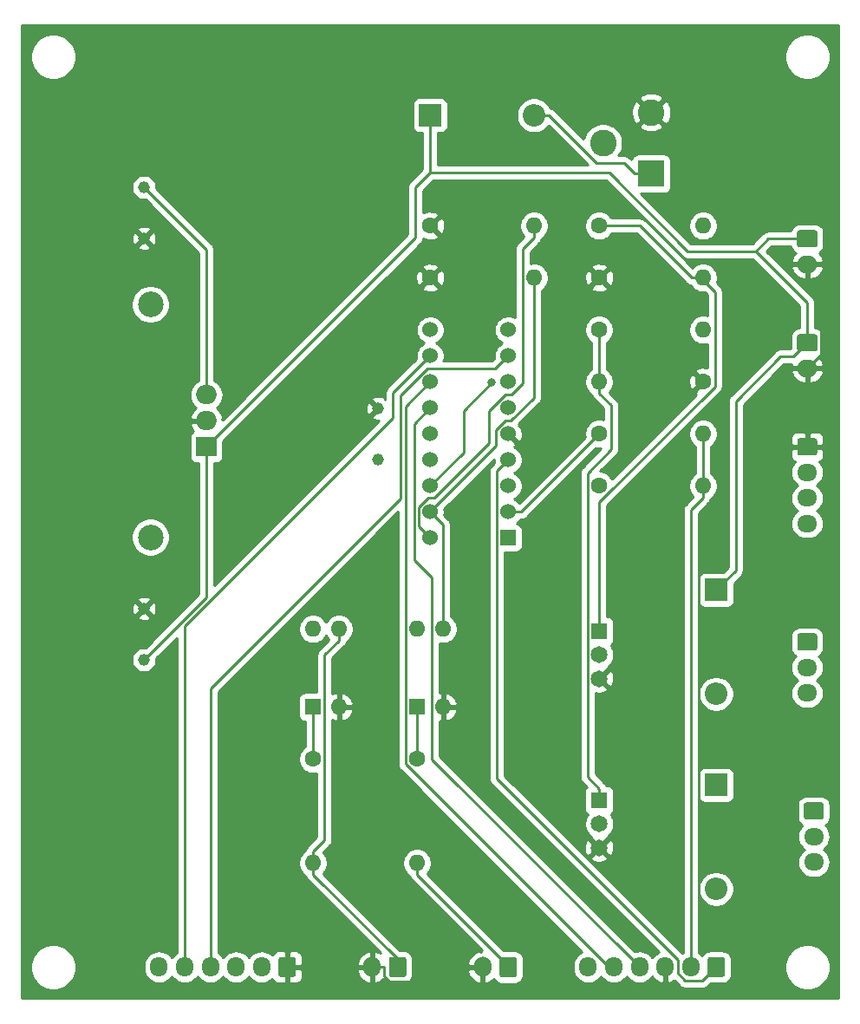
<source format=gbr>
%TF.GenerationSoftware,KiCad,Pcbnew,(5.1.12)-1*%
%TF.CreationDate,2022-01-09T19:05:53+09:00*%
%TF.ProjectId,24VFanController,32345646-616e-4436-9f6e-74726f6c6c65,rev?*%
%TF.SameCoordinates,PX6d01460PY196f3b0*%
%TF.FileFunction,Copper,L1,Top*%
%TF.FilePolarity,Positive*%
%FSLAX46Y46*%
G04 Gerber Fmt 4.6, Leading zero omitted, Abs format (unit mm)*
G04 Created by KiCad (PCBNEW (5.1.12)-1) date 2022-01-09 19:05:53*
%MOMM*%
%LPD*%
G01*
G04 APERTURE LIST*
%TA.AperFunction,ComponentPad*%
%ADD10O,2.000000X1.700000*%
%TD*%
%TA.AperFunction,ComponentPad*%
%ADD11C,2.500000*%
%TD*%
%TA.AperFunction,ComponentPad*%
%ADD12O,2.200000X2.200000*%
%TD*%
%TA.AperFunction,ComponentPad*%
%ADD13R,2.200000X2.200000*%
%TD*%
%TA.AperFunction,ComponentPad*%
%ADD14R,2.600000X2.600000*%
%TD*%
%TA.AperFunction,ComponentPad*%
%ADD15C,2.600000*%
%TD*%
%TA.AperFunction,ComponentPad*%
%ADD16O,1.700000X2.000000*%
%TD*%
%TA.AperFunction,ComponentPad*%
%ADD17O,1.950000X1.700000*%
%TD*%
%TA.AperFunction,ComponentPad*%
%ADD18C,1.650000*%
%TD*%
%TA.AperFunction,ComponentPad*%
%ADD19R,1.650000X1.650000*%
%TD*%
%TA.AperFunction,ComponentPad*%
%ADD20C,1.600000*%
%TD*%
%TA.AperFunction,ComponentPad*%
%ADD21O,1.600000X1.600000*%
%TD*%
%TA.AperFunction,ComponentPad*%
%ADD22R,2.000000X1.905000*%
%TD*%
%TA.AperFunction,ComponentPad*%
%ADD23O,2.000000X1.905000*%
%TD*%
%TA.AperFunction,ComponentPad*%
%ADD24R,1.524000X1.524000*%
%TD*%
%TA.AperFunction,ComponentPad*%
%ADD25C,1.524000*%
%TD*%
%TA.AperFunction,ComponentPad*%
%ADD26R,1.600000X1.600000*%
%TD*%
%TA.AperFunction,ComponentPad*%
%ADD27O,1.700000X1.950000*%
%TD*%
%TA.AperFunction,ComponentPad*%
%ADD28C,1.150000*%
%TD*%
%TA.AperFunction,ViaPad*%
%ADD29C,0.800000*%
%TD*%
%TA.AperFunction,Conductor*%
%ADD30C,0.250000*%
%TD*%
%TA.AperFunction,Conductor*%
%ADD31C,0.254000*%
%TD*%
%TA.AperFunction,Conductor*%
%ADD32C,0.100000*%
%TD*%
G04 APERTURE END LIST*
D10*
%TO.P,J4,2*%
%TO.N,GND*%
X77470000Y-34250000D03*
%TO.P,J4,1*%
%TO.N,+24V*%
%TA.AperFunction,ComponentPad*%
G36*
G01*
X76720000Y-30900000D02*
X78220000Y-30900000D01*
G75*
G02*
X78470000Y-31150000I0J-250000D01*
G01*
X78470000Y-32350000D01*
G75*
G02*
X78220000Y-32600000I-250000J0D01*
G01*
X76720000Y-32600000D01*
G75*
G02*
X76470000Y-32350000I0J250000D01*
G01*
X76470000Y-31150000D01*
G75*
G02*
X76720000Y-30900000I250000J0D01*
G01*
G37*
%TD.AperFunction*%
%TD*%
D11*
%TO.P,  ,2*%
%TO.N,N/C*%
X13335000Y-27995000D03*
%TO.P,  ,1*%
X13335000Y-50745000D03*
%TD*%
D12*
%TO.P,D1,2*%
%TO.N,FAN1(-)*%
X68580000Y-66040000D03*
D13*
%TO.P,D1,1*%
%TO.N,+24V*%
X68580000Y-55880000D03*
%TD*%
%TO.P,D2,1*%
%TO.N,+24V*%
X68580000Y-74930000D03*
D12*
%TO.P,D2,2*%
%TO.N,FAN2(-)*%
X68580000Y-85090000D03*
%TD*%
D14*
%TO.P,J1,1*%
%TO.N,Net-(D3-Pad2)*%
X62230000Y-15240000D03*
D15*
%TO.P,J1,2*%
%TO.N,GND*%
X62230000Y-9240000D03*
%TO.P,J1,3*%
%TO.N,N/C*%
X57530000Y-12240000D03*
%TD*%
%TO.P,J5,1*%
%TO.N,+24V*%
%TA.AperFunction,ComponentPad*%
G36*
G01*
X76720000Y-20740000D02*
X78220000Y-20740000D01*
G75*
G02*
X78470000Y-20990000I0J-250000D01*
G01*
X78470000Y-22190000D01*
G75*
G02*
X78220000Y-22440000I-250000J0D01*
G01*
X76720000Y-22440000D01*
G75*
G02*
X76470000Y-22190000I0J250000D01*
G01*
X76470000Y-20990000D01*
G75*
G02*
X76720000Y-20740000I250000J0D01*
G01*
G37*
%TD.AperFunction*%
D10*
%TO.P,J5,2*%
%TO.N,GND*%
X77470000Y-24090000D03*
%TD*%
D16*
%TO.P,J8,2*%
%TO.N,GND*%
X34965000Y-92710000D03*
%TO.P,J8,1*%
%TO.N,TEMP_PIDSIGNAL*%
%TA.AperFunction,ComponentPad*%
G36*
G01*
X38315000Y-91960000D02*
X38315000Y-93460000D01*
G75*
G02*
X38065000Y-93710000I-250000J0D01*
G01*
X36865000Y-93710000D01*
G75*
G02*
X36615000Y-93460000I0J250000D01*
G01*
X36615000Y-91960000D01*
G75*
G02*
X36865000Y-91710000I250000J0D01*
G01*
X38065000Y-91710000D01*
G75*
G02*
X38315000Y-91960000I0J-250000D01*
G01*
G37*
%TD.AperFunction*%
%TD*%
%TO.P,J9,1*%
%TO.N,PLC_SIGNAL_INPUT*%
%TA.AperFunction,ComponentPad*%
G36*
G01*
X49110000Y-91960000D02*
X49110000Y-93460000D01*
G75*
G02*
X48860000Y-93710000I-250000J0D01*
G01*
X47660000Y-93710000D01*
G75*
G02*
X47410000Y-93460000I0J250000D01*
G01*
X47410000Y-91960000D01*
G75*
G02*
X47660000Y-91710000I250000J0D01*
G01*
X48860000Y-91710000D01*
G75*
G02*
X49110000Y-91960000I0J-250000D01*
G01*
G37*
%TD.AperFunction*%
%TO.P,J9,2*%
%TO.N,GND*%
X45760000Y-92710000D03*
%TD*%
%TO.P,J10,1*%
%TO.N,GND*%
%TA.AperFunction,ComponentPad*%
G36*
G01*
X76745000Y-41060000D02*
X78195000Y-41060000D01*
G75*
G02*
X78445000Y-41310000I0J-250000D01*
G01*
X78445000Y-42510000D01*
G75*
G02*
X78195000Y-42760000I-250000J0D01*
G01*
X76745000Y-42760000D01*
G75*
G02*
X76495000Y-42510000I0J250000D01*
G01*
X76495000Y-41310000D01*
G75*
G02*
X76745000Y-41060000I250000J0D01*
G01*
G37*
%TD.AperFunction*%
D17*
%TO.P,J10,2*%
%TO.N,+5V*%
X77470000Y-44410000D03*
%TO.P,J10,3*%
%TO.N,SDA1*%
X77470000Y-46910000D03*
%TO.P,J10,4*%
%TO.N,SCL1*%
X77470000Y-49410000D03*
%TD*%
D18*
%TO.P,Q1,3*%
%TO.N,GND*%
X57150000Y-64530000D03*
%TO.P,Q1,2*%
%TO.N,FAN1(-)*%
X57150000Y-62230000D03*
D19*
%TO.P,Q1,1*%
%TO.N,Net-(Q1-Pad1)*%
X57150000Y-59930000D03*
%TD*%
%TO.P,Q2,1*%
%TO.N,Net-(Q2-Pad1)*%
X57150000Y-76440000D03*
D18*
%TO.P,Q2,2*%
%TO.N,FAN2(-)*%
X57150000Y-78740000D03*
%TO.P,Q2,3*%
%TO.N,GND*%
X57150000Y-81040000D03*
%TD*%
D20*
%TO.P,R1,1*%
%TO.N,Net-(Q1-Pad1)*%
X57150000Y-20320000D03*
D21*
%TO.P,R1,2*%
%TO.N,FAN1_PWMOUT*%
X67310000Y-20320000D03*
%TD*%
D20*
%TO.P,R2,1*%
%TO.N,GND*%
X57150000Y-25400000D03*
D21*
%TO.P,R2,2*%
%TO.N,Net-(Q1-Pad1)*%
X67310000Y-25400000D03*
%TD*%
D20*
%TO.P,R3,1*%
%TO.N,Net-(R3-Pad1)*%
X29210000Y-72390000D03*
D21*
%TO.P,R3,2*%
%TO.N,TEMP_PIDSIGNAL*%
X29210000Y-82550000D03*
%TD*%
%TO.P,R4,2*%
%TO.N,+5V*%
X67310000Y-40640000D03*
D20*
%TO.P,R4,1*%
%TO.N,FAN1_SIGNAL*%
X57150000Y-40640000D03*
%TD*%
D21*
%TO.P,R5,2*%
%TO.N,+5V*%
X67310000Y-45720000D03*
D20*
%TO.P,R5,1*%
%TO.N,FAN2_SIGNAL*%
X57150000Y-45720000D03*
%TD*%
D21*
%TO.P,R6,2*%
%TO.N,FAN2_PWMOUT*%
X67310000Y-30480000D03*
D20*
%TO.P,R6,1*%
%TO.N,Net-(Q2-Pad1)*%
X57150000Y-30480000D03*
%TD*%
%TO.P,R7,1*%
%TO.N,GND*%
X67310000Y-35560000D03*
D21*
%TO.P,R7,2*%
%TO.N,Net-(Q2-Pad1)*%
X57150000Y-35560000D03*
%TD*%
%TO.P,R8,2*%
%TO.N,PLC_SIGNAL_INPUT*%
X39370000Y-82550000D03*
D20*
%TO.P,R8,1*%
%TO.N,Net-(R8-Pad1)*%
X39370000Y-72390000D03*
%TD*%
%TO.P,R9,1*%
%TO.N,GND*%
X40640000Y-20320000D03*
D21*
%TO.P,R9,2*%
%TO.N,TEMP_PIDSIGNAL*%
X50800000Y-20320000D03*
%TD*%
%TO.P,R10,2*%
%TO.N,PLC_SIGNAL*%
X50800000Y-25400000D03*
D20*
%TO.P,R10,1*%
%TO.N,GND*%
X40640000Y-25400000D03*
%TD*%
D22*
%TO.P,U1,1*%
%TO.N,+24V*%
X18796000Y-41910000D03*
D23*
%TO.P,U1,2*%
%TO.N,GND*%
X18796000Y-39370000D03*
%TO.P,U1,3*%
%TO.N,+5V*%
X18796000Y-36830000D03*
%TD*%
D24*
%TO.P,U3,1*%
%TO.N,Net-(U3-Pad1)*%
X48260000Y-50800000D03*
D25*
%TO.P,U3,2*%
%TO.N,FAN1_SIGNAL*%
X48260000Y-48260000D03*
%TO.P,U3,3*%
%TO.N,FAN2_SIGNAL*%
X48260000Y-45720000D03*
%TO.P,U3,4*%
%TO.N,MCLR*%
X48260000Y-43180000D03*
%TO.P,U3,5*%
%TO.N,GND*%
X48260000Y-40640000D03*
%TO.P,U3,6*%
%TO.N,Net-(U3-Pad6)*%
X48260000Y-38100000D03*
%TO.P,U3,7*%
%TO.N,SDA1*%
X48260000Y-35560000D03*
%TO.P,U3,8*%
%TO.N,TX*%
X48260000Y-33020000D03*
%TO.P,U3,9*%
%TO.N,FAN1_PWMOUT*%
X48260000Y-30480000D03*
%TO.P,U3,10*%
%TO.N,SCL1*%
X40640000Y-30480000D03*
%TO.P,U3,11*%
%TO.N,RX*%
X40640000Y-33020000D03*
%TO.P,U3,12*%
%TO.N,PGC*%
X40640000Y-35560000D03*
%TO.P,U3,13*%
%TO.N,PGD*%
X40640000Y-38100000D03*
%TO.P,U3,14*%
%TO.N,+5V*%
X40640000Y-40640000D03*
%TO.P,U3,15*%
%TO.N,Net-(U3-Pad15)*%
X40640000Y-43180000D03*
%TO.P,U3,16*%
%TO.N,FAN2_PWMOUT*%
X40640000Y-45720000D03*
%TO.P,U3,17*%
%TO.N,PLC_SIGNAL*%
X40640000Y-48260000D03*
%TO.P,U3,18*%
%TO.N,TEMP_PIDSIGNAL*%
X40640000Y-50800000D03*
%TD*%
D26*
%TO.P,U4,1*%
%TO.N,Net-(R3-Pad1)*%
X29210000Y-67310000D03*
D21*
%TO.P,U4,3*%
%TO.N,TEMP_PIDSIGNAL*%
X31750000Y-59690000D03*
%TO.P,U4,2*%
%TO.N,GND*%
X31750000Y-67310000D03*
%TO.P,U4,4*%
%TO.N,+5V*%
X29210000Y-59690000D03*
%TD*%
%TO.P,U6,4*%
%TO.N,+5V*%
X39370000Y-59690000D03*
%TO.P,U6,2*%
%TO.N,GND*%
X41910000Y-67310000D03*
%TO.P,U6,3*%
%TO.N,PLC_SIGNAL*%
X41910000Y-59690000D03*
D26*
%TO.P,U6,1*%
%TO.N,Net-(R8-Pad1)*%
X39370000Y-67310000D03*
%TD*%
%TO.P,J2,1*%
%TO.N,GND*%
%TA.AperFunction,ComponentPad*%
G36*
G01*
X27520000Y-91985000D02*
X27520000Y-93435000D01*
G75*
G02*
X27270000Y-93685000I-250000J0D01*
G01*
X26070000Y-93685000D01*
G75*
G02*
X25820000Y-93435000I0J250000D01*
G01*
X25820000Y-91985000D01*
G75*
G02*
X26070000Y-91735000I250000J0D01*
G01*
X27270000Y-91735000D01*
G75*
G02*
X27520000Y-91985000I0J-250000D01*
G01*
G37*
%TD.AperFunction*%
D27*
%TO.P,J2,2*%
%TO.N,Net-(J2-Pad2)*%
X24170000Y-92710000D03*
%TO.P,J2,3*%
%TO.N,Net-(J2-Pad3)*%
X21670000Y-92710000D03*
%TO.P,J2,4*%
%TO.N,TX*%
X19170000Y-92710000D03*
%TO.P,J2,5*%
%TO.N,RX*%
X16670000Y-92710000D03*
%TO.P,J2,6*%
%TO.N,Net-(J2-Pad6)*%
X14170000Y-92710000D03*
%TD*%
%TO.P,J3,6*%
%TO.N,Net-(J3-Pad6)*%
X56080000Y-92710000D03*
%TO.P,J3,5*%
%TO.N,PGC*%
X58580000Y-92710000D03*
%TO.P,J3,4*%
%TO.N,PGD*%
X61080000Y-92710000D03*
%TO.P,J3,3*%
%TO.N,GND*%
X63580000Y-92710000D03*
%TO.P,J3,2*%
%TO.N,+5V*%
X66080000Y-92710000D03*
%TO.P,J3,1*%
%TO.N,MCLR*%
%TA.AperFunction,ComponentPad*%
G36*
G01*
X69430000Y-91985000D02*
X69430000Y-93435000D01*
G75*
G02*
X69180000Y-93685000I-250000J0D01*
G01*
X67980000Y-93685000D01*
G75*
G02*
X67730000Y-93435000I0J250000D01*
G01*
X67730000Y-91985000D01*
G75*
G02*
X67980000Y-91735000I250000J0D01*
G01*
X69180000Y-91735000D01*
G75*
G02*
X69430000Y-91985000I0J-250000D01*
G01*
G37*
%TD.AperFunction*%
%TD*%
D13*
%TO.P,D3,1*%
%TO.N,+24V*%
X40640000Y-9525000D03*
D12*
%TO.P,D3,2*%
%TO.N,Net-(D3-Pad2)*%
X50800000Y-9525000D03*
%TD*%
D17*
%TO.P,J6,3*%
%TO.N,FAN1(-)*%
X77470000Y-65960000D03*
%TO.P,J6,2*%
%TO.N,FAN1_SIGNAL*%
X77470000Y-63460000D03*
%TO.P,J6,1*%
%TO.N,+24V*%
%TA.AperFunction,ComponentPad*%
G36*
G01*
X76745000Y-60110000D02*
X78195000Y-60110000D01*
G75*
G02*
X78445000Y-60360000I0J-250000D01*
G01*
X78445000Y-61560000D01*
G75*
G02*
X78195000Y-61810000I-250000J0D01*
G01*
X76745000Y-61810000D01*
G75*
G02*
X76495000Y-61560000I0J250000D01*
G01*
X76495000Y-60360000D01*
G75*
G02*
X76745000Y-60110000I250000J0D01*
G01*
G37*
%TD.AperFunction*%
%TD*%
%TO.P,J7,1*%
%TO.N,+24V*%
%TA.AperFunction,ComponentPad*%
G36*
G01*
X77380000Y-76620000D02*
X78830000Y-76620000D01*
G75*
G02*
X79080000Y-76870000I0J-250000D01*
G01*
X79080000Y-78070000D01*
G75*
G02*
X78830000Y-78320000I-250000J0D01*
G01*
X77380000Y-78320000D01*
G75*
G02*
X77130000Y-78070000I0J250000D01*
G01*
X77130000Y-76870000D01*
G75*
G02*
X77380000Y-76620000I250000J0D01*
G01*
G37*
%TD.AperFunction*%
%TO.P,J7,2*%
%TO.N,FAN2_SIGNAL*%
X78105000Y-79970000D03*
%TO.P,J7,3*%
%TO.N,FAN2(-)*%
X78105000Y-82470000D03*
%TD*%
D28*
%TO.P,C1,1*%
%TO.N,+24V*%
X12700000Y-62698000D03*
%TO.P,C1,2*%
%TO.N,GND*%
X12700000Y-57698000D03*
%TD*%
%TO.P,C2,1*%
%TO.N,+5V*%
X12700000Y-16550000D03*
%TO.P,C2,2*%
%TO.N,GND*%
X12700000Y-21550000D03*
%TD*%
%TO.P,C3,2*%
%TO.N,GND*%
X35560000Y-38140000D03*
%TO.P,C3,1*%
%TO.N,+5V*%
X35560000Y-43140000D03*
%TD*%
D29*
%TO.N,GND*%
X27940000Y-20320000D03*
X9525000Y-73660000D03*
X61595000Y-53340000D03*
X50800000Y-60325000D03*
X45720000Y-85090000D03*
X74295000Y-10795000D03*
X24765000Y-39370000D03*
%TO.N,FAN2_PWMOUT*%
X46645600Y-35636700D03*
%TD*%
D30*
%TO.N,GND*%
X34965000Y-92710000D02*
X36140300Y-92710000D01*
X45760000Y-92710000D02*
X44584700Y-92710000D01*
X44584700Y-92710000D02*
X43210800Y-94083900D01*
X43210800Y-94083900D02*
X36632700Y-94083900D01*
X36632700Y-94083900D02*
X36140300Y-93591500D01*
X36140300Y-93591500D02*
X36140300Y-92710000D01*
X57150000Y-25400000D02*
X67310000Y-35560000D01*
X78798700Y-32921300D02*
X77470000Y-34250000D01*
X78798700Y-26594000D02*
X78798700Y-32921300D01*
X77470000Y-25265300D02*
X78798700Y-26594000D01*
X77470000Y-24090000D02*
X77470000Y-25265300D01*
%TO.N,+24V*%
X40640000Y-15134600D02*
X39214700Y-16559900D01*
X39214700Y-16559900D02*
X39214700Y-21491300D01*
X39214700Y-21491300D02*
X18796000Y-41910000D01*
X65794900Y-22803500D02*
X58126000Y-15134600D01*
X58126000Y-15134600D02*
X40640000Y-15134600D01*
X40640000Y-15134600D02*
X40640000Y-10950300D01*
X12700000Y-62698000D02*
X18796000Y-56602000D01*
X18796000Y-56602000D02*
X18796000Y-41910000D01*
X40640000Y-9525000D02*
X40640000Y-10950300D01*
X65794900Y-22803500D02*
X72446500Y-22803500D01*
X73660000Y-21590000D02*
X77470000Y-21590000D01*
X72446500Y-22803500D02*
X73660000Y-21590000D01*
X77470000Y-27827000D02*
X72446500Y-22803500D01*
X77470000Y-31750000D02*
X77470000Y-27827000D01*
X70485000Y-53975000D02*
X68580000Y-55880000D01*
X70485000Y-37465000D02*
X70485000Y-53975000D01*
X77470000Y-31750000D02*
X76144990Y-33075010D01*
X74874990Y-33075010D02*
X70485000Y-37465000D01*
X76144990Y-33075010D02*
X74874990Y-33075010D01*
%TO.N,+5V*%
X67310000Y-45720000D02*
X67310000Y-46845300D01*
X67310000Y-46845300D02*
X66080000Y-48075300D01*
X66080000Y-48075300D02*
X66080000Y-92710000D01*
X67310000Y-45720000D02*
X67310000Y-40640000D01*
X18796000Y-36830000D02*
X18796000Y-22646000D01*
X18796000Y-22646000D02*
X12700000Y-16550000D01*
%TO.N,RX*%
X16670000Y-92710000D02*
X16670000Y-59426300D01*
X16670000Y-59426300D02*
X37020400Y-39075900D01*
X37020400Y-39075900D02*
X37020400Y-36639600D01*
X37020400Y-36639600D02*
X40640000Y-33020000D01*
%TO.N,TX*%
X19170000Y-92710000D02*
X19170000Y-65487900D01*
X19170000Y-65487900D02*
X37737600Y-46920300D01*
X37737600Y-46920300D02*
X37737600Y-36892400D01*
X37737600Y-36892400D02*
X40340000Y-34290000D01*
X40340000Y-34290000D02*
X46990000Y-34290000D01*
X46990000Y-34290000D02*
X48260000Y-33020000D01*
%TO.N,MCLR*%
X68580000Y-92710000D02*
X67253400Y-94036600D01*
X67253400Y-94036600D02*
X65555500Y-94036600D01*
X65555500Y-94036600D02*
X64830000Y-93311100D01*
X64830000Y-93311100D02*
X64830000Y-92007300D01*
X64830000Y-92007300D02*
X47170500Y-74347800D01*
X47170500Y-74347800D02*
X47170500Y-44269500D01*
X47170500Y-44269500D02*
X48260000Y-43180000D01*
%TO.N,PGD*%
X39092300Y-39647700D02*
X40640000Y-38100000D01*
X40784600Y-54676700D02*
X39092300Y-52984400D01*
X40784600Y-72414600D02*
X40784600Y-54676700D01*
X39092300Y-52984400D02*
X39092300Y-39647700D01*
X61080000Y-92710000D02*
X40784600Y-72414600D01*
%TO.N,PGC*%
X38244700Y-37955300D02*
X40640000Y-35560000D01*
X38244700Y-72901200D02*
X38244700Y-37955300D01*
X58053500Y-92710000D02*
X38244700Y-72901200D01*
X58580000Y-92710000D02*
X58053500Y-92710000D01*
%TO.N,FAN1_SIGNAL*%
X57150000Y-40640000D02*
X49530000Y-48260000D01*
X49530000Y-48260000D02*
X48260000Y-48260000D01*
%TO.N,TEMP_PIDSIGNAL*%
X50800000Y-21445300D02*
X49674700Y-22570600D01*
X49674700Y-22570600D02*
X49674700Y-35738300D01*
X49674700Y-35738300D02*
X48583000Y-36830000D01*
X48583000Y-36830000D02*
X47975500Y-36830000D01*
X47975500Y-36830000D02*
X46420500Y-38385000D01*
X46420500Y-38385000D02*
X46420500Y-41499900D01*
X46420500Y-41499900D02*
X41044700Y-46875700D01*
X41044700Y-46875700D02*
X40471200Y-46875700D01*
X40471200Y-46875700D02*
X39544500Y-47802400D01*
X39544500Y-47802400D02*
X39544500Y-49704500D01*
X39544500Y-49704500D02*
X40640000Y-50800000D01*
X29210000Y-82550000D02*
X29210000Y-81424700D01*
X31750000Y-59690000D02*
X31750000Y-60815300D01*
X31750000Y-60815300D02*
X30335300Y-62230000D01*
X30335300Y-62230000D02*
X30335300Y-80299400D01*
X30335300Y-80299400D02*
X29210000Y-81424700D01*
X50800000Y-20320000D02*
X50800000Y-21445300D01*
X29210000Y-82550000D02*
X29210000Y-83675300D01*
X29210000Y-83675300D02*
X37465000Y-91930300D01*
X37465000Y-91930300D02*
X37465000Y-92710000D01*
%TO.N,PLC_SIGNAL_INPUT*%
X39370000Y-82550000D02*
X39370000Y-83675300D01*
X39370000Y-83675300D02*
X48260000Y-92565300D01*
X48260000Y-92565300D02*
X48260000Y-92710000D01*
%TO.N,Net-(Q1-Pad1)*%
X67085000Y-25400000D02*
X68454500Y-26769500D01*
X68454500Y-26769500D02*
X68454500Y-36007100D01*
X68454500Y-36007100D02*
X57150000Y-47311600D01*
X57150000Y-47311600D02*
X57150000Y-59930000D01*
X67085000Y-25400000D02*
X66184700Y-25400000D01*
X67310000Y-25400000D02*
X67085000Y-25400000D01*
X66184700Y-25400000D02*
X61104700Y-20320000D01*
X61104700Y-20320000D02*
X57150000Y-20320000D01*
%TO.N,Net-(Q2-Pad1)*%
X57150000Y-36685300D02*
X58299100Y-37834400D01*
X58299100Y-37834400D02*
X58299100Y-42166800D01*
X58299100Y-42166800D02*
X55999600Y-44466300D01*
X55999600Y-44466300D02*
X55999600Y-74139300D01*
X55999600Y-74139300D02*
X57150000Y-75289700D01*
X57150000Y-76440000D02*
X57150000Y-75289700D01*
X57150000Y-35560000D02*
X57150000Y-36685300D01*
X57150000Y-30480000D02*
X57150000Y-35560000D01*
%TO.N,Net-(R3-Pad1)*%
X29210000Y-67310000D02*
X29210000Y-72390000D01*
%TO.N,FAN2_PWMOUT*%
X40640000Y-45720000D02*
X43914600Y-42445400D01*
X43914600Y-42445400D02*
X43914600Y-38367700D01*
X43914600Y-38367700D02*
X46645600Y-35636700D01*
%TO.N,Net-(R8-Pad1)*%
X39370000Y-67310000D02*
X39370000Y-72390000D01*
%TO.N,PLC_SIGNAL*%
X40640000Y-48260000D02*
X47095800Y-41804200D01*
X47095800Y-41804200D02*
X47095800Y-40266400D01*
X47095800Y-40266400D02*
X47992200Y-39370000D01*
X47992200Y-39370000D02*
X48529100Y-39370000D01*
X48529100Y-39370000D02*
X50800000Y-37099100D01*
X50800000Y-37099100D02*
X50800000Y-25400000D01*
X41910000Y-59690000D02*
X41910000Y-49530000D01*
X41910000Y-49530000D02*
X40640000Y-48260000D01*
%TO.N,Net-(D3-Pad2)*%
X62230000Y-15240000D02*
X60604700Y-15240000D01*
X50800000Y-9525000D02*
X52225300Y-9525000D01*
X52225300Y-9525000D02*
X56920500Y-14220200D01*
X56920500Y-14220200D02*
X59584900Y-14220200D01*
X59584900Y-14220200D02*
X60604700Y-15240000D01*
%TD*%
D31*
%TO.N,GND*%
X80518000Y-95758000D02*
X762000Y-95758000D01*
X762000Y-92489872D01*
X1575000Y-92489872D01*
X1575000Y-92930128D01*
X1660890Y-93361925D01*
X1829369Y-93768669D01*
X2073962Y-94134729D01*
X2385271Y-94446038D01*
X2751331Y-94690631D01*
X3158075Y-94859110D01*
X3589872Y-94945000D01*
X4030128Y-94945000D01*
X4461925Y-94859110D01*
X4868669Y-94690631D01*
X5234729Y-94446038D01*
X5546038Y-94134729D01*
X5790631Y-93768669D01*
X5959110Y-93361925D01*
X6045000Y-92930128D01*
X6045000Y-92489872D01*
X5959110Y-92058075D01*
X5790631Y-91651331D01*
X5546038Y-91285271D01*
X5234729Y-90973962D01*
X4868669Y-90729369D01*
X4461925Y-90560890D01*
X4030128Y-90475000D01*
X3589872Y-90475000D01*
X3158075Y-90560890D01*
X2751331Y-90729369D01*
X2385271Y-90973962D01*
X2073962Y-91285271D01*
X1829369Y-91651331D01*
X1660890Y-92058075D01*
X1575000Y-92489872D01*
X762000Y-92489872D01*
X762000Y-58529874D01*
X12047731Y-58529874D01*
X12091993Y-58750916D01*
X12309089Y-58849301D01*
X12541208Y-58903442D01*
X12779429Y-58911258D01*
X13014598Y-58872450D01*
X13237677Y-58788509D01*
X13308007Y-58750916D01*
X13352269Y-58529874D01*
X12700000Y-57877605D01*
X12047731Y-58529874D01*
X762000Y-58529874D01*
X762000Y-57777429D01*
X11486742Y-57777429D01*
X11525550Y-58012598D01*
X11609491Y-58235677D01*
X11647084Y-58306007D01*
X11868126Y-58350269D01*
X12520395Y-57698000D01*
X12879605Y-57698000D01*
X13531874Y-58350269D01*
X13752916Y-58306007D01*
X13851301Y-58088911D01*
X13905442Y-57856792D01*
X13913258Y-57618571D01*
X13874450Y-57383402D01*
X13790509Y-57160323D01*
X13752916Y-57089993D01*
X13531874Y-57045731D01*
X12879605Y-57698000D01*
X12520395Y-57698000D01*
X11868126Y-57045731D01*
X11647084Y-57089993D01*
X11548699Y-57307089D01*
X11494558Y-57539208D01*
X11486742Y-57777429D01*
X762000Y-57777429D01*
X762000Y-56866126D01*
X12047731Y-56866126D01*
X12700000Y-57518395D01*
X13352269Y-56866126D01*
X13308007Y-56645084D01*
X13090911Y-56546699D01*
X12858792Y-56492558D01*
X12620571Y-56484742D01*
X12385402Y-56523550D01*
X12162323Y-56607491D01*
X12091993Y-56645084D01*
X12047731Y-56866126D01*
X762000Y-56866126D01*
X762000Y-50559344D01*
X11450000Y-50559344D01*
X11450000Y-50930656D01*
X11522439Y-51294834D01*
X11664534Y-51637882D01*
X11870825Y-51946618D01*
X12133382Y-52209175D01*
X12442118Y-52415466D01*
X12785166Y-52557561D01*
X13149344Y-52630000D01*
X13520656Y-52630000D01*
X13884834Y-52557561D01*
X14227882Y-52415466D01*
X14536618Y-52209175D01*
X14799175Y-51946618D01*
X15005466Y-51637882D01*
X15147561Y-51294834D01*
X15220000Y-50930656D01*
X15220000Y-50559344D01*
X15147561Y-50195166D01*
X15005466Y-49852118D01*
X14799175Y-49543382D01*
X14536618Y-49280825D01*
X14227882Y-49074534D01*
X13884834Y-48932439D01*
X13520656Y-48860000D01*
X13149344Y-48860000D01*
X12785166Y-48932439D01*
X12442118Y-49074534D01*
X12133382Y-49280825D01*
X11870825Y-49543382D01*
X11664534Y-49852118D01*
X11522439Y-50195166D01*
X11450000Y-50559344D01*
X762000Y-50559344D01*
X762000Y-27809344D01*
X11450000Y-27809344D01*
X11450000Y-28180656D01*
X11522439Y-28544834D01*
X11664534Y-28887882D01*
X11870825Y-29196618D01*
X12133382Y-29459175D01*
X12442118Y-29665466D01*
X12785166Y-29807561D01*
X13149344Y-29880000D01*
X13520656Y-29880000D01*
X13884834Y-29807561D01*
X14227882Y-29665466D01*
X14536618Y-29459175D01*
X14799175Y-29196618D01*
X15005466Y-28887882D01*
X15147561Y-28544834D01*
X15220000Y-28180656D01*
X15220000Y-27809344D01*
X15147561Y-27445166D01*
X15005466Y-27102118D01*
X14799175Y-26793382D01*
X14536618Y-26530825D01*
X14227882Y-26324534D01*
X13884834Y-26182439D01*
X13520656Y-26110000D01*
X13149344Y-26110000D01*
X12785166Y-26182439D01*
X12442118Y-26324534D01*
X12133382Y-26530825D01*
X11870825Y-26793382D01*
X11664534Y-27102118D01*
X11522439Y-27445166D01*
X11450000Y-27809344D01*
X762000Y-27809344D01*
X762000Y-22381874D01*
X12047731Y-22381874D01*
X12091993Y-22602916D01*
X12309089Y-22701301D01*
X12541208Y-22755442D01*
X12779429Y-22763258D01*
X13014598Y-22724450D01*
X13237677Y-22640509D01*
X13308007Y-22602916D01*
X13352269Y-22381874D01*
X12700000Y-21729605D01*
X12047731Y-22381874D01*
X762000Y-22381874D01*
X762000Y-21629429D01*
X11486742Y-21629429D01*
X11525550Y-21864598D01*
X11609491Y-22087677D01*
X11647084Y-22158007D01*
X11868126Y-22202269D01*
X12520395Y-21550000D01*
X12879605Y-21550000D01*
X13531874Y-22202269D01*
X13752916Y-22158007D01*
X13851301Y-21940911D01*
X13905442Y-21708792D01*
X13913258Y-21470571D01*
X13874450Y-21235402D01*
X13790509Y-21012323D01*
X13752916Y-20941993D01*
X13531874Y-20897731D01*
X12879605Y-21550000D01*
X12520395Y-21550000D01*
X11868126Y-20897731D01*
X11647084Y-20941993D01*
X11548699Y-21159089D01*
X11494558Y-21391208D01*
X11486742Y-21629429D01*
X762000Y-21629429D01*
X762000Y-20718126D01*
X12047731Y-20718126D01*
X12700000Y-21370395D01*
X13352269Y-20718126D01*
X13308007Y-20497084D01*
X13090911Y-20398699D01*
X12858792Y-20344558D01*
X12620571Y-20336742D01*
X12385402Y-20375550D01*
X12162323Y-20459491D01*
X12091993Y-20497084D01*
X12047731Y-20718126D01*
X762000Y-20718126D01*
X762000Y-16430825D01*
X11490000Y-16430825D01*
X11490000Y-16669175D01*
X11536499Y-16902944D01*
X11627712Y-17123150D01*
X11760131Y-17321330D01*
X11928670Y-17489869D01*
X12126850Y-17622288D01*
X12347056Y-17713501D01*
X12580825Y-17760000D01*
X12819175Y-17760000D01*
X12832540Y-17757341D01*
X18036001Y-22960803D01*
X18036000Y-35410792D01*
X17862265Y-35503655D01*
X17620537Y-35702037D01*
X17422155Y-35943765D01*
X17274745Y-36219551D01*
X17183970Y-36518796D01*
X17153319Y-36830000D01*
X17183970Y-37141204D01*
X17274745Y-37440449D01*
X17422155Y-37716235D01*
X17620537Y-37957963D01*
X17799899Y-38105163D01*
X17614685Y-38260563D01*
X17420031Y-38503077D01*
X17276429Y-38778906D01*
X17205437Y-38997020D01*
X17325406Y-39243000D01*
X18669000Y-39243000D01*
X18669000Y-39223000D01*
X18923000Y-39223000D01*
X18923000Y-39243000D01*
X18943000Y-39243000D01*
X18943000Y-39497000D01*
X18923000Y-39497000D01*
X18923000Y-39517000D01*
X18669000Y-39517000D01*
X18669000Y-39497000D01*
X17325406Y-39497000D01*
X17205437Y-39742980D01*
X17276429Y-39961094D01*
X17420031Y-40236923D01*
X17533219Y-40377941D01*
X17441506Y-40426963D01*
X17344815Y-40506315D01*
X17265463Y-40603006D01*
X17206498Y-40713320D01*
X17170188Y-40833018D01*
X17157928Y-40957500D01*
X17157928Y-42862500D01*
X17170188Y-42986982D01*
X17206498Y-43106680D01*
X17265463Y-43216994D01*
X17344815Y-43313685D01*
X17441506Y-43393037D01*
X17551820Y-43452002D01*
X17671518Y-43488312D01*
X17796000Y-43500572D01*
X18036001Y-43500572D01*
X18036000Y-56287198D01*
X12832540Y-61490659D01*
X12819175Y-61488000D01*
X12580825Y-61488000D01*
X12347056Y-61534499D01*
X12126850Y-61625712D01*
X11928670Y-61758131D01*
X11760131Y-61926670D01*
X11627712Y-62124850D01*
X11536499Y-62345056D01*
X11490000Y-62578825D01*
X11490000Y-62817175D01*
X11536499Y-63050944D01*
X11627712Y-63271150D01*
X11760131Y-63469330D01*
X11928670Y-63637869D01*
X12126850Y-63770288D01*
X12347056Y-63861501D01*
X12580825Y-63908000D01*
X12819175Y-63908000D01*
X13052944Y-63861501D01*
X13273150Y-63770288D01*
X13471330Y-63637869D01*
X13639869Y-63469330D01*
X13772288Y-63271150D01*
X13863501Y-63050944D01*
X13910000Y-62817175D01*
X13910000Y-62578825D01*
X13907341Y-62565460D01*
X15910001Y-60562800D01*
X15910000Y-91307406D01*
X15840987Y-91344294D01*
X15614866Y-91529866D01*
X15429294Y-91755986D01*
X15420000Y-91773374D01*
X15410706Y-91755986D01*
X15225134Y-91529866D01*
X14999014Y-91344294D01*
X14741034Y-91206401D01*
X14461111Y-91121487D01*
X14170000Y-91092815D01*
X13878890Y-91121487D01*
X13598967Y-91206401D01*
X13340987Y-91344294D01*
X13114866Y-91529866D01*
X12929294Y-91755986D01*
X12791401Y-92013966D01*
X12706487Y-92293889D01*
X12685000Y-92512050D01*
X12685000Y-92907949D01*
X12706487Y-93126110D01*
X12791401Y-93406033D01*
X12929294Y-93664013D01*
X13114866Y-93890134D01*
X13340986Y-94075706D01*
X13598966Y-94213599D01*
X13878889Y-94298513D01*
X14170000Y-94327185D01*
X14461110Y-94298513D01*
X14741033Y-94213599D01*
X14999013Y-94075706D01*
X15225134Y-93890134D01*
X15410706Y-93664014D01*
X15420000Y-93646626D01*
X15429294Y-93664013D01*
X15614866Y-93890134D01*
X15840986Y-94075706D01*
X16098966Y-94213599D01*
X16378889Y-94298513D01*
X16670000Y-94327185D01*
X16961110Y-94298513D01*
X17241033Y-94213599D01*
X17499013Y-94075706D01*
X17725134Y-93890134D01*
X17910706Y-93664014D01*
X17920000Y-93646626D01*
X17929294Y-93664013D01*
X18114866Y-93890134D01*
X18340986Y-94075706D01*
X18598966Y-94213599D01*
X18878889Y-94298513D01*
X19170000Y-94327185D01*
X19461110Y-94298513D01*
X19741033Y-94213599D01*
X19999013Y-94075706D01*
X20225134Y-93890134D01*
X20410706Y-93664014D01*
X20420000Y-93646626D01*
X20429294Y-93664013D01*
X20614866Y-93890134D01*
X20840986Y-94075706D01*
X21098966Y-94213599D01*
X21378889Y-94298513D01*
X21670000Y-94327185D01*
X21961110Y-94298513D01*
X22241033Y-94213599D01*
X22499013Y-94075706D01*
X22725134Y-93890134D01*
X22910706Y-93664014D01*
X22920000Y-93646626D01*
X22929294Y-93664013D01*
X23114866Y-93890134D01*
X23340986Y-94075706D01*
X23598966Y-94213599D01*
X23878889Y-94298513D01*
X24170000Y-94327185D01*
X24461110Y-94298513D01*
X24741033Y-94213599D01*
X24999013Y-94075706D01*
X25219945Y-93894392D01*
X25230498Y-93929180D01*
X25289463Y-94039494D01*
X25368815Y-94136185D01*
X25465506Y-94215537D01*
X25575820Y-94274502D01*
X25695518Y-94310812D01*
X25820000Y-94323072D01*
X26384250Y-94320000D01*
X26543000Y-94161250D01*
X26543000Y-92837000D01*
X26797000Y-92837000D01*
X26797000Y-94161250D01*
X26955750Y-94320000D01*
X27520000Y-94323072D01*
X27644482Y-94310812D01*
X27764180Y-94274502D01*
X27874494Y-94215537D01*
X27971185Y-94136185D01*
X28050537Y-94039494D01*
X28109502Y-93929180D01*
X28145812Y-93809482D01*
X28158072Y-93685000D01*
X28155330Y-93069742D01*
X33493715Y-93069742D01*
X33562904Y-93352745D01*
X33685975Y-93616812D01*
X33858198Y-93851795D01*
X34072954Y-94048664D01*
X34321991Y-94199854D01*
X34595739Y-94299554D01*
X34608110Y-94301476D01*
X34838000Y-94180155D01*
X34838000Y-92837000D01*
X33637768Y-92837000D01*
X33493715Y-93069742D01*
X28155330Y-93069742D01*
X28155000Y-92995750D01*
X27996250Y-92837000D01*
X26797000Y-92837000D01*
X26543000Y-92837000D01*
X26523000Y-92837000D01*
X26523000Y-92583000D01*
X26543000Y-92583000D01*
X26543000Y-91258750D01*
X26797000Y-91258750D01*
X26797000Y-92583000D01*
X27996250Y-92583000D01*
X28155000Y-92424250D01*
X28155329Y-92350258D01*
X33493715Y-92350258D01*
X33637768Y-92583000D01*
X34838000Y-92583000D01*
X34838000Y-91239845D01*
X34608110Y-91118524D01*
X34595739Y-91120446D01*
X34321991Y-91220146D01*
X34072954Y-91371336D01*
X33858198Y-91568205D01*
X33685975Y-91803188D01*
X33562904Y-92067255D01*
X33493715Y-92350258D01*
X28155329Y-92350258D01*
X28158072Y-91735000D01*
X28145812Y-91610518D01*
X28109502Y-91490820D01*
X28050537Y-91380506D01*
X27971185Y-91283815D01*
X27874494Y-91204463D01*
X27764180Y-91145498D01*
X27644482Y-91109188D01*
X27520000Y-91096928D01*
X26955750Y-91100000D01*
X26797000Y-91258750D01*
X26543000Y-91258750D01*
X26384250Y-91100000D01*
X25820000Y-91096928D01*
X25695518Y-91109188D01*
X25575820Y-91145498D01*
X25465506Y-91204463D01*
X25368815Y-91283815D01*
X25289463Y-91380506D01*
X25230498Y-91490820D01*
X25219945Y-91525608D01*
X24999014Y-91344294D01*
X24741034Y-91206401D01*
X24461111Y-91121487D01*
X24170000Y-91092815D01*
X23878890Y-91121487D01*
X23598967Y-91206401D01*
X23340987Y-91344294D01*
X23114866Y-91529866D01*
X22929294Y-91755986D01*
X22920000Y-91773374D01*
X22910706Y-91755986D01*
X22725134Y-91529866D01*
X22499014Y-91344294D01*
X22241034Y-91206401D01*
X21961111Y-91121487D01*
X21670000Y-91092815D01*
X21378890Y-91121487D01*
X21098967Y-91206401D01*
X20840987Y-91344294D01*
X20614866Y-91529866D01*
X20429294Y-91755986D01*
X20420000Y-91773374D01*
X20410706Y-91755986D01*
X20225134Y-91529866D01*
X19999014Y-91344294D01*
X19930000Y-91307405D01*
X19930000Y-66510000D01*
X27771928Y-66510000D01*
X27771928Y-68110000D01*
X27784188Y-68234482D01*
X27820498Y-68354180D01*
X27879463Y-68464494D01*
X27958815Y-68561185D01*
X28055506Y-68640537D01*
X28165820Y-68699502D01*
X28285518Y-68735812D01*
X28410000Y-68748072D01*
X28450000Y-68748072D01*
X28450001Y-71171956D01*
X28295241Y-71275363D01*
X28095363Y-71475241D01*
X27938320Y-71710273D01*
X27830147Y-71971426D01*
X27775000Y-72248665D01*
X27775000Y-72531335D01*
X27830147Y-72808574D01*
X27938320Y-73069727D01*
X28095363Y-73304759D01*
X28295241Y-73504637D01*
X28530273Y-73661680D01*
X28791426Y-73769853D01*
X29068665Y-73825000D01*
X29351335Y-73825000D01*
X29575301Y-73780450D01*
X29575301Y-79984597D01*
X28698998Y-80860901D01*
X28670000Y-80884699D01*
X28646202Y-80913697D01*
X28646201Y-80913698D01*
X28575026Y-81000424D01*
X28504454Y-81132454D01*
X28478018Y-81219605D01*
X28466462Y-81257703D01*
X28460998Y-81275715D01*
X28455843Y-81328052D01*
X28295241Y-81435363D01*
X28095363Y-81635241D01*
X27938320Y-81870273D01*
X27830147Y-82131426D01*
X27775000Y-82408665D01*
X27775000Y-82691335D01*
X27830147Y-82968574D01*
X27938320Y-83229727D01*
X28095363Y-83464759D01*
X28295241Y-83664637D01*
X28455843Y-83771948D01*
X28460998Y-83824285D01*
X28504454Y-83967546D01*
X28575026Y-84099576D01*
X28646201Y-84186302D01*
X28670000Y-84215301D01*
X28698998Y-84239099D01*
X35791350Y-91331452D01*
X35608009Y-91220146D01*
X35334261Y-91120446D01*
X35321890Y-91118524D01*
X35092000Y-91239845D01*
X35092000Y-92583000D01*
X35112000Y-92583000D01*
X35112000Y-92837000D01*
X35092000Y-92837000D01*
X35092000Y-94180155D01*
X35321890Y-94301476D01*
X35334261Y-94299554D01*
X35608009Y-94199854D01*
X35857046Y-94048664D01*
X36071802Y-93851795D01*
X36072086Y-93851407D01*
X36126595Y-93953386D01*
X36237038Y-94087962D01*
X36371614Y-94198405D01*
X36525150Y-94280472D01*
X36691746Y-94331008D01*
X36865000Y-94348072D01*
X38065000Y-94348072D01*
X38238254Y-94331008D01*
X38404850Y-94280472D01*
X38558386Y-94198405D01*
X38692962Y-94087962D01*
X38803405Y-93953386D01*
X38885472Y-93799850D01*
X38936008Y-93633254D01*
X38953072Y-93460000D01*
X38953072Y-93069742D01*
X44288715Y-93069742D01*
X44357904Y-93352745D01*
X44480975Y-93616812D01*
X44653198Y-93851795D01*
X44867954Y-94048664D01*
X45116991Y-94199854D01*
X45390739Y-94299554D01*
X45403110Y-94301476D01*
X45633000Y-94180155D01*
X45633000Y-92837000D01*
X44432768Y-92837000D01*
X44288715Y-93069742D01*
X38953072Y-93069742D01*
X38953072Y-91960000D01*
X38936008Y-91786746D01*
X38885472Y-91620150D01*
X38803405Y-91466614D01*
X38692962Y-91332038D01*
X38558386Y-91221595D01*
X38404850Y-91139528D01*
X38238254Y-91088992D01*
X38065000Y-91071928D01*
X37681430Y-91071928D01*
X30199449Y-83589947D01*
X30324637Y-83464759D01*
X30481680Y-83229727D01*
X30589853Y-82968574D01*
X30645000Y-82691335D01*
X30645000Y-82408665D01*
X37935000Y-82408665D01*
X37935000Y-82691335D01*
X37990147Y-82968574D01*
X38098320Y-83229727D01*
X38255363Y-83464759D01*
X38455241Y-83664637D01*
X38615843Y-83771948D01*
X38620998Y-83824285D01*
X38664454Y-83967546D01*
X38735026Y-84099576D01*
X38806201Y-84186302D01*
X38830000Y-84215301D01*
X38858998Y-84239099D01*
X45694898Y-91075000D01*
X45632998Y-91075000D01*
X45632998Y-91239844D01*
X45403110Y-91118524D01*
X45390739Y-91120446D01*
X45116991Y-91220146D01*
X44867954Y-91371336D01*
X44653198Y-91568205D01*
X44480975Y-91803188D01*
X44357904Y-92067255D01*
X44288715Y-92350258D01*
X44432768Y-92583000D01*
X45633000Y-92583000D01*
X45633000Y-92563000D01*
X45887000Y-92563000D01*
X45887000Y-92583000D01*
X45907000Y-92583000D01*
X45907000Y-92837000D01*
X45887000Y-92837000D01*
X45887000Y-94180155D01*
X46116890Y-94301476D01*
X46129261Y-94299554D01*
X46403009Y-94199854D01*
X46652046Y-94048664D01*
X46866802Y-93851795D01*
X46867086Y-93851407D01*
X46921595Y-93953386D01*
X47032038Y-94087962D01*
X47166614Y-94198405D01*
X47320150Y-94280472D01*
X47486746Y-94331008D01*
X47660000Y-94348072D01*
X48860000Y-94348072D01*
X49033254Y-94331008D01*
X49199850Y-94280472D01*
X49353386Y-94198405D01*
X49487962Y-94087962D01*
X49598405Y-93953386D01*
X49680472Y-93799850D01*
X49731008Y-93633254D01*
X49748072Y-93460000D01*
X49748072Y-91960000D01*
X49731008Y-91786746D01*
X49680472Y-91620150D01*
X49598405Y-91466614D01*
X49487962Y-91332038D01*
X49353386Y-91221595D01*
X49199850Y-91139528D01*
X49033254Y-91088992D01*
X48860000Y-91071928D01*
X47841430Y-91071928D01*
X40359449Y-83589947D01*
X40484637Y-83464759D01*
X40641680Y-83229727D01*
X40749853Y-82968574D01*
X40805000Y-82691335D01*
X40805000Y-82408665D01*
X40749853Y-82131426D01*
X40641680Y-81870273D01*
X40484637Y-81635241D01*
X40284759Y-81435363D01*
X40049727Y-81278320D01*
X39788574Y-81170147D01*
X39511335Y-81115000D01*
X39228665Y-81115000D01*
X38951426Y-81170147D01*
X38690273Y-81278320D01*
X38455241Y-81435363D01*
X38255363Y-81635241D01*
X38098320Y-81870273D01*
X37990147Y-82131426D01*
X37935000Y-82408665D01*
X30645000Y-82408665D01*
X30589853Y-82131426D01*
X30481680Y-81870273D01*
X30324637Y-81635241D01*
X30199449Y-81510053D01*
X30846303Y-80863199D01*
X30875301Y-80839401D01*
X30970274Y-80723676D01*
X31040846Y-80591647D01*
X31084303Y-80448386D01*
X31095300Y-80336733D01*
X31098977Y-80299400D01*
X31095300Y-80262067D01*
X31095300Y-68580134D01*
X31266913Y-68661246D01*
X31400961Y-68701904D01*
X31623000Y-68579915D01*
X31623000Y-67437000D01*
X31877000Y-67437000D01*
X31877000Y-68579915D01*
X32099039Y-68701904D01*
X32233087Y-68661246D01*
X32487420Y-68541037D01*
X32713414Y-68373519D01*
X32902385Y-68165131D01*
X33047070Y-67923881D01*
X33141909Y-67659040D01*
X33020624Y-67437000D01*
X31877000Y-67437000D01*
X31623000Y-67437000D01*
X31603000Y-67437000D01*
X31603000Y-67183000D01*
X31623000Y-67183000D01*
X31623000Y-66040085D01*
X31877000Y-66040085D01*
X31877000Y-67183000D01*
X33020624Y-67183000D01*
X33141909Y-66960960D01*
X33047070Y-66696119D01*
X32902385Y-66454869D01*
X32713414Y-66246481D01*
X32487420Y-66078963D01*
X32233087Y-65958754D01*
X32099039Y-65918096D01*
X31877000Y-66040085D01*
X31623000Y-66040085D01*
X31400961Y-65918096D01*
X31266913Y-65958754D01*
X31095300Y-66039866D01*
X31095300Y-62544801D01*
X32261003Y-61379099D01*
X32290001Y-61355301D01*
X32347255Y-61285537D01*
X32384974Y-61239577D01*
X32455546Y-61107547D01*
X32466980Y-61069853D01*
X32499003Y-60964286D01*
X32504158Y-60911947D01*
X32664759Y-60804637D01*
X32864637Y-60604759D01*
X33021680Y-60369727D01*
X33129853Y-60108574D01*
X33185000Y-59831335D01*
X33185000Y-59548665D01*
X33129853Y-59271426D01*
X33021680Y-59010273D01*
X32864637Y-58775241D01*
X32664759Y-58575363D01*
X32429727Y-58418320D01*
X32168574Y-58310147D01*
X31891335Y-58255000D01*
X31608665Y-58255000D01*
X31331426Y-58310147D01*
X31070273Y-58418320D01*
X30835241Y-58575363D01*
X30635363Y-58775241D01*
X30480000Y-59007759D01*
X30324637Y-58775241D01*
X30124759Y-58575363D01*
X29889727Y-58418320D01*
X29628574Y-58310147D01*
X29351335Y-58255000D01*
X29068665Y-58255000D01*
X28791426Y-58310147D01*
X28530273Y-58418320D01*
X28295241Y-58575363D01*
X28095363Y-58775241D01*
X27938320Y-59010273D01*
X27830147Y-59271426D01*
X27775000Y-59548665D01*
X27775000Y-59831335D01*
X27830147Y-60108574D01*
X27938320Y-60369727D01*
X28095363Y-60604759D01*
X28295241Y-60804637D01*
X28530273Y-60961680D01*
X28791426Y-61069853D01*
X29068665Y-61125000D01*
X29351335Y-61125000D01*
X29628574Y-61069853D01*
X29889727Y-60961680D01*
X30124759Y-60804637D01*
X30324637Y-60604759D01*
X30480000Y-60372241D01*
X30635363Y-60604759D01*
X30760551Y-60729947D01*
X29824303Y-61666196D01*
X29795299Y-61689999D01*
X29759801Y-61733254D01*
X29700326Y-61805724D01*
X29650014Y-61899850D01*
X29629754Y-61937754D01*
X29586297Y-62081015D01*
X29575300Y-62192668D01*
X29575300Y-62192678D01*
X29571624Y-62230000D01*
X29575300Y-62267322D01*
X29575300Y-65871928D01*
X28410000Y-65871928D01*
X28285518Y-65884188D01*
X28165820Y-65920498D01*
X28055506Y-65979463D01*
X27958815Y-66058815D01*
X27879463Y-66155506D01*
X27820498Y-66265820D01*
X27784188Y-66385518D01*
X27771928Y-66510000D01*
X19930000Y-66510000D01*
X19930000Y-65802701D01*
X37484701Y-48248001D01*
X37484700Y-72863878D01*
X37481024Y-72901200D01*
X37484700Y-72938522D01*
X37484700Y-72938532D01*
X37495697Y-73050185D01*
X37534553Y-73178277D01*
X37539154Y-73193446D01*
X37609726Y-73325476D01*
X37649571Y-73374026D01*
X37704699Y-73441201D01*
X37733703Y-73465004D01*
X55486896Y-91218198D01*
X55250987Y-91344294D01*
X55024866Y-91529866D01*
X54839294Y-91755986D01*
X54701401Y-92013966D01*
X54616487Y-92293889D01*
X54595000Y-92512050D01*
X54595000Y-92907949D01*
X54616487Y-93126110D01*
X54701401Y-93406033D01*
X54839294Y-93664013D01*
X55024866Y-93890134D01*
X55250986Y-94075706D01*
X55508966Y-94213599D01*
X55788889Y-94298513D01*
X56080000Y-94327185D01*
X56371110Y-94298513D01*
X56651033Y-94213599D01*
X56909013Y-94075706D01*
X57135134Y-93890134D01*
X57320706Y-93664014D01*
X57330000Y-93646626D01*
X57339294Y-93664013D01*
X57524866Y-93890134D01*
X57750986Y-94075706D01*
X58008966Y-94213599D01*
X58288889Y-94298513D01*
X58580000Y-94327185D01*
X58871110Y-94298513D01*
X59151033Y-94213599D01*
X59409013Y-94075706D01*
X59635134Y-93890134D01*
X59820706Y-93664014D01*
X59830000Y-93646626D01*
X59839294Y-93664013D01*
X60024866Y-93890134D01*
X60250986Y-94075706D01*
X60508966Y-94213599D01*
X60788889Y-94298513D01*
X61080000Y-94327185D01*
X61371110Y-94298513D01*
X61651033Y-94213599D01*
X61909013Y-94075706D01*
X62135134Y-93890134D01*
X62320706Y-93664014D01*
X62334462Y-93638278D01*
X62490951Y-93844429D01*
X62708807Y-94037496D01*
X62960142Y-94184352D01*
X63223110Y-94276476D01*
X63453000Y-94155155D01*
X63453000Y-92837000D01*
X63433000Y-92837000D01*
X63433000Y-92583000D01*
X63453000Y-92583000D01*
X63453000Y-92563000D01*
X63707000Y-92563000D01*
X63707000Y-92583000D01*
X63727000Y-92583000D01*
X63727000Y-92837000D01*
X63707000Y-92837000D01*
X63707000Y-94155155D01*
X63936890Y-94276476D01*
X64199858Y-94184352D01*
X64451193Y-94037496D01*
X64467311Y-94023212D01*
X64991701Y-94547602D01*
X65015499Y-94576601D01*
X65044497Y-94600399D01*
X65131223Y-94671574D01*
X65263253Y-94742146D01*
X65406514Y-94785603D01*
X65518167Y-94796600D01*
X65518177Y-94796600D01*
X65555500Y-94800276D01*
X65592823Y-94796600D01*
X67216078Y-94796600D01*
X67253400Y-94800276D01*
X67290722Y-94796600D01*
X67290733Y-94796600D01*
X67402386Y-94785603D01*
X67545647Y-94742146D01*
X67677676Y-94671574D01*
X67793401Y-94576601D01*
X67817204Y-94547597D01*
X68041729Y-94323072D01*
X69180000Y-94323072D01*
X69353254Y-94306008D01*
X69519850Y-94255472D01*
X69673386Y-94173405D01*
X69807962Y-94062962D01*
X69918405Y-93928386D01*
X70000472Y-93774850D01*
X70051008Y-93608254D01*
X70068072Y-93435000D01*
X70068072Y-92489872D01*
X75235000Y-92489872D01*
X75235000Y-92930128D01*
X75320890Y-93361925D01*
X75489369Y-93768669D01*
X75733962Y-94134729D01*
X76045271Y-94446038D01*
X76411331Y-94690631D01*
X76818075Y-94859110D01*
X77249872Y-94945000D01*
X77690128Y-94945000D01*
X78121925Y-94859110D01*
X78528669Y-94690631D01*
X78894729Y-94446038D01*
X79206038Y-94134729D01*
X79450631Y-93768669D01*
X79619110Y-93361925D01*
X79705000Y-92930128D01*
X79705000Y-92489872D01*
X79619110Y-92058075D01*
X79450631Y-91651331D01*
X79206038Y-91285271D01*
X78894729Y-90973962D01*
X78528669Y-90729369D01*
X78121925Y-90560890D01*
X77690128Y-90475000D01*
X77249872Y-90475000D01*
X76818075Y-90560890D01*
X76411331Y-90729369D01*
X76045271Y-90973962D01*
X75733962Y-91285271D01*
X75489369Y-91651331D01*
X75320890Y-92058075D01*
X75235000Y-92489872D01*
X70068072Y-92489872D01*
X70068072Y-91985000D01*
X70051008Y-91811746D01*
X70000472Y-91645150D01*
X69918405Y-91491614D01*
X69807962Y-91357038D01*
X69673386Y-91246595D01*
X69519850Y-91164528D01*
X69353254Y-91113992D01*
X69180000Y-91096928D01*
X67980000Y-91096928D01*
X67806746Y-91113992D01*
X67640150Y-91164528D01*
X67486614Y-91246595D01*
X67352038Y-91357038D01*
X67241595Y-91491614D01*
X67187223Y-91593337D01*
X67135134Y-91529866D01*
X66909014Y-91344294D01*
X66840000Y-91307405D01*
X66840000Y-84919117D01*
X66845000Y-84919117D01*
X66845000Y-85260883D01*
X66911675Y-85596081D01*
X67042463Y-85911831D01*
X67232337Y-86195998D01*
X67474002Y-86437663D01*
X67758169Y-86627537D01*
X68073919Y-86758325D01*
X68409117Y-86825000D01*
X68750883Y-86825000D01*
X69086081Y-86758325D01*
X69401831Y-86627537D01*
X69685998Y-86437663D01*
X69927663Y-86195998D01*
X70117537Y-85911831D01*
X70248325Y-85596081D01*
X70315000Y-85260883D01*
X70315000Y-84919117D01*
X70248325Y-84583919D01*
X70117537Y-84268169D01*
X69927663Y-83984002D01*
X69685998Y-83742337D01*
X69401831Y-83552463D01*
X69086081Y-83421675D01*
X68750883Y-83355000D01*
X68409117Y-83355000D01*
X68073919Y-83421675D01*
X67758169Y-83552463D01*
X67474002Y-83742337D01*
X67232337Y-83984002D01*
X67042463Y-84268169D01*
X66911675Y-84583919D01*
X66845000Y-84919117D01*
X66840000Y-84919117D01*
X66840000Y-79970000D01*
X76487815Y-79970000D01*
X76516487Y-80261111D01*
X76601401Y-80541034D01*
X76739294Y-80799014D01*
X76924866Y-81025134D01*
X77150986Y-81210706D01*
X77168374Y-81220000D01*
X77150986Y-81229294D01*
X76924866Y-81414866D01*
X76739294Y-81640986D01*
X76601401Y-81898966D01*
X76516487Y-82178889D01*
X76487815Y-82470000D01*
X76516487Y-82761111D01*
X76601401Y-83041034D01*
X76739294Y-83299014D01*
X76924866Y-83525134D01*
X77150986Y-83710706D01*
X77408966Y-83848599D01*
X77688889Y-83933513D01*
X77907050Y-83955000D01*
X78302950Y-83955000D01*
X78521111Y-83933513D01*
X78801034Y-83848599D01*
X79059014Y-83710706D01*
X79285134Y-83525134D01*
X79470706Y-83299014D01*
X79608599Y-83041034D01*
X79693513Y-82761111D01*
X79722185Y-82470000D01*
X79693513Y-82178889D01*
X79608599Y-81898966D01*
X79470706Y-81640986D01*
X79285134Y-81414866D01*
X79059014Y-81229294D01*
X79041626Y-81220000D01*
X79059014Y-81210706D01*
X79285134Y-81025134D01*
X79470706Y-80799014D01*
X79608599Y-80541034D01*
X79693513Y-80261111D01*
X79722185Y-79970000D01*
X79693513Y-79678889D01*
X79608599Y-79398966D01*
X79470706Y-79140986D01*
X79285134Y-78914866D01*
X79221663Y-78862777D01*
X79323386Y-78808405D01*
X79457962Y-78697962D01*
X79568405Y-78563386D01*
X79650472Y-78409850D01*
X79701008Y-78243254D01*
X79718072Y-78070000D01*
X79718072Y-76870000D01*
X79701008Y-76696746D01*
X79650472Y-76530150D01*
X79568405Y-76376614D01*
X79457962Y-76242038D01*
X79323386Y-76131595D01*
X79169850Y-76049528D01*
X79003254Y-75998992D01*
X78830000Y-75981928D01*
X77380000Y-75981928D01*
X77206746Y-75998992D01*
X77040150Y-76049528D01*
X76886614Y-76131595D01*
X76752038Y-76242038D01*
X76641595Y-76376614D01*
X76559528Y-76530150D01*
X76508992Y-76696746D01*
X76491928Y-76870000D01*
X76491928Y-78070000D01*
X76508992Y-78243254D01*
X76559528Y-78409850D01*
X76641595Y-78563386D01*
X76752038Y-78697962D01*
X76886614Y-78808405D01*
X76988337Y-78862777D01*
X76924866Y-78914866D01*
X76739294Y-79140986D01*
X76601401Y-79398966D01*
X76516487Y-79678889D01*
X76487815Y-79970000D01*
X66840000Y-79970000D01*
X66840000Y-73830000D01*
X66841928Y-73830000D01*
X66841928Y-76030000D01*
X66854188Y-76154482D01*
X66890498Y-76274180D01*
X66949463Y-76384494D01*
X67028815Y-76481185D01*
X67125506Y-76560537D01*
X67235820Y-76619502D01*
X67355518Y-76655812D01*
X67480000Y-76668072D01*
X69680000Y-76668072D01*
X69804482Y-76655812D01*
X69924180Y-76619502D01*
X70034494Y-76560537D01*
X70131185Y-76481185D01*
X70210537Y-76384494D01*
X70269502Y-76274180D01*
X70305812Y-76154482D01*
X70318072Y-76030000D01*
X70318072Y-73830000D01*
X70305812Y-73705518D01*
X70269502Y-73585820D01*
X70210537Y-73475506D01*
X70131185Y-73378815D01*
X70034494Y-73299463D01*
X69924180Y-73240498D01*
X69804482Y-73204188D01*
X69680000Y-73191928D01*
X67480000Y-73191928D01*
X67355518Y-73204188D01*
X67235820Y-73240498D01*
X67125506Y-73299463D01*
X67028815Y-73378815D01*
X66949463Y-73475506D01*
X66890498Y-73585820D01*
X66854188Y-73705518D01*
X66841928Y-73830000D01*
X66840000Y-73830000D01*
X66840000Y-65869117D01*
X66845000Y-65869117D01*
X66845000Y-66210883D01*
X66911675Y-66546081D01*
X67042463Y-66861831D01*
X67232337Y-67145998D01*
X67474002Y-67387663D01*
X67758169Y-67577537D01*
X68073919Y-67708325D01*
X68409117Y-67775000D01*
X68750883Y-67775000D01*
X69086081Y-67708325D01*
X69401831Y-67577537D01*
X69685998Y-67387663D01*
X69927663Y-67145998D01*
X70117537Y-66861831D01*
X70248325Y-66546081D01*
X70315000Y-66210883D01*
X70315000Y-65869117D01*
X70248325Y-65533919D01*
X70117537Y-65218169D01*
X69927663Y-64934002D01*
X69685998Y-64692337D01*
X69401831Y-64502463D01*
X69086081Y-64371675D01*
X68750883Y-64305000D01*
X68409117Y-64305000D01*
X68073919Y-64371675D01*
X67758169Y-64502463D01*
X67474002Y-64692337D01*
X67232337Y-64934002D01*
X67042463Y-65218169D01*
X66911675Y-65533919D01*
X66845000Y-65869117D01*
X66840000Y-65869117D01*
X66840000Y-63460000D01*
X75852815Y-63460000D01*
X75881487Y-63751111D01*
X75966401Y-64031034D01*
X76104294Y-64289014D01*
X76289866Y-64515134D01*
X76515986Y-64700706D01*
X76533374Y-64710000D01*
X76515986Y-64719294D01*
X76289866Y-64904866D01*
X76104294Y-65130986D01*
X75966401Y-65388966D01*
X75881487Y-65668889D01*
X75852815Y-65960000D01*
X75881487Y-66251111D01*
X75966401Y-66531034D01*
X76104294Y-66789014D01*
X76289866Y-67015134D01*
X76515986Y-67200706D01*
X76773966Y-67338599D01*
X77053889Y-67423513D01*
X77272050Y-67445000D01*
X77667950Y-67445000D01*
X77886111Y-67423513D01*
X78166034Y-67338599D01*
X78424014Y-67200706D01*
X78650134Y-67015134D01*
X78835706Y-66789014D01*
X78973599Y-66531034D01*
X79058513Y-66251111D01*
X79087185Y-65960000D01*
X79058513Y-65668889D01*
X78973599Y-65388966D01*
X78835706Y-65130986D01*
X78650134Y-64904866D01*
X78424014Y-64719294D01*
X78406626Y-64710000D01*
X78424014Y-64700706D01*
X78650134Y-64515134D01*
X78835706Y-64289014D01*
X78973599Y-64031034D01*
X79058513Y-63751111D01*
X79087185Y-63460000D01*
X79058513Y-63168889D01*
X78973599Y-62888966D01*
X78835706Y-62630986D01*
X78650134Y-62404866D01*
X78586663Y-62352777D01*
X78688386Y-62298405D01*
X78822962Y-62187962D01*
X78933405Y-62053386D01*
X79015472Y-61899850D01*
X79066008Y-61733254D01*
X79083072Y-61560000D01*
X79083072Y-60360000D01*
X79066008Y-60186746D01*
X79015472Y-60020150D01*
X78933405Y-59866614D01*
X78822962Y-59732038D01*
X78688386Y-59621595D01*
X78534850Y-59539528D01*
X78368254Y-59488992D01*
X78195000Y-59471928D01*
X76745000Y-59471928D01*
X76571746Y-59488992D01*
X76405150Y-59539528D01*
X76251614Y-59621595D01*
X76117038Y-59732038D01*
X76006595Y-59866614D01*
X75924528Y-60020150D01*
X75873992Y-60186746D01*
X75856928Y-60360000D01*
X75856928Y-61560000D01*
X75873992Y-61733254D01*
X75924528Y-61899850D01*
X76006595Y-62053386D01*
X76117038Y-62187962D01*
X76251614Y-62298405D01*
X76353337Y-62352777D01*
X76289866Y-62404866D01*
X76104294Y-62630986D01*
X75966401Y-62888966D01*
X75881487Y-63168889D01*
X75852815Y-63460000D01*
X66840000Y-63460000D01*
X66840000Y-48390101D01*
X67821003Y-47409099D01*
X67850001Y-47385301D01*
X67944974Y-47269576D01*
X68015546Y-47137547D01*
X68059003Y-46994286D01*
X68064158Y-46941947D01*
X68224759Y-46834637D01*
X68424637Y-46634759D01*
X68581680Y-46399727D01*
X68689853Y-46138574D01*
X68745000Y-45861335D01*
X68745000Y-45578665D01*
X68689853Y-45301426D01*
X68581680Y-45040273D01*
X68424637Y-44805241D01*
X68224759Y-44605363D01*
X68070000Y-44501957D01*
X68070000Y-41858043D01*
X68224759Y-41754637D01*
X68424637Y-41554759D01*
X68581680Y-41319727D01*
X68689853Y-41058574D01*
X68745000Y-40781335D01*
X68745000Y-40498665D01*
X68689853Y-40221426D01*
X68581680Y-39960273D01*
X68424637Y-39725241D01*
X68224759Y-39525363D01*
X67989727Y-39368320D01*
X67728574Y-39260147D01*
X67451335Y-39205000D01*
X67168665Y-39205000D01*
X66891426Y-39260147D01*
X66630273Y-39368320D01*
X66395241Y-39525363D01*
X66195363Y-39725241D01*
X66038320Y-39960273D01*
X65930147Y-40221426D01*
X65875000Y-40498665D01*
X65875000Y-40781335D01*
X65930147Y-41058574D01*
X66038320Y-41319727D01*
X66195363Y-41554759D01*
X66395241Y-41754637D01*
X66550001Y-41858044D01*
X66550000Y-44501956D01*
X66395241Y-44605363D01*
X66195363Y-44805241D01*
X66038320Y-45040273D01*
X65930147Y-45301426D01*
X65875000Y-45578665D01*
X65875000Y-45861335D01*
X65930147Y-46138574D01*
X66038320Y-46399727D01*
X66195363Y-46634759D01*
X66320551Y-46759947D01*
X65569003Y-47511496D01*
X65539999Y-47535299D01*
X65502292Y-47581246D01*
X65445026Y-47651024D01*
X65384068Y-47765067D01*
X65374454Y-47783054D01*
X65330997Y-47926315D01*
X65320000Y-48037968D01*
X65320000Y-48037978D01*
X65316324Y-48075300D01*
X65320000Y-48112622D01*
X65320001Y-91307405D01*
X65250987Y-91344294D01*
X65245939Y-91348436D01*
X55948054Y-82050551D01*
X56319054Y-82050551D01*
X56393663Y-82297073D01*
X56653439Y-82420473D01*
X56932297Y-82490823D01*
X57219521Y-82505417D01*
X57504074Y-82463697D01*
X57775020Y-82367265D01*
X57906337Y-82297073D01*
X57980946Y-82050551D01*
X57150000Y-81219605D01*
X56319054Y-82050551D01*
X55948054Y-82050551D01*
X55007023Y-81109521D01*
X55684583Y-81109521D01*
X55726303Y-81394074D01*
X55822735Y-81665020D01*
X55892927Y-81796337D01*
X56139449Y-81870946D01*
X56970395Y-81040000D01*
X57329605Y-81040000D01*
X58160551Y-81870946D01*
X58407073Y-81796337D01*
X58530473Y-81536561D01*
X58600823Y-81257703D01*
X58615417Y-80970479D01*
X58573697Y-80685926D01*
X58477265Y-80414980D01*
X58407073Y-80283663D01*
X58160551Y-80209054D01*
X57329605Y-81040000D01*
X56970395Y-81040000D01*
X56139449Y-80209054D01*
X55892927Y-80283663D01*
X55769527Y-80543439D01*
X55699177Y-80822297D01*
X55684583Y-81109521D01*
X55007023Y-81109521D01*
X47930500Y-74032999D01*
X47930500Y-52200072D01*
X49022000Y-52200072D01*
X49146482Y-52187812D01*
X49266180Y-52151502D01*
X49376494Y-52092537D01*
X49473185Y-52013185D01*
X49552537Y-51916494D01*
X49611502Y-51806180D01*
X49647812Y-51686482D01*
X49660072Y-51562000D01*
X49660072Y-50038000D01*
X49647812Y-49913518D01*
X49611502Y-49793820D01*
X49552537Y-49683506D01*
X49473185Y-49586815D01*
X49376494Y-49507463D01*
X49266180Y-49448498D01*
X49146482Y-49412188D01*
X49062535Y-49403920D01*
X49150535Y-49345120D01*
X49345120Y-49150535D01*
X49432341Y-49020000D01*
X49492678Y-49020000D01*
X49530000Y-49023676D01*
X49567322Y-49020000D01*
X49567333Y-49020000D01*
X49678986Y-49009003D01*
X49822247Y-48965546D01*
X49954276Y-48894974D01*
X50070001Y-48800001D01*
X50093804Y-48770997D01*
X56826114Y-42038688D01*
X57008665Y-42075000D01*
X57291335Y-42075000D01*
X57322247Y-42068851D01*
X55488603Y-43902496D01*
X55459599Y-43926299D01*
X55417783Y-43977253D01*
X55364626Y-44042024D01*
X55294055Y-44174053D01*
X55294054Y-44174054D01*
X55250597Y-44317315D01*
X55239600Y-44428968D01*
X55239600Y-44428978D01*
X55235924Y-44466300D01*
X55239600Y-44503622D01*
X55239601Y-74101967D01*
X55235924Y-74139300D01*
X55250598Y-74288285D01*
X55294054Y-74431546D01*
X55364626Y-74563576D01*
X55427384Y-74640046D01*
X55459600Y-74679301D01*
X55488598Y-74703099D01*
X55915282Y-75129784D01*
X55873815Y-75163815D01*
X55794463Y-75260506D01*
X55735498Y-75370820D01*
X55699188Y-75490518D01*
X55686928Y-75615000D01*
X55686928Y-77265000D01*
X55699188Y-77389482D01*
X55735498Y-77509180D01*
X55794463Y-77619494D01*
X55873815Y-77716185D01*
X55970506Y-77795537D01*
X56010764Y-77817056D01*
X55856165Y-78048431D01*
X55746107Y-78314134D01*
X55690000Y-78596203D01*
X55690000Y-78883797D01*
X55746107Y-79165866D01*
X55856165Y-79431569D01*
X56015944Y-79670696D01*
X56219304Y-79874056D01*
X56341394Y-79955634D01*
X56319054Y-80029449D01*
X57150000Y-80860395D01*
X57980946Y-80029449D01*
X57958606Y-79955634D01*
X58080696Y-79874056D01*
X58284056Y-79670696D01*
X58443835Y-79431569D01*
X58553893Y-79165866D01*
X58610000Y-78883797D01*
X58610000Y-78596203D01*
X58553893Y-78314134D01*
X58443835Y-78048431D01*
X58289236Y-77817056D01*
X58329494Y-77795537D01*
X58426185Y-77716185D01*
X58505537Y-77619494D01*
X58564502Y-77509180D01*
X58600812Y-77389482D01*
X58613072Y-77265000D01*
X58613072Y-75615000D01*
X58600812Y-75490518D01*
X58564502Y-75370820D01*
X58505537Y-75260506D01*
X58426185Y-75163815D01*
X58329494Y-75084463D01*
X58219180Y-75025498D01*
X58099482Y-74989188D01*
X57975000Y-74976928D01*
X57844575Y-74976928D01*
X57784974Y-74865424D01*
X57690001Y-74749699D01*
X57661003Y-74725901D01*
X56759600Y-73824499D01*
X56759600Y-65937255D01*
X56932297Y-65980823D01*
X57219521Y-65995417D01*
X57504074Y-65953697D01*
X57775020Y-65857265D01*
X57906337Y-65787073D01*
X57980946Y-65540551D01*
X57150000Y-64709605D01*
X57135858Y-64723748D01*
X56956253Y-64544143D01*
X56970395Y-64530000D01*
X57329605Y-64530000D01*
X58160551Y-65360946D01*
X58407073Y-65286337D01*
X58530473Y-65026561D01*
X58600823Y-64747703D01*
X58615417Y-64460479D01*
X58573697Y-64175926D01*
X58477265Y-63904980D01*
X58407073Y-63773663D01*
X58160551Y-63699054D01*
X57329605Y-64530000D01*
X56970395Y-64530000D01*
X56956253Y-64515858D01*
X57135858Y-64336253D01*
X57150000Y-64350395D01*
X57980946Y-63519449D01*
X57958606Y-63445634D01*
X58080696Y-63364056D01*
X58284056Y-63160696D01*
X58443835Y-62921569D01*
X58553893Y-62655866D01*
X58610000Y-62373797D01*
X58610000Y-62086203D01*
X58553893Y-61804134D01*
X58443835Y-61538431D01*
X58289236Y-61307056D01*
X58329494Y-61285537D01*
X58426185Y-61206185D01*
X58505537Y-61109494D01*
X58564502Y-60999180D01*
X58600812Y-60879482D01*
X58613072Y-60755000D01*
X58613072Y-59105000D01*
X58600812Y-58980518D01*
X58564502Y-58860820D01*
X58505537Y-58750506D01*
X58426185Y-58653815D01*
X58329494Y-58574463D01*
X58219180Y-58515498D01*
X58099482Y-58479188D01*
X57975000Y-58466928D01*
X57910000Y-58466928D01*
X57910000Y-47626401D01*
X68965503Y-36570899D01*
X68994501Y-36547101D01*
X69089474Y-36431376D01*
X69160046Y-36299347D01*
X69203503Y-36156086D01*
X69214500Y-36044433D01*
X69214500Y-36044424D01*
X69218176Y-36007101D01*
X69214500Y-35969778D01*
X69214500Y-26806822D01*
X69218176Y-26769499D01*
X69214500Y-26732176D01*
X69214500Y-26732167D01*
X69203503Y-26620514D01*
X69160046Y-26477253D01*
X69089474Y-26345224D01*
X69064472Y-26314759D01*
X69018299Y-26258496D01*
X69018295Y-26258492D01*
X68994501Y-26229499D01*
X68965509Y-26205706D01*
X68657202Y-25897400D01*
X68689853Y-25818574D01*
X68745000Y-25541335D01*
X68745000Y-25258665D01*
X68689853Y-24981426D01*
X68581680Y-24720273D01*
X68424637Y-24485241D01*
X68224759Y-24285363D01*
X67989727Y-24128320D01*
X67728574Y-24020147D01*
X67451335Y-23965000D01*
X67168665Y-23965000D01*
X66891426Y-24020147D01*
X66630273Y-24128320D01*
X66395241Y-24285363D01*
X66270053Y-24410551D01*
X61668504Y-19809003D01*
X61644701Y-19779999D01*
X61528976Y-19685026D01*
X61396947Y-19614454D01*
X61253686Y-19570997D01*
X61142033Y-19560000D01*
X61142022Y-19560000D01*
X61104700Y-19556324D01*
X61067378Y-19560000D01*
X58368043Y-19560000D01*
X58264637Y-19405241D01*
X58064759Y-19205363D01*
X57829727Y-19048320D01*
X57568574Y-18940147D01*
X57291335Y-18885000D01*
X57008665Y-18885000D01*
X56731426Y-18940147D01*
X56470273Y-19048320D01*
X56235241Y-19205363D01*
X56035363Y-19405241D01*
X55878320Y-19640273D01*
X55770147Y-19901426D01*
X55715000Y-20178665D01*
X55715000Y-20461335D01*
X55770147Y-20738574D01*
X55878320Y-20999727D01*
X56035363Y-21234759D01*
X56235241Y-21434637D01*
X56470273Y-21591680D01*
X56731426Y-21699853D01*
X57008665Y-21755000D01*
X57291335Y-21755000D01*
X57568574Y-21699853D01*
X57829727Y-21591680D01*
X58064759Y-21434637D01*
X58264637Y-21234759D01*
X58368043Y-21080000D01*
X60789899Y-21080000D01*
X65620900Y-25911002D01*
X65644699Y-25940001D01*
X65673697Y-25963799D01*
X65760423Y-26034974D01*
X65892453Y-26105546D01*
X66035714Y-26149003D01*
X66088053Y-26154158D01*
X66195363Y-26314759D01*
X66395241Y-26514637D01*
X66630273Y-26671680D01*
X66891426Y-26779853D01*
X67168665Y-26835000D01*
X67445198Y-26835000D01*
X67694500Y-27084303D01*
X67694500Y-29093369D01*
X67451335Y-29045000D01*
X67168665Y-29045000D01*
X66891426Y-29100147D01*
X66630273Y-29208320D01*
X66395241Y-29365363D01*
X66195363Y-29565241D01*
X66038320Y-29800273D01*
X65930147Y-30061426D01*
X65875000Y-30338665D01*
X65875000Y-30621335D01*
X65930147Y-30898574D01*
X66038320Y-31159727D01*
X66195363Y-31394759D01*
X66395241Y-31594637D01*
X66630273Y-31751680D01*
X66891426Y-31859853D01*
X67168665Y-31915000D01*
X67451335Y-31915000D01*
X67694501Y-31866631D01*
X67694501Y-34176986D01*
X67521816Y-34133700D01*
X67239488Y-34119783D01*
X66959870Y-34161213D01*
X66693708Y-34256397D01*
X66568486Y-34323329D01*
X66496903Y-34567298D01*
X67310000Y-35380395D01*
X67324143Y-35366253D01*
X67503748Y-35545858D01*
X67489605Y-35560000D01*
X67503748Y-35574143D01*
X67324143Y-35753748D01*
X67310000Y-35739605D01*
X66496903Y-36552702D01*
X66568486Y-36796671D01*
X66583176Y-36803622D01*
X58391578Y-44995221D01*
X58264637Y-44805241D01*
X58064759Y-44605363D01*
X57829727Y-44448320D01*
X57568574Y-44340147D01*
X57291335Y-44285000D01*
X57255701Y-44285000D01*
X58810103Y-42730599D01*
X58839101Y-42706801D01*
X58893924Y-42639999D01*
X58934074Y-42591077D01*
X59004646Y-42459047D01*
X59013155Y-42430997D01*
X59048103Y-42315786D01*
X59059100Y-42204133D01*
X59059100Y-42204124D01*
X59062776Y-42166801D01*
X59059100Y-42129478D01*
X59059100Y-37871723D01*
X59062776Y-37834400D01*
X59059100Y-37797077D01*
X59059100Y-37797067D01*
X59048103Y-37685414D01*
X59004646Y-37542153D01*
X58934074Y-37410124D01*
X58839101Y-37294399D01*
X58810104Y-37270602D01*
X58139449Y-36599947D01*
X58264637Y-36474759D01*
X58421680Y-36239727D01*
X58529853Y-35978574D01*
X58585000Y-35701335D01*
X58585000Y-35630512D01*
X65869783Y-35630512D01*
X65911213Y-35910130D01*
X66006397Y-36176292D01*
X66073329Y-36301514D01*
X66317298Y-36373097D01*
X67130395Y-35560000D01*
X66317298Y-34746903D01*
X66073329Y-34818486D01*
X65952429Y-35073996D01*
X65883700Y-35348184D01*
X65869783Y-35630512D01*
X58585000Y-35630512D01*
X58585000Y-35418665D01*
X58529853Y-35141426D01*
X58421680Y-34880273D01*
X58264637Y-34645241D01*
X58064759Y-34445363D01*
X57910000Y-34341957D01*
X57910000Y-31698043D01*
X58064759Y-31594637D01*
X58264637Y-31394759D01*
X58421680Y-31159727D01*
X58529853Y-30898574D01*
X58585000Y-30621335D01*
X58585000Y-30338665D01*
X58529853Y-30061426D01*
X58421680Y-29800273D01*
X58264637Y-29565241D01*
X58064759Y-29365363D01*
X57829727Y-29208320D01*
X57568574Y-29100147D01*
X57291335Y-29045000D01*
X57008665Y-29045000D01*
X56731426Y-29100147D01*
X56470273Y-29208320D01*
X56235241Y-29365363D01*
X56035363Y-29565241D01*
X55878320Y-29800273D01*
X55770147Y-30061426D01*
X55715000Y-30338665D01*
X55715000Y-30621335D01*
X55770147Y-30898574D01*
X55878320Y-31159727D01*
X56035363Y-31394759D01*
X56235241Y-31594637D01*
X56390000Y-31698044D01*
X56390001Y-34341956D01*
X56235241Y-34445363D01*
X56035363Y-34645241D01*
X55878320Y-34880273D01*
X55770147Y-35141426D01*
X55715000Y-35418665D01*
X55715000Y-35701335D01*
X55770147Y-35978574D01*
X55878320Y-36239727D01*
X56035363Y-36474759D01*
X56235241Y-36674637D01*
X56395843Y-36781948D01*
X56400579Y-36830026D01*
X56400998Y-36834285D01*
X56444454Y-36977546D01*
X56515026Y-37109576D01*
X56572495Y-37179601D01*
X56610000Y-37225301D01*
X56638998Y-37249099D01*
X57539100Y-38149202D01*
X57539100Y-39254284D01*
X57291335Y-39205000D01*
X57008665Y-39205000D01*
X56731426Y-39260147D01*
X56470273Y-39368320D01*
X56235241Y-39525363D01*
X56035363Y-39725241D01*
X55878320Y-39960273D01*
X55770147Y-40221426D01*
X55715000Y-40498665D01*
X55715000Y-40781335D01*
X55751312Y-40963886D01*
X49345366Y-47369833D01*
X49345120Y-47369465D01*
X49150535Y-47174880D01*
X48921727Y-47021995D01*
X48844485Y-46990000D01*
X48921727Y-46958005D01*
X49150535Y-46805120D01*
X49345120Y-46610535D01*
X49498005Y-46381727D01*
X49603314Y-46127490D01*
X49657000Y-45857592D01*
X49657000Y-45582408D01*
X49603314Y-45312510D01*
X49498005Y-45058273D01*
X49345120Y-44829465D01*
X49150535Y-44634880D01*
X48921727Y-44481995D01*
X48844485Y-44450000D01*
X48921727Y-44418005D01*
X49150535Y-44265120D01*
X49345120Y-44070535D01*
X49498005Y-43841727D01*
X49603314Y-43587490D01*
X49657000Y-43317592D01*
X49657000Y-43042408D01*
X49603314Y-42772510D01*
X49498005Y-42518273D01*
X49345120Y-42289465D01*
X49150535Y-42094880D01*
X48921727Y-41941995D01*
X48850057Y-41912308D01*
X48863023Y-41907636D01*
X48978980Y-41845656D01*
X49045960Y-41605565D01*
X48260000Y-40819605D01*
X48245858Y-40833748D01*
X48066253Y-40654143D01*
X48080395Y-40640000D01*
X48066253Y-40625858D01*
X48245858Y-40446253D01*
X48260000Y-40460395D01*
X48274143Y-40446253D01*
X48453748Y-40625858D01*
X48439605Y-40640000D01*
X49225565Y-41425960D01*
X49465656Y-41358980D01*
X49582756Y-41109952D01*
X49649023Y-40842865D01*
X49661910Y-40567983D01*
X49620922Y-40295867D01*
X49527636Y-40036977D01*
X49465656Y-39921020D01*
X49225567Y-39854041D01*
X49341977Y-39737631D01*
X49289124Y-39684778D01*
X51311004Y-37662898D01*
X51340001Y-37639101D01*
X51434974Y-37523376D01*
X51505546Y-37391347D01*
X51549003Y-37248086D01*
X51560000Y-37136433D01*
X51560000Y-37136432D01*
X51563677Y-37099100D01*
X51560000Y-37061767D01*
X51560000Y-26618043D01*
X51714759Y-26514637D01*
X51836694Y-26392702D01*
X56336903Y-26392702D01*
X56408486Y-26636671D01*
X56663996Y-26757571D01*
X56938184Y-26826300D01*
X57220512Y-26840217D01*
X57500130Y-26798787D01*
X57766292Y-26703603D01*
X57891514Y-26636671D01*
X57963097Y-26392702D01*
X57150000Y-25579605D01*
X56336903Y-26392702D01*
X51836694Y-26392702D01*
X51914637Y-26314759D01*
X52071680Y-26079727D01*
X52179853Y-25818574D01*
X52235000Y-25541335D01*
X52235000Y-25470512D01*
X55709783Y-25470512D01*
X55751213Y-25750130D01*
X55846397Y-26016292D01*
X55913329Y-26141514D01*
X56157298Y-26213097D01*
X56970395Y-25400000D01*
X57329605Y-25400000D01*
X58142702Y-26213097D01*
X58386671Y-26141514D01*
X58507571Y-25886004D01*
X58576300Y-25611816D01*
X58590217Y-25329488D01*
X58548787Y-25049870D01*
X58453603Y-24783708D01*
X58386671Y-24658486D01*
X58142702Y-24586903D01*
X57329605Y-25400000D01*
X56970395Y-25400000D01*
X56157298Y-24586903D01*
X55913329Y-24658486D01*
X55792429Y-24913996D01*
X55723700Y-25188184D01*
X55709783Y-25470512D01*
X52235000Y-25470512D01*
X52235000Y-25258665D01*
X52179853Y-24981426D01*
X52071680Y-24720273D01*
X51914637Y-24485241D01*
X51836694Y-24407298D01*
X56336903Y-24407298D01*
X57150000Y-25220395D01*
X57963097Y-24407298D01*
X57891514Y-24163329D01*
X57636004Y-24042429D01*
X57361816Y-23973700D01*
X57079488Y-23959783D01*
X56799870Y-24001213D01*
X56533708Y-24096397D01*
X56408486Y-24163329D01*
X56336903Y-24407298D01*
X51836694Y-24407298D01*
X51714759Y-24285363D01*
X51479727Y-24128320D01*
X51218574Y-24020147D01*
X50941335Y-23965000D01*
X50658665Y-23965000D01*
X50434700Y-24009550D01*
X50434700Y-22885401D01*
X51311003Y-22009099D01*
X51340001Y-21985301D01*
X51434974Y-21869576D01*
X51505546Y-21737547D01*
X51549003Y-21594286D01*
X51554158Y-21541947D01*
X51714759Y-21434637D01*
X51914637Y-21234759D01*
X52071680Y-20999727D01*
X52179853Y-20738574D01*
X52235000Y-20461335D01*
X52235000Y-20178665D01*
X52179853Y-19901426D01*
X52071680Y-19640273D01*
X51914637Y-19405241D01*
X51714759Y-19205363D01*
X51479727Y-19048320D01*
X51218574Y-18940147D01*
X50941335Y-18885000D01*
X50658665Y-18885000D01*
X50381426Y-18940147D01*
X50120273Y-19048320D01*
X49885241Y-19205363D01*
X49685363Y-19405241D01*
X49528320Y-19640273D01*
X49420147Y-19901426D01*
X49365000Y-20178665D01*
X49365000Y-20461335D01*
X49420147Y-20738574D01*
X49528320Y-20999727D01*
X49685363Y-21234759D01*
X49810551Y-21359947D01*
X49163702Y-22006796D01*
X49134699Y-22030599D01*
X49093932Y-22080274D01*
X49039726Y-22146324D01*
X48989815Y-22239701D01*
X48969154Y-22278354D01*
X48925697Y-22421615D01*
X48914700Y-22533268D01*
X48914700Y-22533278D01*
X48911024Y-22570600D01*
X48914700Y-22607922D01*
X48914701Y-29239085D01*
X48667490Y-29136686D01*
X48397592Y-29083000D01*
X48122408Y-29083000D01*
X47852510Y-29136686D01*
X47598273Y-29241995D01*
X47369465Y-29394880D01*
X47174880Y-29589465D01*
X47021995Y-29818273D01*
X46916686Y-30072510D01*
X46863000Y-30342408D01*
X46863000Y-30617592D01*
X46916686Y-30887490D01*
X47021995Y-31141727D01*
X47174880Y-31370535D01*
X47369465Y-31565120D01*
X47598273Y-31718005D01*
X47675515Y-31750000D01*
X47598273Y-31781995D01*
X47369465Y-31934880D01*
X47174880Y-32129465D01*
X47021995Y-32358273D01*
X46916686Y-32612510D01*
X46863000Y-32882408D01*
X46863000Y-33157592D01*
X46893628Y-33311570D01*
X46675199Y-33530000D01*
X41940853Y-33530000D01*
X41983314Y-33427490D01*
X42037000Y-33157592D01*
X42037000Y-32882408D01*
X41983314Y-32612510D01*
X41878005Y-32358273D01*
X41725120Y-32129465D01*
X41530535Y-31934880D01*
X41301727Y-31781995D01*
X41224485Y-31750000D01*
X41301727Y-31718005D01*
X41530535Y-31565120D01*
X41725120Y-31370535D01*
X41878005Y-31141727D01*
X41983314Y-30887490D01*
X42037000Y-30617592D01*
X42037000Y-30342408D01*
X41983314Y-30072510D01*
X41878005Y-29818273D01*
X41725120Y-29589465D01*
X41530535Y-29394880D01*
X41301727Y-29241995D01*
X41047490Y-29136686D01*
X40777592Y-29083000D01*
X40502408Y-29083000D01*
X40232510Y-29136686D01*
X39978273Y-29241995D01*
X39749465Y-29394880D01*
X39554880Y-29589465D01*
X39401995Y-29818273D01*
X39296686Y-30072510D01*
X39243000Y-30342408D01*
X39243000Y-30617592D01*
X39296686Y-30887490D01*
X39401995Y-31141727D01*
X39554880Y-31370535D01*
X39749465Y-31565120D01*
X39978273Y-31718005D01*
X40055515Y-31750000D01*
X39978273Y-31781995D01*
X39749465Y-31934880D01*
X39554880Y-32129465D01*
X39401995Y-32358273D01*
X39296686Y-32612510D01*
X39243000Y-32882408D01*
X39243000Y-33157592D01*
X39273628Y-33311569D01*
X36509398Y-36075801D01*
X36480400Y-36099599D01*
X36456602Y-36128597D01*
X36456601Y-36128598D01*
X36385426Y-36215324D01*
X36314854Y-36347354D01*
X36289367Y-36431376D01*
X36271398Y-36490614D01*
X36265283Y-36552702D01*
X36256724Y-36639600D01*
X36260401Y-36676932D01*
X36260401Y-37259991D01*
X36212268Y-37308124D01*
X36168007Y-37087084D01*
X35950911Y-36988699D01*
X35718792Y-36934558D01*
X35480571Y-36926742D01*
X35245402Y-36965550D01*
X35022323Y-37049491D01*
X34951993Y-37087084D01*
X34907731Y-37308126D01*
X35560000Y-37960395D01*
X35574143Y-37946253D01*
X35753748Y-38125858D01*
X35739605Y-38140000D01*
X35753748Y-38154143D01*
X35574143Y-38333748D01*
X35560000Y-38319605D01*
X34907731Y-38971874D01*
X34951993Y-39192916D01*
X35169089Y-39291301D01*
X35401208Y-39345442D01*
X35639429Y-39353258D01*
X35673934Y-39347564D01*
X19556000Y-55465499D01*
X19556000Y-43500572D01*
X19796000Y-43500572D01*
X19920482Y-43488312D01*
X20040180Y-43452002D01*
X20150494Y-43393037D01*
X20247185Y-43313685D01*
X20326537Y-43216994D01*
X20385502Y-43106680D01*
X20421812Y-42986982D01*
X20434072Y-42862500D01*
X20434072Y-41346729D01*
X23561372Y-38219429D01*
X34346742Y-38219429D01*
X34385550Y-38454598D01*
X34469491Y-38677677D01*
X34507084Y-38748007D01*
X34728126Y-38792269D01*
X35380395Y-38140000D01*
X34728126Y-37487731D01*
X34507084Y-37531993D01*
X34408699Y-37749089D01*
X34354558Y-37981208D01*
X34346742Y-38219429D01*
X23561372Y-38219429D01*
X35388099Y-26392702D01*
X39826903Y-26392702D01*
X39898486Y-26636671D01*
X40153996Y-26757571D01*
X40428184Y-26826300D01*
X40710512Y-26840217D01*
X40990130Y-26798787D01*
X41256292Y-26703603D01*
X41381514Y-26636671D01*
X41453097Y-26392702D01*
X40640000Y-25579605D01*
X39826903Y-26392702D01*
X35388099Y-26392702D01*
X36310290Y-25470512D01*
X39199783Y-25470512D01*
X39241213Y-25750130D01*
X39336397Y-26016292D01*
X39403329Y-26141514D01*
X39647298Y-26213097D01*
X40460395Y-25400000D01*
X40819605Y-25400000D01*
X41632702Y-26213097D01*
X41876671Y-26141514D01*
X41997571Y-25886004D01*
X42066300Y-25611816D01*
X42080217Y-25329488D01*
X42038787Y-25049870D01*
X41943603Y-24783708D01*
X41876671Y-24658486D01*
X41632702Y-24586903D01*
X40819605Y-25400000D01*
X40460395Y-25400000D01*
X39647298Y-24586903D01*
X39403329Y-24658486D01*
X39282429Y-24913996D01*
X39213700Y-25188184D01*
X39199783Y-25470512D01*
X36310290Y-25470512D01*
X37373504Y-24407298D01*
X39826903Y-24407298D01*
X40640000Y-25220395D01*
X41453097Y-24407298D01*
X41381514Y-24163329D01*
X41126004Y-24042429D01*
X40851816Y-23973700D01*
X40569488Y-23959783D01*
X40289870Y-24001213D01*
X40023708Y-24096397D01*
X39898486Y-24163329D01*
X39826903Y-24407298D01*
X37373504Y-24407298D01*
X39725708Y-22055095D01*
X39754701Y-22031301D01*
X39778495Y-22002308D01*
X39778499Y-22002304D01*
X39849673Y-21915577D01*
X39849674Y-21915576D01*
X39920246Y-21783547D01*
X39963703Y-21640286D01*
X39968668Y-21589879D01*
X40153996Y-21677571D01*
X40428184Y-21746300D01*
X40710512Y-21760217D01*
X40990130Y-21718787D01*
X41256292Y-21623603D01*
X41381514Y-21556671D01*
X41453097Y-21312702D01*
X40640000Y-20499605D01*
X40625858Y-20513748D01*
X40446253Y-20334143D01*
X40460395Y-20320000D01*
X40819605Y-20320000D01*
X41632702Y-21133097D01*
X41876671Y-21061514D01*
X41997571Y-20806004D01*
X42066300Y-20531816D01*
X42080217Y-20249488D01*
X42038787Y-19969870D01*
X41943603Y-19703708D01*
X41876671Y-19578486D01*
X41632702Y-19506903D01*
X40819605Y-20320000D01*
X40460395Y-20320000D01*
X40446253Y-20305858D01*
X40625858Y-20126253D01*
X40640000Y-20140395D01*
X41453097Y-19327298D01*
X41381514Y-19083329D01*
X41126004Y-18962429D01*
X40851816Y-18893700D01*
X40569488Y-18879783D01*
X40289870Y-18921213D01*
X40023708Y-19016397D01*
X39974700Y-19042592D01*
X39974700Y-16874701D01*
X40954802Y-15894600D01*
X57811199Y-15894600D01*
X65231105Y-23314508D01*
X65254899Y-23343501D01*
X65283892Y-23367295D01*
X65283896Y-23367299D01*
X65354585Y-23425311D01*
X65370624Y-23438474D01*
X65502653Y-23509046D01*
X65645914Y-23552503D01*
X65757567Y-23563500D01*
X65757576Y-23563500D01*
X65794899Y-23567176D01*
X65832222Y-23563500D01*
X72131699Y-23563500D01*
X76710001Y-28141803D01*
X76710000Y-30262913D01*
X76546746Y-30278992D01*
X76380150Y-30329528D01*
X76226614Y-30411595D01*
X76092038Y-30522038D01*
X75981595Y-30656614D01*
X75899528Y-30810150D01*
X75848992Y-30976746D01*
X75831928Y-31150000D01*
X75831928Y-32313271D01*
X75830189Y-32315010D01*
X74912312Y-32315010D01*
X74874989Y-32311334D01*
X74837666Y-32315010D01*
X74837657Y-32315010D01*
X74726004Y-32326007D01*
X74582743Y-32369464D01*
X74450714Y-32440036D01*
X74450712Y-32440037D01*
X74450713Y-32440037D01*
X74363986Y-32511211D01*
X74363982Y-32511215D01*
X74334989Y-32535009D01*
X74311195Y-32564002D01*
X69974003Y-36901196D01*
X69944999Y-36924999D01*
X69900693Y-36978987D01*
X69850026Y-37040724D01*
X69826148Y-37085397D01*
X69779454Y-37172754D01*
X69735997Y-37316015D01*
X69725000Y-37427668D01*
X69725000Y-37427678D01*
X69721324Y-37465000D01*
X69725000Y-37502322D01*
X69725001Y-53660197D01*
X69243270Y-54141928D01*
X67480000Y-54141928D01*
X67355518Y-54154188D01*
X67235820Y-54190498D01*
X67125506Y-54249463D01*
X67028815Y-54328815D01*
X66949463Y-54425506D01*
X66890498Y-54535820D01*
X66854188Y-54655518D01*
X66841928Y-54780000D01*
X66841928Y-56980000D01*
X66854188Y-57104482D01*
X66890498Y-57224180D01*
X66949463Y-57334494D01*
X67028815Y-57431185D01*
X67125506Y-57510537D01*
X67235820Y-57569502D01*
X67355518Y-57605812D01*
X67480000Y-57618072D01*
X69680000Y-57618072D01*
X69804482Y-57605812D01*
X69924180Y-57569502D01*
X70034494Y-57510537D01*
X70131185Y-57431185D01*
X70210537Y-57334494D01*
X70269502Y-57224180D01*
X70305812Y-57104482D01*
X70318072Y-56980000D01*
X70318072Y-55216730D01*
X70996003Y-54538799D01*
X71025001Y-54515001D01*
X71119974Y-54399276D01*
X71190546Y-54267247D01*
X71234003Y-54123986D01*
X71245000Y-54012333D01*
X71245000Y-54012323D01*
X71248676Y-53975000D01*
X71245000Y-53937677D01*
X71245000Y-44410000D01*
X75852815Y-44410000D01*
X75881487Y-44701111D01*
X75966401Y-44981034D01*
X76104294Y-45239014D01*
X76289866Y-45465134D01*
X76515986Y-45650706D01*
X76533374Y-45660000D01*
X76515986Y-45669294D01*
X76289866Y-45854866D01*
X76104294Y-46080986D01*
X75966401Y-46338966D01*
X75881487Y-46618889D01*
X75852815Y-46910000D01*
X75881487Y-47201111D01*
X75966401Y-47481034D01*
X76104294Y-47739014D01*
X76289866Y-47965134D01*
X76515986Y-48150706D01*
X76533374Y-48160000D01*
X76515986Y-48169294D01*
X76289866Y-48354866D01*
X76104294Y-48580986D01*
X75966401Y-48838966D01*
X75881487Y-49118889D01*
X75852815Y-49410000D01*
X75881487Y-49701111D01*
X75966401Y-49981034D01*
X76104294Y-50239014D01*
X76289866Y-50465134D01*
X76515986Y-50650706D01*
X76773966Y-50788599D01*
X77053889Y-50873513D01*
X77272050Y-50895000D01*
X77667950Y-50895000D01*
X77886111Y-50873513D01*
X78166034Y-50788599D01*
X78424014Y-50650706D01*
X78650134Y-50465134D01*
X78835706Y-50239014D01*
X78973599Y-49981034D01*
X79058513Y-49701111D01*
X79087185Y-49410000D01*
X79058513Y-49118889D01*
X78973599Y-48838966D01*
X78835706Y-48580986D01*
X78650134Y-48354866D01*
X78424014Y-48169294D01*
X78406626Y-48160000D01*
X78424014Y-48150706D01*
X78650134Y-47965134D01*
X78835706Y-47739014D01*
X78973599Y-47481034D01*
X79058513Y-47201111D01*
X79087185Y-46910000D01*
X79058513Y-46618889D01*
X78973599Y-46338966D01*
X78835706Y-46080986D01*
X78650134Y-45854866D01*
X78424014Y-45669294D01*
X78406626Y-45660000D01*
X78424014Y-45650706D01*
X78650134Y-45465134D01*
X78835706Y-45239014D01*
X78973599Y-44981034D01*
X79058513Y-44701111D01*
X79087185Y-44410000D01*
X79058513Y-44118889D01*
X78973599Y-43838966D01*
X78835706Y-43580986D01*
X78654392Y-43360055D01*
X78689180Y-43349502D01*
X78799494Y-43290537D01*
X78896185Y-43211185D01*
X78975537Y-43114494D01*
X79034502Y-43004180D01*
X79070812Y-42884482D01*
X79083072Y-42760000D01*
X79080000Y-42195750D01*
X78921250Y-42037000D01*
X77597000Y-42037000D01*
X77597000Y-42057000D01*
X77343000Y-42057000D01*
X77343000Y-42037000D01*
X76018750Y-42037000D01*
X75860000Y-42195750D01*
X75856928Y-42760000D01*
X75869188Y-42884482D01*
X75905498Y-43004180D01*
X75964463Y-43114494D01*
X76043815Y-43211185D01*
X76140506Y-43290537D01*
X76250820Y-43349502D01*
X76285608Y-43360055D01*
X76104294Y-43580986D01*
X75966401Y-43838966D01*
X75881487Y-44118889D01*
X75852815Y-44410000D01*
X71245000Y-44410000D01*
X71245000Y-41060000D01*
X75856928Y-41060000D01*
X75860000Y-41624250D01*
X76018750Y-41783000D01*
X77343000Y-41783000D01*
X77343000Y-40583750D01*
X77597000Y-40583750D01*
X77597000Y-41783000D01*
X78921250Y-41783000D01*
X79080000Y-41624250D01*
X79083072Y-41060000D01*
X79070812Y-40935518D01*
X79034502Y-40815820D01*
X78975537Y-40705506D01*
X78896185Y-40608815D01*
X78799494Y-40529463D01*
X78689180Y-40470498D01*
X78569482Y-40434188D01*
X78445000Y-40421928D01*
X77755750Y-40425000D01*
X77597000Y-40583750D01*
X77343000Y-40583750D01*
X77184250Y-40425000D01*
X76495000Y-40421928D01*
X76370518Y-40434188D01*
X76250820Y-40470498D01*
X76140506Y-40529463D01*
X76043815Y-40608815D01*
X75964463Y-40705506D01*
X75905498Y-40815820D01*
X75869188Y-40935518D01*
X75856928Y-41060000D01*
X71245000Y-41060000D01*
X71245000Y-37779801D01*
X74417912Y-34606890D01*
X75878524Y-34606890D01*
X75880446Y-34619261D01*
X75980146Y-34893009D01*
X76131336Y-35142046D01*
X76328205Y-35356802D01*
X76563188Y-35529025D01*
X76827255Y-35652096D01*
X77110258Y-35721285D01*
X77343000Y-35577232D01*
X77343000Y-34377000D01*
X77597000Y-34377000D01*
X77597000Y-35577232D01*
X77829742Y-35721285D01*
X78112745Y-35652096D01*
X78376812Y-35529025D01*
X78611795Y-35356802D01*
X78808664Y-35142046D01*
X78959854Y-34893009D01*
X79059554Y-34619261D01*
X79061476Y-34606890D01*
X78940155Y-34377000D01*
X77597000Y-34377000D01*
X77343000Y-34377000D01*
X75999845Y-34377000D01*
X75878524Y-34606890D01*
X74417912Y-34606890D01*
X75189793Y-33835010D01*
X75897101Y-33835010D01*
X75880446Y-33880739D01*
X75878524Y-33893110D01*
X75999845Y-34123000D01*
X77343000Y-34123000D01*
X77343000Y-34103000D01*
X77597000Y-34103000D01*
X77597000Y-34123000D01*
X78940155Y-34123000D01*
X79061476Y-33893110D01*
X79059554Y-33880739D01*
X78959854Y-33606991D01*
X78808664Y-33357954D01*
X78611795Y-33143198D01*
X78611407Y-33142914D01*
X78713386Y-33088405D01*
X78847962Y-32977962D01*
X78958405Y-32843386D01*
X79040472Y-32689850D01*
X79091008Y-32523254D01*
X79108072Y-32350000D01*
X79108072Y-31150000D01*
X79091008Y-30976746D01*
X79040472Y-30810150D01*
X78958405Y-30656614D01*
X78847962Y-30522038D01*
X78713386Y-30411595D01*
X78559850Y-30329528D01*
X78393254Y-30278992D01*
X78230000Y-30262913D01*
X78230000Y-27864323D01*
X78233676Y-27827000D01*
X78230000Y-27789677D01*
X78230000Y-27789667D01*
X78219003Y-27678014D01*
X78175546Y-27534753D01*
X78104974Y-27402724D01*
X78010001Y-27286999D01*
X77981003Y-27263201D01*
X75164692Y-24446890D01*
X75878524Y-24446890D01*
X75880446Y-24459261D01*
X75980146Y-24733009D01*
X76131336Y-24982046D01*
X76328205Y-25196802D01*
X76563188Y-25369025D01*
X76827255Y-25492096D01*
X77110258Y-25561285D01*
X77343000Y-25417232D01*
X77343000Y-24217000D01*
X77597000Y-24217000D01*
X77597000Y-25417232D01*
X77829742Y-25561285D01*
X78112745Y-25492096D01*
X78376812Y-25369025D01*
X78611795Y-25196802D01*
X78808664Y-24982046D01*
X78959854Y-24733009D01*
X79059554Y-24459261D01*
X79061476Y-24446890D01*
X78940155Y-24217000D01*
X77597000Y-24217000D01*
X77343000Y-24217000D01*
X75999845Y-24217000D01*
X75878524Y-24446890D01*
X75164692Y-24446890D01*
X73521301Y-22803500D01*
X73974802Y-22350000D01*
X75847687Y-22350000D01*
X75848992Y-22363254D01*
X75899528Y-22529850D01*
X75981595Y-22683386D01*
X76092038Y-22817962D01*
X76226614Y-22928405D01*
X76328593Y-22982914D01*
X76328205Y-22983198D01*
X76131336Y-23197954D01*
X75980146Y-23446991D01*
X75880446Y-23720739D01*
X75878524Y-23733110D01*
X75999845Y-23963000D01*
X77343000Y-23963000D01*
X77343000Y-23943000D01*
X77597000Y-23943000D01*
X77597000Y-23963000D01*
X78940155Y-23963000D01*
X79061476Y-23733110D01*
X79059554Y-23720739D01*
X78959854Y-23446991D01*
X78808664Y-23197954D01*
X78611795Y-22983198D01*
X78611407Y-22982914D01*
X78713386Y-22928405D01*
X78847962Y-22817962D01*
X78958405Y-22683386D01*
X79040472Y-22529850D01*
X79091008Y-22363254D01*
X79108072Y-22190000D01*
X79108072Y-20990000D01*
X79091008Y-20816746D01*
X79040472Y-20650150D01*
X78958405Y-20496614D01*
X78847962Y-20362038D01*
X78713386Y-20251595D01*
X78559850Y-20169528D01*
X78393254Y-20118992D01*
X78220000Y-20101928D01*
X76720000Y-20101928D01*
X76546746Y-20118992D01*
X76380150Y-20169528D01*
X76226614Y-20251595D01*
X76092038Y-20362038D01*
X75981595Y-20496614D01*
X75899528Y-20650150D01*
X75848992Y-20816746D01*
X75847687Y-20830000D01*
X73697322Y-20830000D01*
X73659999Y-20826324D01*
X73622676Y-20830000D01*
X73622667Y-20830000D01*
X73511014Y-20840997D01*
X73367753Y-20884454D01*
X73235724Y-20955026D01*
X73119999Y-21049999D01*
X73096201Y-21078997D01*
X72131699Y-22043500D01*
X66109703Y-22043500D01*
X64244868Y-20178665D01*
X65875000Y-20178665D01*
X65875000Y-20461335D01*
X65930147Y-20738574D01*
X66038320Y-20999727D01*
X66195363Y-21234759D01*
X66395241Y-21434637D01*
X66630273Y-21591680D01*
X66891426Y-21699853D01*
X67168665Y-21755000D01*
X67451335Y-21755000D01*
X67728574Y-21699853D01*
X67989727Y-21591680D01*
X68224759Y-21434637D01*
X68424637Y-21234759D01*
X68581680Y-20999727D01*
X68689853Y-20738574D01*
X68745000Y-20461335D01*
X68745000Y-20178665D01*
X68689853Y-19901426D01*
X68581680Y-19640273D01*
X68424637Y-19405241D01*
X68224759Y-19205363D01*
X67989727Y-19048320D01*
X67728574Y-18940147D01*
X67451335Y-18885000D01*
X67168665Y-18885000D01*
X66891426Y-18940147D01*
X66630273Y-19048320D01*
X66395241Y-19205363D01*
X66195363Y-19405241D01*
X66038320Y-19640273D01*
X65930147Y-19901426D01*
X65875000Y-20178665D01*
X64244868Y-20178665D01*
X61244274Y-17178072D01*
X63530000Y-17178072D01*
X63654482Y-17165812D01*
X63774180Y-17129502D01*
X63884494Y-17070537D01*
X63981185Y-16991185D01*
X64060537Y-16894494D01*
X64119502Y-16784180D01*
X64155812Y-16664482D01*
X64168072Y-16540000D01*
X64168072Y-13940000D01*
X64155812Y-13815518D01*
X64119502Y-13695820D01*
X64060537Y-13585506D01*
X63981185Y-13488815D01*
X63884494Y-13409463D01*
X63774180Y-13350498D01*
X63654482Y-13314188D01*
X63530000Y-13301928D01*
X60930000Y-13301928D01*
X60805518Y-13314188D01*
X60685820Y-13350498D01*
X60575506Y-13409463D01*
X60478815Y-13488815D01*
X60399463Y-13585506D01*
X60340498Y-13695820D01*
X60304188Y-13815518D01*
X60299780Y-13860278D01*
X60148704Y-13709202D01*
X60124901Y-13680199D01*
X60009176Y-13585226D01*
X59877147Y-13514654D01*
X59733886Y-13471197D01*
X59622233Y-13460200D01*
X59622222Y-13460200D01*
X59584900Y-13456524D01*
X59547578Y-13460200D01*
X59041894Y-13460200D01*
X59244775Y-13156566D01*
X59390639Y-12804419D01*
X59465000Y-12430581D01*
X59465000Y-12049419D01*
X59390639Y-11675581D01*
X59244775Y-11323434D01*
X59033013Y-11006509D01*
X58763491Y-10736987D01*
X58542348Y-10589224D01*
X61060381Y-10589224D01*
X61192317Y-10884312D01*
X61533045Y-11055159D01*
X61900557Y-11156250D01*
X62280729Y-11183701D01*
X62658951Y-11136457D01*
X63020690Y-11016333D01*
X63267683Y-10884312D01*
X63399619Y-10589224D01*
X62230000Y-9419605D01*
X61060381Y-10589224D01*
X58542348Y-10589224D01*
X58446566Y-10525225D01*
X58094419Y-10379361D01*
X57720581Y-10305000D01*
X57339419Y-10305000D01*
X56965581Y-10379361D01*
X56613434Y-10525225D01*
X56296509Y-10736987D01*
X56026987Y-11006509D01*
X55815225Y-11323434D01*
X55669361Y-11675581D01*
X55633080Y-11857978D01*
X53065831Y-9290729D01*
X60286299Y-9290729D01*
X60333543Y-9668951D01*
X60453667Y-10030690D01*
X60585688Y-10277683D01*
X60880776Y-10409619D01*
X62050395Y-9240000D01*
X62409605Y-9240000D01*
X63579224Y-10409619D01*
X63874312Y-10277683D01*
X64045159Y-9936955D01*
X64146250Y-9569443D01*
X64173701Y-9189271D01*
X64126457Y-8811049D01*
X64006333Y-8449310D01*
X63874312Y-8202317D01*
X63579224Y-8070381D01*
X62409605Y-9240000D01*
X62050395Y-9240000D01*
X60880776Y-8070381D01*
X60585688Y-8202317D01*
X60414841Y-8543045D01*
X60313750Y-8910557D01*
X60286299Y-9290729D01*
X53065831Y-9290729D01*
X52789104Y-9014003D01*
X52765301Y-8984999D01*
X52649576Y-8890026D01*
X52517547Y-8819454D01*
X52374286Y-8775997D01*
X52367423Y-8775321D01*
X52337537Y-8703169D01*
X52147663Y-8419002D01*
X51905998Y-8177337D01*
X51621831Y-7987463D01*
X51388409Y-7890776D01*
X61060381Y-7890776D01*
X62230000Y-9060395D01*
X63399619Y-7890776D01*
X63267683Y-7595688D01*
X62926955Y-7424841D01*
X62559443Y-7323750D01*
X62179271Y-7296299D01*
X61801049Y-7343543D01*
X61439310Y-7463667D01*
X61192317Y-7595688D01*
X61060381Y-7890776D01*
X51388409Y-7890776D01*
X51306081Y-7856675D01*
X50970883Y-7790000D01*
X50629117Y-7790000D01*
X50293919Y-7856675D01*
X49978169Y-7987463D01*
X49694002Y-8177337D01*
X49452337Y-8419002D01*
X49262463Y-8703169D01*
X49131675Y-9018919D01*
X49065000Y-9354117D01*
X49065000Y-9695883D01*
X49131675Y-10031081D01*
X49262463Y-10346831D01*
X49452337Y-10630998D01*
X49694002Y-10872663D01*
X49978169Y-11062537D01*
X50293919Y-11193325D01*
X50629117Y-11260000D01*
X50970883Y-11260000D01*
X51306081Y-11193325D01*
X51621831Y-11062537D01*
X51905998Y-10872663D01*
X52147663Y-10630998D01*
X52191256Y-10565757D01*
X56000098Y-14374600D01*
X41400000Y-14374600D01*
X41400000Y-11263072D01*
X41740000Y-11263072D01*
X41864482Y-11250812D01*
X41984180Y-11214502D01*
X42094494Y-11155537D01*
X42191185Y-11076185D01*
X42270537Y-10979494D01*
X42329502Y-10869180D01*
X42365812Y-10749482D01*
X42378072Y-10625000D01*
X42378072Y-8425000D01*
X42365812Y-8300518D01*
X42329502Y-8180820D01*
X42270537Y-8070506D01*
X42191185Y-7973815D01*
X42094494Y-7894463D01*
X41984180Y-7835498D01*
X41864482Y-7799188D01*
X41740000Y-7786928D01*
X39540000Y-7786928D01*
X39415518Y-7799188D01*
X39295820Y-7835498D01*
X39185506Y-7894463D01*
X39088815Y-7973815D01*
X39009463Y-8070506D01*
X38950498Y-8180820D01*
X38914188Y-8300518D01*
X38901928Y-8425000D01*
X38901928Y-10625000D01*
X38914188Y-10749482D01*
X38950498Y-10869180D01*
X39009463Y-10979494D01*
X39088815Y-11076185D01*
X39185506Y-11155537D01*
X39295820Y-11214502D01*
X39415518Y-11250812D01*
X39540000Y-11263072D01*
X39880001Y-11263072D01*
X39880000Y-14819798D01*
X38703703Y-15996096D01*
X38674699Y-16019899D01*
X38619571Y-16087074D01*
X38579726Y-16135624D01*
X38546890Y-16197056D01*
X38509154Y-16267654D01*
X38465697Y-16410915D01*
X38454700Y-16522568D01*
X38454700Y-16522578D01*
X38451024Y-16559900D01*
X38454700Y-16597223D01*
X38454701Y-21176496D01*
X20388201Y-39242998D01*
X20266595Y-39242998D01*
X20386563Y-38997020D01*
X20315571Y-38778906D01*
X20171969Y-38503077D01*
X19977315Y-38260563D01*
X19792101Y-38105163D01*
X19971463Y-37957963D01*
X20169845Y-37716235D01*
X20317255Y-37440449D01*
X20408030Y-37141204D01*
X20438681Y-36830000D01*
X20408030Y-36518796D01*
X20317255Y-36219551D01*
X20169845Y-35943765D01*
X19971463Y-35702037D01*
X19729735Y-35503655D01*
X19556000Y-35410792D01*
X19556000Y-22683323D01*
X19559676Y-22646000D01*
X19556000Y-22608677D01*
X19556000Y-22608667D01*
X19545003Y-22497014D01*
X19501546Y-22353753D01*
X19461244Y-22278354D01*
X19430974Y-22221723D01*
X19359799Y-22134997D01*
X19336001Y-22105999D01*
X19307003Y-22082201D01*
X13907341Y-16682540D01*
X13910000Y-16669175D01*
X13910000Y-16430825D01*
X13863501Y-16197056D01*
X13772288Y-15976850D01*
X13639869Y-15778670D01*
X13471330Y-15610131D01*
X13273150Y-15477712D01*
X13052944Y-15386499D01*
X12819175Y-15340000D01*
X12580825Y-15340000D01*
X12347056Y-15386499D01*
X12126850Y-15477712D01*
X11928670Y-15610131D01*
X11760131Y-15778670D01*
X11627712Y-15976850D01*
X11536499Y-16197056D01*
X11490000Y-16430825D01*
X762000Y-16430825D01*
X762000Y-3589872D01*
X1575000Y-3589872D01*
X1575000Y-4030128D01*
X1660890Y-4461925D01*
X1829369Y-4868669D01*
X2073962Y-5234729D01*
X2385271Y-5546038D01*
X2751331Y-5790631D01*
X3158075Y-5959110D01*
X3589872Y-6045000D01*
X4030128Y-6045000D01*
X4461925Y-5959110D01*
X4868669Y-5790631D01*
X5234729Y-5546038D01*
X5546038Y-5234729D01*
X5790631Y-4868669D01*
X5959110Y-4461925D01*
X6045000Y-4030128D01*
X6045000Y-3589872D01*
X75235000Y-3589872D01*
X75235000Y-4030128D01*
X75320890Y-4461925D01*
X75489369Y-4868669D01*
X75733962Y-5234729D01*
X76045271Y-5546038D01*
X76411331Y-5790631D01*
X76818075Y-5959110D01*
X77249872Y-6045000D01*
X77690128Y-6045000D01*
X78121925Y-5959110D01*
X78528669Y-5790631D01*
X78894729Y-5546038D01*
X79206038Y-5234729D01*
X79450631Y-4868669D01*
X79619110Y-4461925D01*
X79705000Y-4030128D01*
X79705000Y-3589872D01*
X79619110Y-3158075D01*
X79450631Y-2751331D01*
X79206038Y-2385271D01*
X78894729Y-2073962D01*
X78528669Y-1829369D01*
X78121925Y-1660890D01*
X77690128Y-1575000D01*
X77249872Y-1575000D01*
X76818075Y-1660890D01*
X76411331Y-1829369D01*
X76045271Y-2073962D01*
X75733962Y-2385271D01*
X75489369Y-2751331D01*
X75320890Y-3158075D01*
X75235000Y-3589872D01*
X6045000Y-3589872D01*
X5959110Y-3158075D01*
X5790631Y-2751331D01*
X5546038Y-2385271D01*
X5234729Y-2073962D01*
X4868669Y-1829369D01*
X4461925Y-1660890D01*
X4030128Y-1575000D01*
X3589872Y-1575000D01*
X3158075Y-1660890D01*
X2751331Y-1829369D01*
X2385271Y-2073962D01*
X2073962Y-2385271D01*
X1829369Y-2751331D01*
X1660890Y-3158075D01*
X1575000Y-3589872D01*
X762000Y-3589872D01*
X762000Y-762000D01*
X80518000Y-762000D01*
X80518000Y-95758000D01*
%TA.AperFunction,Conductor*%
D32*
G36*
X80518000Y-95758000D02*
G01*
X762000Y-95758000D01*
X762000Y-92489872D01*
X1575000Y-92489872D01*
X1575000Y-92930128D01*
X1660890Y-93361925D01*
X1829369Y-93768669D01*
X2073962Y-94134729D01*
X2385271Y-94446038D01*
X2751331Y-94690631D01*
X3158075Y-94859110D01*
X3589872Y-94945000D01*
X4030128Y-94945000D01*
X4461925Y-94859110D01*
X4868669Y-94690631D01*
X5234729Y-94446038D01*
X5546038Y-94134729D01*
X5790631Y-93768669D01*
X5959110Y-93361925D01*
X6045000Y-92930128D01*
X6045000Y-92489872D01*
X5959110Y-92058075D01*
X5790631Y-91651331D01*
X5546038Y-91285271D01*
X5234729Y-90973962D01*
X4868669Y-90729369D01*
X4461925Y-90560890D01*
X4030128Y-90475000D01*
X3589872Y-90475000D01*
X3158075Y-90560890D01*
X2751331Y-90729369D01*
X2385271Y-90973962D01*
X2073962Y-91285271D01*
X1829369Y-91651331D01*
X1660890Y-92058075D01*
X1575000Y-92489872D01*
X762000Y-92489872D01*
X762000Y-58529874D01*
X12047731Y-58529874D01*
X12091993Y-58750916D01*
X12309089Y-58849301D01*
X12541208Y-58903442D01*
X12779429Y-58911258D01*
X13014598Y-58872450D01*
X13237677Y-58788509D01*
X13308007Y-58750916D01*
X13352269Y-58529874D01*
X12700000Y-57877605D01*
X12047731Y-58529874D01*
X762000Y-58529874D01*
X762000Y-57777429D01*
X11486742Y-57777429D01*
X11525550Y-58012598D01*
X11609491Y-58235677D01*
X11647084Y-58306007D01*
X11868126Y-58350269D01*
X12520395Y-57698000D01*
X12879605Y-57698000D01*
X13531874Y-58350269D01*
X13752916Y-58306007D01*
X13851301Y-58088911D01*
X13905442Y-57856792D01*
X13913258Y-57618571D01*
X13874450Y-57383402D01*
X13790509Y-57160323D01*
X13752916Y-57089993D01*
X13531874Y-57045731D01*
X12879605Y-57698000D01*
X12520395Y-57698000D01*
X11868126Y-57045731D01*
X11647084Y-57089993D01*
X11548699Y-57307089D01*
X11494558Y-57539208D01*
X11486742Y-57777429D01*
X762000Y-57777429D01*
X762000Y-56866126D01*
X12047731Y-56866126D01*
X12700000Y-57518395D01*
X13352269Y-56866126D01*
X13308007Y-56645084D01*
X13090911Y-56546699D01*
X12858792Y-56492558D01*
X12620571Y-56484742D01*
X12385402Y-56523550D01*
X12162323Y-56607491D01*
X12091993Y-56645084D01*
X12047731Y-56866126D01*
X762000Y-56866126D01*
X762000Y-50559344D01*
X11450000Y-50559344D01*
X11450000Y-50930656D01*
X11522439Y-51294834D01*
X11664534Y-51637882D01*
X11870825Y-51946618D01*
X12133382Y-52209175D01*
X12442118Y-52415466D01*
X12785166Y-52557561D01*
X13149344Y-52630000D01*
X13520656Y-52630000D01*
X13884834Y-52557561D01*
X14227882Y-52415466D01*
X14536618Y-52209175D01*
X14799175Y-51946618D01*
X15005466Y-51637882D01*
X15147561Y-51294834D01*
X15220000Y-50930656D01*
X15220000Y-50559344D01*
X15147561Y-50195166D01*
X15005466Y-49852118D01*
X14799175Y-49543382D01*
X14536618Y-49280825D01*
X14227882Y-49074534D01*
X13884834Y-48932439D01*
X13520656Y-48860000D01*
X13149344Y-48860000D01*
X12785166Y-48932439D01*
X12442118Y-49074534D01*
X12133382Y-49280825D01*
X11870825Y-49543382D01*
X11664534Y-49852118D01*
X11522439Y-50195166D01*
X11450000Y-50559344D01*
X762000Y-50559344D01*
X762000Y-27809344D01*
X11450000Y-27809344D01*
X11450000Y-28180656D01*
X11522439Y-28544834D01*
X11664534Y-28887882D01*
X11870825Y-29196618D01*
X12133382Y-29459175D01*
X12442118Y-29665466D01*
X12785166Y-29807561D01*
X13149344Y-29880000D01*
X13520656Y-29880000D01*
X13884834Y-29807561D01*
X14227882Y-29665466D01*
X14536618Y-29459175D01*
X14799175Y-29196618D01*
X15005466Y-28887882D01*
X15147561Y-28544834D01*
X15220000Y-28180656D01*
X15220000Y-27809344D01*
X15147561Y-27445166D01*
X15005466Y-27102118D01*
X14799175Y-26793382D01*
X14536618Y-26530825D01*
X14227882Y-26324534D01*
X13884834Y-26182439D01*
X13520656Y-26110000D01*
X13149344Y-26110000D01*
X12785166Y-26182439D01*
X12442118Y-26324534D01*
X12133382Y-26530825D01*
X11870825Y-26793382D01*
X11664534Y-27102118D01*
X11522439Y-27445166D01*
X11450000Y-27809344D01*
X762000Y-27809344D01*
X762000Y-22381874D01*
X12047731Y-22381874D01*
X12091993Y-22602916D01*
X12309089Y-22701301D01*
X12541208Y-22755442D01*
X12779429Y-22763258D01*
X13014598Y-22724450D01*
X13237677Y-22640509D01*
X13308007Y-22602916D01*
X13352269Y-22381874D01*
X12700000Y-21729605D01*
X12047731Y-22381874D01*
X762000Y-22381874D01*
X762000Y-21629429D01*
X11486742Y-21629429D01*
X11525550Y-21864598D01*
X11609491Y-22087677D01*
X11647084Y-22158007D01*
X11868126Y-22202269D01*
X12520395Y-21550000D01*
X12879605Y-21550000D01*
X13531874Y-22202269D01*
X13752916Y-22158007D01*
X13851301Y-21940911D01*
X13905442Y-21708792D01*
X13913258Y-21470571D01*
X13874450Y-21235402D01*
X13790509Y-21012323D01*
X13752916Y-20941993D01*
X13531874Y-20897731D01*
X12879605Y-21550000D01*
X12520395Y-21550000D01*
X11868126Y-20897731D01*
X11647084Y-20941993D01*
X11548699Y-21159089D01*
X11494558Y-21391208D01*
X11486742Y-21629429D01*
X762000Y-21629429D01*
X762000Y-20718126D01*
X12047731Y-20718126D01*
X12700000Y-21370395D01*
X13352269Y-20718126D01*
X13308007Y-20497084D01*
X13090911Y-20398699D01*
X12858792Y-20344558D01*
X12620571Y-20336742D01*
X12385402Y-20375550D01*
X12162323Y-20459491D01*
X12091993Y-20497084D01*
X12047731Y-20718126D01*
X762000Y-20718126D01*
X762000Y-16430825D01*
X11490000Y-16430825D01*
X11490000Y-16669175D01*
X11536499Y-16902944D01*
X11627712Y-17123150D01*
X11760131Y-17321330D01*
X11928670Y-17489869D01*
X12126850Y-17622288D01*
X12347056Y-17713501D01*
X12580825Y-17760000D01*
X12819175Y-17760000D01*
X12832540Y-17757341D01*
X18036001Y-22960803D01*
X18036000Y-35410792D01*
X17862265Y-35503655D01*
X17620537Y-35702037D01*
X17422155Y-35943765D01*
X17274745Y-36219551D01*
X17183970Y-36518796D01*
X17153319Y-36830000D01*
X17183970Y-37141204D01*
X17274745Y-37440449D01*
X17422155Y-37716235D01*
X17620537Y-37957963D01*
X17799899Y-38105163D01*
X17614685Y-38260563D01*
X17420031Y-38503077D01*
X17276429Y-38778906D01*
X17205437Y-38997020D01*
X17325406Y-39243000D01*
X18669000Y-39243000D01*
X18669000Y-39223000D01*
X18923000Y-39223000D01*
X18923000Y-39243000D01*
X18943000Y-39243000D01*
X18943000Y-39497000D01*
X18923000Y-39497000D01*
X18923000Y-39517000D01*
X18669000Y-39517000D01*
X18669000Y-39497000D01*
X17325406Y-39497000D01*
X17205437Y-39742980D01*
X17276429Y-39961094D01*
X17420031Y-40236923D01*
X17533219Y-40377941D01*
X17441506Y-40426963D01*
X17344815Y-40506315D01*
X17265463Y-40603006D01*
X17206498Y-40713320D01*
X17170188Y-40833018D01*
X17157928Y-40957500D01*
X17157928Y-42862500D01*
X17170188Y-42986982D01*
X17206498Y-43106680D01*
X17265463Y-43216994D01*
X17344815Y-43313685D01*
X17441506Y-43393037D01*
X17551820Y-43452002D01*
X17671518Y-43488312D01*
X17796000Y-43500572D01*
X18036001Y-43500572D01*
X18036000Y-56287198D01*
X12832540Y-61490659D01*
X12819175Y-61488000D01*
X12580825Y-61488000D01*
X12347056Y-61534499D01*
X12126850Y-61625712D01*
X11928670Y-61758131D01*
X11760131Y-61926670D01*
X11627712Y-62124850D01*
X11536499Y-62345056D01*
X11490000Y-62578825D01*
X11490000Y-62817175D01*
X11536499Y-63050944D01*
X11627712Y-63271150D01*
X11760131Y-63469330D01*
X11928670Y-63637869D01*
X12126850Y-63770288D01*
X12347056Y-63861501D01*
X12580825Y-63908000D01*
X12819175Y-63908000D01*
X13052944Y-63861501D01*
X13273150Y-63770288D01*
X13471330Y-63637869D01*
X13639869Y-63469330D01*
X13772288Y-63271150D01*
X13863501Y-63050944D01*
X13910000Y-62817175D01*
X13910000Y-62578825D01*
X13907341Y-62565460D01*
X15910001Y-60562800D01*
X15910000Y-91307406D01*
X15840987Y-91344294D01*
X15614866Y-91529866D01*
X15429294Y-91755986D01*
X15420000Y-91773374D01*
X15410706Y-91755986D01*
X15225134Y-91529866D01*
X14999014Y-91344294D01*
X14741034Y-91206401D01*
X14461111Y-91121487D01*
X14170000Y-91092815D01*
X13878890Y-91121487D01*
X13598967Y-91206401D01*
X13340987Y-91344294D01*
X13114866Y-91529866D01*
X12929294Y-91755986D01*
X12791401Y-92013966D01*
X12706487Y-92293889D01*
X12685000Y-92512050D01*
X12685000Y-92907949D01*
X12706487Y-93126110D01*
X12791401Y-93406033D01*
X12929294Y-93664013D01*
X13114866Y-93890134D01*
X13340986Y-94075706D01*
X13598966Y-94213599D01*
X13878889Y-94298513D01*
X14170000Y-94327185D01*
X14461110Y-94298513D01*
X14741033Y-94213599D01*
X14999013Y-94075706D01*
X15225134Y-93890134D01*
X15410706Y-93664014D01*
X15420000Y-93646626D01*
X15429294Y-93664013D01*
X15614866Y-93890134D01*
X15840986Y-94075706D01*
X16098966Y-94213599D01*
X16378889Y-94298513D01*
X16670000Y-94327185D01*
X16961110Y-94298513D01*
X17241033Y-94213599D01*
X17499013Y-94075706D01*
X17725134Y-93890134D01*
X17910706Y-93664014D01*
X17920000Y-93646626D01*
X17929294Y-93664013D01*
X18114866Y-93890134D01*
X18340986Y-94075706D01*
X18598966Y-94213599D01*
X18878889Y-94298513D01*
X19170000Y-94327185D01*
X19461110Y-94298513D01*
X19741033Y-94213599D01*
X19999013Y-94075706D01*
X20225134Y-93890134D01*
X20410706Y-93664014D01*
X20420000Y-93646626D01*
X20429294Y-93664013D01*
X20614866Y-93890134D01*
X20840986Y-94075706D01*
X21098966Y-94213599D01*
X21378889Y-94298513D01*
X21670000Y-94327185D01*
X21961110Y-94298513D01*
X22241033Y-94213599D01*
X22499013Y-94075706D01*
X22725134Y-93890134D01*
X22910706Y-93664014D01*
X22920000Y-93646626D01*
X22929294Y-93664013D01*
X23114866Y-93890134D01*
X23340986Y-94075706D01*
X23598966Y-94213599D01*
X23878889Y-94298513D01*
X24170000Y-94327185D01*
X24461110Y-94298513D01*
X24741033Y-94213599D01*
X24999013Y-94075706D01*
X25219945Y-93894392D01*
X25230498Y-93929180D01*
X25289463Y-94039494D01*
X25368815Y-94136185D01*
X25465506Y-94215537D01*
X25575820Y-94274502D01*
X25695518Y-94310812D01*
X25820000Y-94323072D01*
X26384250Y-94320000D01*
X26543000Y-94161250D01*
X26543000Y-92837000D01*
X26797000Y-92837000D01*
X26797000Y-94161250D01*
X26955750Y-94320000D01*
X27520000Y-94323072D01*
X27644482Y-94310812D01*
X27764180Y-94274502D01*
X27874494Y-94215537D01*
X27971185Y-94136185D01*
X28050537Y-94039494D01*
X28109502Y-93929180D01*
X28145812Y-93809482D01*
X28158072Y-93685000D01*
X28155330Y-93069742D01*
X33493715Y-93069742D01*
X33562904Y-93352745D01*
X33685975Y-93616812D01*
X33858198Y-93851795D01*
X34072954Y-94048664D01*
X34321991Y-94199854D01*
X34595739Y-94299554D01*
X34608110Y-94301476D01*
X34838000Y-94180155D01*
X34838000Y-92837000D01*
X33637768Y-92837000D01*
X33493715Y-93069742D01*
X28155330Y-93069742D01*
X28155000Y-92995750D01*
X27996250Y-92837000D01*
X26797000Y-92837000D01*
X26543000Y-92837000D01*
X26523000Y-92837000D01*
X26523000Y-92583000D01*
X26543000Y-92583000D01*
X26543000Y-91258750D01*
X26797000Y-91258750D01*
X26797000Y-92583000D01*
X27996250Y-92583000D01*
X28155000Y-92424250D01*
X28155329Y-92350258D01*
X33493715Y-92350258D01*
X33637768Y-92583000D01*
X34838000Y-92583000D01*
X34838000Y-91239845D01*
X34608110Y-91118524D01*
X34595739Y-91120446D01*
X34321991Y-91220146D01*
X34072954Y-91371336D01*
X33858198Y-91568205D01*
X33685975Y-91803188D01*
X33562904Y-92067255D01*
X33493715Y-92350258D01*
X28155329Y-92350258D01*
X28158072Y-91735000D01*
X28145812Y-91610518D01*
X28109502Y-91490820D01*
X28050537Y-91380506D01*
X27971185Y-91283815D01*
X27874494Y-91204463D01*
X27764180Y-91145498D01*
X27644482Y-91109188D01*
X27520000Y-91096928D01*
X26955750Y-91100000D01*
X26797000Y-91258750D01*
X26543000Y-91258750D01*
X26384250Y-91100000D01*
X25820000Y-91096928D01*
X25695518Y-91109188D01*
X25575820Y-91145498D01*
X25465506Y-91204463D01*
X25368815Y-91283815D01*
X25289463Y-91380506D01*
X25230498Y-91490820D01*
X25219945Y-91525608D01*
X24999014Y-91344294D01*
X24741034Y-91206401D01*
X24461111Y-91121487D01*
X24170000Y-91092815D01*
X23878890Y-91121487D01*
X23598967Y-91206401D01*
X23340987Y-91344294D01*
X23114866Y-91529866D01*
X22929294Y-91755986D01*
X22920000Y-91773374D01*
X22910706Y-91755986D01*
X22725134Y-91529866D01*
X22499014Y-91344294D01*
X22241034Y-91206401D01*
X21961111Y-91121487D01*
X21670000Y-91092815D01*
X21378890Y-91121487D01*
X21098967Y-91206401D01*
X20840987Y-91344294D01*
X20614866Y-91529866D01*
X20429294Y-91755986D01*
X20420000Y-91773374D01*
X20410706Y-91755986D01*
X20225134Y-91529866D01*
X19999014Y-91344294D01*
X19930000Y-91307405D01*
X19930000Y-66510000D01*
X27771928Y-66510000D01*
X27771928Y-68110000D01*
X27784188Y-68234482D01*
X27820498Y-68354180D01*
X27879463Y-68464494D01*
X27958815Y-68561185D01*
X28055506Y-68640537D01*
X28165820Y-68699502D01*
X28285518Y-68735812D01*
X28410000Y-68748072D01*
X28450000Y-68748072D01*
X28450001Y-71171956D01*
X28295241Y-71275363D01*
X28095363Y-71475241D01*
X27938320Y-71710273D01*
X27830147Y-71971426D01*
X27775000Y-72248665D01*
X27775000Y-72531335D01*
X27830147Y-72808574D01*
X27938320Y-73069727D01*
X28095363Y-73304759D01*
X28295241Y-73504637D01*
X28530273Y-73661680D01*
X28791426Y-73769853D01*
X29068665Y-73825000D01*
X29351335Y-73825000D01*
X29575301Y-73780450D01*
X29575301Y-79984597D01*
X28698998Y-80860901D01*
X28670000Y-80884699D01*
X28646202Y-80913697D01*
X28646201Y-80913698D01*
X28575026Y-81000424D01*
X28504454Y-81132454D01*
X28478018Y-81219605D01*
X28466462Y-81257703D01*
X28460998Y-81275715D01*
X28455843Y-81328052D01*
X28295241Y-81435363D01*
X28095363Y-81635241D01*
X27938320Y-81870273D01*
X27830147Y-82131426D01*
X27775000Y-82408665D01*
X27775000Y-82691335D01*
X27830147Y-82968574D01*
X27938320Y-83229727D01*
X28095363Y-83464759D01*
X28295241Y-83664637D01*
X28455843Y-83771948D01*
X28460998Y-83824285D01*
X28504454Y-83967546D01*
X28575026Y-84099576D01*
X28646201Y-84186302D01*
X28670000Y-84215301D01*
X28698998Y-84239099D01*
X35791350Y-91331452D01*
X35608009Y-91220146D01*
X35334261Y-91120446D01*
X35321890Y-91118524D01*
X35092000Y-91239845D01*
X35092000Y-92583000D01*
X35112000Y-92583000D01*
X35112000Y-92837000D01*
X35092000Y-92837000D01*
X35092000Y-94180155D01*
X35321890Y-94301476D01*
X35334261Y-94299554D01*
X35608009Y-94199854D01*
X35857046Y-94048664D01*
X36071802Y-93851795D01*
X36072086Y-93851407D01*
X36126595Y-93953386D01*
X36237038Y-94087962D01*
X36371614Y-94198405D01*
X36525150Y-94280472D01*
X36691746Y-94331008D01*
X36865000Y-94348072D01*
X38065000Y-94348072D01*
X38238254Y-94331008D01*
X38404850Y-94280472D01*
X38558386Y-94198405D01*
X38692962Y-94087962D01*
X38803405Y-93953386D01*
X38885472Y-93799850D01*
X38936008Y-93633254D01*
X38953072Y-93460000D01*
X38953072Y-93069742D01*
X44288715Y-93069742D01*
X44357904Y-93352745D01*
X44480975Y-93616812D01*
X44653198Y-93851795D01*
X44867954Y-94048664D01*
X45116991Y-94199854D01*
X45390739Y-94299554D01*
X45403110Y-94301476D01*
X45633000Y-94180155D01*
X45633000Y-92837000D01*
X44432768Y-92837000D01*
X44288715Y-93069742D01*
X38953072Y-93069742D01*
X38953072Y-91960000D01*
X38936008Y-91786746D01*
X38885472Y-91620150D01*
X38803405Y-91466614D01*
X38692962Y-91332038D01*
X38558386Y-91221595D01*
X38404850Y-91139528D01*
X38238254Y-91088992D01*
X38065000Y-91071928D01*
X37681430Y-91071928D01*
X30199449Y-83589947D01*
X30324637Y-83464759D01*
X30481680Y-83229727D01*
X30589853Y-82968574D01*
X30645000Y-82691335D01*
X30645000Y-82408665D01*
X37935000Y-82408665D01*
X37935000Y-82691335D01*
X37990147Y-82968574D01*
X38098320Y-83229727D01*
X38255363Y-83464759D01*
X38455241Y-83664637D01*
X38615843Y-83771948D01*
X38620998Y-83824285D01*
X38664454Y-83967546D01*
X38735026Y-84099576D01*
X38806201Y-84186302D01*
X38830000Y-84215301D01*
X38858998Y-84239099D01*
X45694898Y-91075000D01*
X45632998Y-91075000D01*
X45632998Y-91239844D01*
X45403110Y-91118524D01*
X45390739Y-91120446D01*
X45116991Y-91220146D01*
X44867954Y-91371336D01*
X44653198Y-91568205D01*
X44480975Y-91803188D01*
X44357904Y-92067255D01*
X44288715Y-92350258D01*
X44432768Y-92583000D01*
X45633000Y-92583000D01*
X45633000Y-92563000D01*
X45887000Y-92563000D01*
X45887000Y-92583000D01*
X45907000Y-92583000D01*
X45907000Y-92837000D01*
X45887000Y-92837000D01*
X45887000Y-94180155D01*
X46116890Y-94301476D01*
X46129261Y-94299554D01*
X46403009Y-94199854D01*
X46652046Y-94048664D01*
X46866802Y-93851795D01*
X46867086Y-93851407D01*
X46921595Y-93953386D01*
X47032038Y-94087962D01*
X47166614Y-94198405D01*
X47320150Y-94280472D01*
X47486746Y-94331008D01*
X47660000Y-94348072D01*
X48860000Y-94348072D01*
X49033254Y-94331008D01*
X49199850Y-94280472D01*
X49353386Y-94198405D01*
X49487962Y-94087962D01*
X49598405Y-93953386D01*
X49680472Y-93799850D01*
X49731008Y-93633254D01*
X49748072Y-93460000D01*
X49748072Y-91960000D01*
X49731008Y-91786746D01*
X49680472Y-91620150D01*
X49598405Y-91466614D01*
X49487962Y-91332038D01*
X49353386Y-91221595D01*
X49199850Y-91139528D01*
X49033254Y-91088992D01*
X48860000Y-91071928D01*
X47841430Y-91071928D01*
X40359449Y-83589947D01*
X40484637Y-83464759D01*
X40641680Y-83229727D01*
X40749853Y-82968574D01*
X40805000Y-82691335D01*
X40805000Y-82408665D01*
X40749853Y-82131426D01*
X40641680Y-81870273D01*
X40484637Y-81635241D01*
X40284759Y-81435363D01*
X40049727Y-81278320D01*
X39788574Y-81170147D01*
X39511335Y-81115000D01*
X39228665Y-81115000D01*
X38951426Y-81170147D01*
X38690273Y-81278320D01*
X38455241Y-81435363D01*
X38255363Y-81635241D01*
X38098320Y-81870273D01*
X37990147Y-82131426D01*
X37935000Y-82408665D01*
X30645000Y-82408665D01*
X30589853Y-82131426D01*
X30481680Y-81870273D01*
X30324637Y-81635241D01*
X30199449Y-81510053D01*
X30846303Y-80863199D01*
X30875301Y-80839401D01*
X30970274Y-80723676D01*
X31040846Y-80591647D01*
X31084303Y-80448386D01*
X31095300Y-80336733D01*
X31098977Y-80299400D01*
X31095300Y-80262067D01*
X31095300Y-68580134D01*
X31266913Y-68661246D01*
X31400961Y-68701904D01*
X31623000Y-68579915D01*
X31623000Y-67437000D01*
X31877000Y-67437000D01*
X31877000Y-68579915D01*
X32099039Y-68701904D01*
X32233087Y-68661246D01*
X32487420Y-68541037D01*
X32713414Y-68373519D01*
X32902385Y-68165131D01*
X33047070Y-67923881D01*
X33141909Y-67659040D01*
X33020624Y-67437000D01*
X31877000Y-67437000D01*
X31623000Y-67437000D01*
X31603000Y-67437000D01*
X31603000Y-67183000D01*
X31623000Y-67183000D01*
X31623000Y-66040085D01*
X31877000Y-66040085D01*
X31877000Y-67183000D01*
X33020624Y-67183000D01*
X33141909Y-66960960D01*
X33047070Y-66696119D01*
X32902385Y-66454869D01*
X32713414Y-66246481D01*
X32487420Y-66078963D01*
X32233087Y-65958754D01*
X32099039Y-65918096D01*
X31877000Y-66040085D01*
X31623000Y-66040085D01*
X31400961Y-65918096D01*
X31266913Y-65958754D01*
X31095300Y-66039866D01*
X31095300Y-62544801D01*
X32261003Y-61379099D01*
X32290001Y-61355301D01*
X32347255Y-61285537D01*
X32384974Y-61239577D01*
X32455546Y-61107547D01*
X32466980Y-61069853D01*
X32499003Y-60964286D01*
X32504158Y-60911947D01*
X32664759Y-60804637D01*
X32864637Y-60604759D01*
X33021680Y-60369727D01*
X33129853Y-60108574D01*
X33185000Y-59831335D01*
X33185000Y-59548665D01*
X33129853Y-59271426D01*
X33021680Y-59010273D01*
X32864637Y-58775241D01*
X32664759Y-58575363D01*
X32429727Y-58418320D01*
X32168574Y-58310147D01*
X31891335Y-58255000D01*
X31608665Y-58255000D01*
X31331426Y-58310147D01*
X31070273Y-58418320D01*
X30835241Y-58575363D01*
X30635363Y-58775241D01*
X30480000Y-59007759D01*
X30324637Y-58775241D01*
X30124759Y-58575363D01*
X29889727Y-58418320D01*
X29628574Y-58310147D01*
X29351335Y-58255000D01*
X29068665Y-58255000D01*
X28791426Y-58310147D01*
X28530273Y-58418320D01*
X28295241Y-58575363D01*
X28095363Y-58775241D01*
X27938320Y-59010273D01*
X27830147Y-59271426D01*
X27775000Y-59548665D01*
X27775000Y-59831335D01*
X27830147Y-60108574D01*
X27938320Y-60369727D01*
X28095363Y-60604759D01*
X28295241Y-60804637D01*
X28530273Y-60961680D01*
X28791426Y-61069853D01*
X29068665Y-61125000D01*
X29351335Y-61125000D01*
X29628574Y-61069853D01*
X29889727Y-60961680D01*
X30124759Y-60804637D01*
X30324637Y-60604759D01*
X30480000Y-60372241D01*
X30635363Y-60604759D01*
X30760551Y-60729947D01*
X29824303Y-61666196D01*
X29795299Y-61689999D01*
X29759801Y-61733254D01*
X29700326Y-61805724D01*
X29650014Y-61899850D01*
X29629754Y-61937754D01*
X29586297Y-62081015D01*
X29575300Y-62192668D01*
X29575300Y-62192678D01*
X29571624Y-62230000D01*
X29575300Y-62267322D01*
X29575300Y-65871928D01*
X28410000Y-65871928D01*
X28285518Y-65884188D01*
X28165820Y-65920498D01*
X28055506Y-65979463D01*
X27958815Y-66058815D01*
X27879463Y-66155506D01*
X27820498Y-66265820D01*
X27784188Y-66385518D01*
X27771928Y-66510000D01*
X19930000Y-66510000D01*
X19930000Y-65802701D01*
X37484701Y-48248001D01*
X37484700Y-72863878D01*
X37481024Y-72901200D01*
X37484700Y-72938522D01*
X37484700Y-72938532D01*
X37495697Y-73050185D01*
X37534553Y-73178277D01*
X37539154Y-73193446D01*
X37609726Y-73325476D01*
X37649571Y-73374026D01*
X37704699Y-73441201D01*
X37733703Y-73465004D01*
X55486896Y-91218198D01*
X55250987Y-91344294D01*
X55024866Y-91529866D01*
X54839294Y-91755986D01*
X54701401Y-92013966D01*
X54616487Y-92293889D01*
X54595000Y-92512050D01*
X54595000Y-92907949D01*
X54616487Y-93126110D01*
X54701401Y-93406033D01*
X54839294Y-93664013D01*
X55024866Y-93890134D01*
X55250986Y-94075706D01*
X55508966Y-94213599D01*
X55788889Y-94298513D01*
X56080000Y-94327185D01*
X56371110Y-94298513D01*
X56651033Y-94213599D01*
X56909013Y-94075706D01*
X57135134Y-93890134D01*
X57320706Y-93664014D01*
X57330000Y-93646626D01*
X57339294Y-93664013D01*
X57524866Y-93890134D01*
X57750986Y-94075706D01*
X58008966Y-94213599D01*
X58288889Y-94298513D01*
X58580000Y-94327185D01*
X58871110Y-94298513D01*
X59151033Y-94213599D01*
X59409013Y-94075706D01*
X59635134Y-93890134D01*
X59820706Y-93664014D01*
X59830000Y-93646626D01*
X59839294Y-93664013D01*
X60024866Y-93890134D01*
X60250986Y-94075706D01*
X60508966Y-94213599D01*
X60788889Y-94298513D01*
X61080000Y-94327185D01*
X61371110Y-94298513D01*
X61651033Y-94213599D01*
X61909013Y-94075706D01*
X62135134Y-93890134D01*
X62320706Y-93664014D01*
X62334462Y-93638278D01*
X62490951Y-93844429D01*
X62708807Y-94037496D01*
X62960142Y-94184352D01*
X63223110Y-94276476D01*
X63453000Y-94155155D01*
X63453000Y-92837000D01*
X63433000Y-92837000D01*
X63433000Y-92583000D01*
X63453000Y-92583000D01*
X63453000Y-92563000D01*
X63707000Y-92563000D01*
X63707000Y-92583000D01*
X63727000Y-92583000D01*
X63727000Y-92837000D01*
X63707000Y-92837000D01*
X63707000Y-94155155D01*
X63936890Y-94276476D01*
X64199858Y-94184352D01*
X64451193Y-94037496D01*
X64467311Y-94023212D01*
X64991701Y-94547602D01*
X65015499Y-94576601D01*
X65044497Y-94600399D01*
X65131223Y-94671574D01*
X65263253Y-94742146D01*
X65406514Y-94785603D01*
X65518167Y-94796600D01*
X65518177Y-94796600D01*
X65555500Y-94800276D01*
X65592823Y-94796600D01*
X67216078Y-94796600D01*
X67253400Y-94800276D01*
X67290722Y-94796600D01*
X67290733Y-94796600D01*
X67402386Y-94785603D01*
X67545647Y-94742146D01*
X67677676Y-94671574D01*
X67793401Y-94576601D01*
X67817204Y-94547597D01*
X68041729Y-94323072D01*
X69180000Y-94323072D01*
X69353254Y-94306008D01*
X69519850Y-94255472D01*
X69673386Y-94173405D01*
X69807962Y-94062962D01*
X69918405Y-93928386D01*
X70000472Y-93774850D01*
X70051008Y-93608254D01*
X70068072Y-93435000D01*
X70068072Y-92489872D01*
X75235000Y-92489872D01*
X75235000Y-92930128D01*
X75320890Y-93361925D01*
X75489369Y-93768669D01*
X75733962Y-94134729D01*
X76045271Y-94446038D01*
X76411331Y-94690631D01*
X76818075Y-94859110D01*
X77249872Y-94945000D01*
X77690128Y-94945000D01*
X78121925Y-94859110D01*
X78528669Y-94690631D01*
X78894729Y-94446038D01*
X79206038Y-94134729D01*
X79450631Y-93768669D01*
X79619110Y-93361925D01*
X79705000Y-92930128D01*
X79705000Y-92489872D01*
X79619110Y-92058075D01*
X79450631Y-91651331D01*
X79206038Y-91285271D01*
X78894729Y-90973962D01*
X78528669Y-90729369D01*
X78121925Y-90560890D01*
X77690128Y-90475000D01*
X77249872Y-90475000D01*
X76818075Y-90560890D01*
X76411331Y-90729369D01*
X76045271Y-90973962D01*
X75733962Y-91285271D01*
X75489369Y-91651331D01*
X75320890Y-92058075D01*
X75235000Y-92489872D01*
X70068072Y-92489872D01*
X70068072Y-91985000D01*
X70051008Y-91811746D01*
X70000472Y-91645150D01*
X69918405Y-91491614D01*
X69807962Y-91357038D01*
X69673386Y-91246595D01*
X69519850Y-91164528D01*
X69353254Y-91113992D01*
X69180000Y-91096928D01*
X67980000Y-91096928D01*
X67806746Y-91113992D01*
X67640150Y-91164528D01*
X67486614Y-91246595D01*
X67352038Y-91357038D01*
X67241595Y-91491614D01*
X67187223Y-91593337D01*
X67135134Y-91529866D01*
X66909014Y-91344294D01*
X66840000Y-91307405D01*
X66840000Y-84919117D01*
X66845000Y-84919117D01*
X66845000Y-85260883D01*
X66911675Y-85596081D01*
X67042463Y-85911831D01*
X67232337Y-86195998D01*
X67474002Y-86437663D01*
X67758169Y-86627537D01*
X68073919Y-86758325D01*
X68409117Y-86825000D01*
X68750883Y-86825000D01*
X69086081Y-86758325D01*
X69401831Y-86627537D01*
X69685998Y-86437663D01*
X69927663Y-86195998D01*
X70117537Y-85911831D01*
X70248325Y-85596081D01*
X70315000Y-85260883D01*
X70315000Y-84919117D01*
X70248325Y-84583919D01*
X70117537Y-84268169D01*
X69927663Y-83984002D01*
X69685998Y-83742337D01*
X69401831Y-83552463D01*
X69086081Y-83421675D01*
X68750883Y-83355000D01*
X68409117Y-83355000D01*
X68073919Y-83421675D01*
X67758169Y-83552463D01*
X67474002Y-83742337D01*
X67232337Y-83984002D01*
X67042463Y-84268169D01*
X66911675Y-84583919D01*
X66845000Y-84919117D01*
X66840000Y-84919117D01*
X66840000Y-79970000D01*
X76487815Y-79970000D01*
X76516487Y-80261111D01*
X76601401Y-80541034D01*
X76739294Y-80799014D01*
X76924866Y-81025134D01*
X77150986Y-81210706D01*
X77168374Y-81220000D01*
X77150986Y-81229294D01*
X76924866Y-81414866D01*
X76739294Y-81640986D01*
X76601401Y-81898966D01*
X76516487Y-82178889D01*
X76487815Y-82470000D01*
X76516487Y-82761111D01*
X76601401Y-83041034D01*
X76739294Y-83299014D01*
X76924866Y-83525134D01*
X77150986Y-83710706D01*
X77408966Y-83848599D01*
X77688889Y-83933513D01*
X77907050Y-83955000D01*
X78302950Y-83955000D01*
X78521111Y-83933513D01*
X78801034Y-83848599D01*
X79059014Y-83710706D01*
X79285134Y-83525134D01*
X79470706Y-83299014D01*
X79608599Y-83041034D01*
X79693513Y-82761111D01*
X79722185Y-82470000D01*
X79693513Y-82178889D01*
X79608599Y-81898966D01*
X79470706Y-81640986D01*
X79285134Y-81414866D01*
X79059014Y-81229294D01*
X79041626Y-81220000D01*
X79059014Y-81210706D01*
X79285134Y-81025134D01*
X79470706Y-80799014D01*
X79608599Y-80541034D01*
X79693513Y-80261111D01*
X79722185Y-79970000D01*
X79693513Y-79678889D01*
X79608599Y-79398966D01*
X79470706Y-79140986D01*
X79285134Y-78914866D01*
X79221663Y-78862777D01*
X79323386Y-78808405D01*
X79457962Y-78697962D01*
X79568405Y-78563386D01*
X79650472Y-78409850D01*
X79701008Y-78243254D01*
X79718072Y-78070000D01*
X79718072Y-76870000D01*
X79701008Y-76696746D01*
X79650472Y-76530150D01*
X79568405Y-76376614D01*
X79457962Y-76242038D01*
X79323386Y-76131595D01*
X79169850Y-76049528D01*
X79003254Y-75998992D01*
X78830000Y-75981928D01*
X77380000Y-75981928D01*
X77206746Y-75998992D01*
X77040150Y-76049528D01*
X76886614Y-76131595D01*
X76752038Y-76242038D01*
X76641595Y-76376614D01*
X76559528Y-76530150D01*
X76508992Y-76696746D01*
X76491928Y-76870000D01*
X76491928Y-78070000D01*
X76508992Y-78243254D01*
X76559528Y-78409850D01*
X76641595Y-78563386D01*
X76752038Y-78697962D01*
X76886614Y-78808405D01*
X76988337Y-78862777D01*
X76924866Y-78914866D01*
X76739294Y-79140986D01*
X76601401Y-79398966D01*
X76516487Y-79678889D01*
X76487815Y-79970000D01*
X66840000Y-79970000D01*
X66840000Y-73830000D01*
X66841928Y-73830000D01*
X66841928Y-76030000D01*
X66854188Y-76154482D01*
X66890498Y-76274180D01*
X66949463Y-76384494D01*
X67028815Y-76481185D01*
X67125506Y-76560537D01*
X67235820Y-76619502D01*
X67355518Y-76655812D01*
X67480000Y-76668072D01*
X69680000Y-76668072D01*
X69804482Y-76655812D01*
X69924180Y-76619502D01*
X70034494Y-76560537D01*
X70131185Y-76481185D01*
X70210537Y-76384494D01*
X70269502Y-76274180D01*
X70305812Y-76154482D01*
X70318072Y-76030000D01*
X70318072Y-73830000D01*
X70305812Y-73705518D01*
X70269502Y-73585820D01*
X70210537Y-73475506D01*
X70131185Y-73378815D01*
X70034494Y-73299463D01*
X69924180Y-73240498D01*
X69804482Y-73204188D01*
X69680000Y-73191928D01*
X67480000Y-73191928D01*
X67355518Y-73204188D01*
X67235820Y-73240498D01*
X67125506Y-73299463D01*
X67028815Y-73378815D01*
X66949463Y-73475506D01*
X66890498Y-73585820D01*
X66854188Y-73705518D01*
X66841928Y-73830000D01*
X66840000Y-73830000D01*
X66840000Y-65869117D01*
X66845000Y-65869117D01*
X66845000Y-66210883D01*
X66911675Y-66546081D01*
X67042463Y-66861831D01*
X67232337Y-67145998D01*
X67474002Y-67387663D01*
X67758169Y-67577537D01*
X68073919Y-67708325D01*
X68409117Y-67775000D01*
X68750883Y-67775000D01*
X69086081Y-67708325D01*
X69401831Y-67577537D01*
X69685998Y-67387663D01*
X69927663Y-67145998D01*
X70117537Y-66861831D01*
X70248325Y-66546081D01*
X70315000Y-66210883D01*
X70315000Y-65869117D01*
X70248325Y-65533919D01*
X70117537Y-65218169D01*
X69927663Y-64934002D01*
X69685998Y-64692337D01*
X69401831Y-64502463D01*
X69086081Y-64371675D01*
X68750883Y-64305000D01*
X68409117Y-64305000D01*
X68073919Y-64371675D01*
X67758169Y-64502463D01*
X67474002Y-64692337D01*
X67232337Y-64934002D01*
X67042463Y-65218169D01*
X66911675Y-65533919D01*
X66845000Y-65869117D01*
X66840000Y-65869117D01*
X66840000Y-63460000D01*
X75852815Y-63460000D01*
X75881487Y-63751111D01*
X75966401Y-64031034D01*
X76104294Y-64289014D01*
X76289866Y-64515134D01*
X76515986Y-64700706D01*
X76533374Y-64710000D01*
X76515986Y-64719294D01*
X76289866Y-64904866D01*
X76104294Y-65130986D01*
X75966401Y-65388966D01*
X75881487Y-65668889D01*
X75852815Y-65960000D01*
X75881487Y-66251111D01*
X75966401Y-66531034D01*
X76104294Y-66789014D01*
X76289866Y-67015134D01*
X76515986Y-67200706D01*
X76773966Y-67338599D01*
X77053889Y-67423513D01*
X77272050Y-67445000D01*
X77667950Y-67445000D01*
X77886111Y-67423513D01*
X78166034Y-67338599D01*
X78424014Y-67200706D01*
X78650134Y-67015134D01*
X78835706Y-66789014D01*
X78973599Y-66531034D01*
X79058513Y-66251111D01*
X79087185Y-65960000D01*
X79058513Y-65668889D01*
X78973599Y-65388966D01*
X78835706Y-65130986D01*
X78650134Y-64904866D01*
X78424014Y-64719294D01*
X78406626Y-64710000D01*
X78424014Y-64700706D01*
X78650134Y-64515134D01*
X78835706Y-64289014D01*
X78973599Y-64031034D01*
X79058513Y-63751111D01*
X79087185Y-63460000D01*
X79058513Y-63168889D01*
X78973599Y-62888966D01*
X78835706Y-62630986D01*
X78650134Y-62404866D01*
X78586663Y-62352777D01*
X78688386Y-62298405D01*
X78822962Y-62187962D01*
X78933405Y-62053386D01*
X79015472Y-61899850D01*
X79066008Y-61733254D01*
X79083072Y-61560000D01*
X79083072Y-60360000D01*
X79066008Y-60186746D01*
X79015472Y-60020150D01*
X78933405Y-59866614D01*
X78822962Y-59732038D01*
X78688386Y-59621595D01*
X78534850Y-59539528D01*
X78368254Y-59488992D01*
X78195000Y-59471928D01*
X76745000Y-59471928D01*
X76571746Y-59488992D01*
X76405150Y-59539528D01*
X76251614Y-59621595D01*
X76117038Y-59732038D01*
X76006595Y-59866614D01*
X75924528Y-60020150D01*
X75873992Y-60186746D01*
X75856928Y-60360000D01*
X75856928Y-61560000D01*
X75873992Y-61733254D01*
X75924528Y-61899850D01*
X76006595Y-62053386D01*
X76117038Y-62187962D01*
X76251614Y-62298405D01*
X76353337Y-62352777D01*
X76289866Y-62404866D01*
X76104294Y-62630986D01*
X75966401Y-62888966D01*
X75881487Y-63168889D01*
X75852815Y-63460000D01*
X66840000Y-63460000D01*
X66840000Y-48390101D01*
X67821003Y-47409099D01*
X67850001Y-47385301D01*
X67944974Y-47269576D01*
X68015546Y-47137547D01*
X68059003Y-46994286D01*
X68064158Y-46941947D01*
X68224759Y-46834637D01*
X68424637Y-46634759D01*
X68581680Y-46399727D01*
X68689853Y-46138574D01*
X68745000Y-45861335D01*
X68745000Y-45578665D01*
X68689853Y-45301426D01*
X68581680Y-45040273D01*
X68424637Y-44805241D01*
X68224759Y-44605363D01*
X68070000Y-44501957D01*
X68070000Y-41858043D01*
X68224759Y-41754637D01*
X68424637Y-41554759D01*
X68581680Y-41319727D01*
X68689853Y-41058574D01*
X68745000Y-40781335D01*
X68745000Y-40498665D01*
X68689853Y-40221426D01*
X68581680Y-39960273D01*
X68424637Y-39725241D01*
X68224759Y-39525363D01*
X67989727Y-39368320D01*
X67728574Y-39260147D01*
X67451335Y-39205000D01*
X67168665Y-39205000D01*
X66891426Y-39260147D01*
X66630273Y-39368320D01*
X66395241Y-39525363D01*
X66195363Y-39725241D01*
X66038320Y-39960273D01*
X65930147Y-40221426D01*
X65875000Y-40498665D01*
X65875000Y-40781335D01*
X65930147Y-41058574D01*
X66038320Y-41319727D01*
X66195363Y-41554759D01*
X66395241Y-41754637D01*
X66550001Y-41858044D01*
X66550000Y-44501956D01*
X66395241Y-44605363D01*
X66195363Y-44805241D01*
X66038320Y-45040273D01*
X65930147Y-45301426D01*
X65875000Y-45578665D01*
X65875000Y-45861335D01*
X65930147Y-46138574D01*
X66038320Y-46399727D01*
X66195363Y-46634759D01*
X66320551Y-46759947D01*
X65569003Y-47511496D01*
X65539999Y-47535299D01*
X65502292Y-47581246D01*
X65445026Y-47651024D01*
X65384068Y-47765067D01*
X65374454Y-47783054D01*
X65330997Y-47926315D01*
X65320000Y-48037968D01*
X65320000Y-48037978D01*
X65316324Y-48075300D01*
X65320000Y-48112622D01*
X65320001Y-91307405D01*
X65250987Y-91344294D01*
X65245939Y-91348436D01*
X55948054Y-82050551D01*
X56319054Y-82050551D01*
X56393663Y-82297073D01*
X56653439Y-82420473D01*
X56932297Y-82490823D01*
X57219521Y-82505417D01*
X57504074Y-82463697D01*
X57775020Y-82367265D01*
X57906337Y-82297073D01*
X57980946Y-82050551D01*
X57150000Y-81219605D01*
X56319054Y-82050551D01*
X55948054Y-82050551D01*
X55007023Y-81109521D01*
X55684583Y-81109521D01*
X55726303Y-81394074D01*
X55822735Y-81665020D01*
X55892927Y-81796337D01*
X56139449Y-81870946D01*
X56970395Y-81040000D01*
X57329605Y-81040000D01*
X58160551Y-81870946D01*
X58407073Y-81796337D01*
X58530473Y-81536561D01*
X58600823Y-81257703D01*
X58615417Y-80970479D01*
X58573697Y-80685926D01*
X58477265Y-80414980D01*
X58407073Y-80283663D01*
X58160551Y-80209054D01*
X57329605Y-81040000D01*
X56970395Y-81040000D01*
X56139449Y-80209054D01*
X55892927Y-80283663D01*
X55769527Y-80543439D01*
X55699177Y-80822297D01*
X55684583Y-81109521D01*
X55007023Y-81109521D01*
X47930500Y-74032999D01*
X47930500Y-52200072D01*
X49022000Y-52200072D01*
X49146482Y-52187812D01*
X49266180Y-52151502D01*
X49376494Y-52092537D01*
X49473185Y-52013185D01*
X49552537Y-51916494D01*
X49611502Y-51806180D01*
X49647812Y-51686482D01*
X49660072Y-51562000D01*
X49660072Y-50038000D01*
X49647812Y-49913518D01*
X49611502Y-49793820D01*
X49552537Y-49683506D01*
X49473185Y-49586815D01*
X49376494Y-49507463D01*
X49266180Y-49448498D01*
X49146482Y-49412188D01*
X49062535Y-49403920D01*
X49150535Y-49345120D01*
X49345120Y-49150535D01*
X49432341Y-49020000D01*
X49492678Y-49020000D01*
X49530000Y-49023676D01*
X49567322Y-49020000D01*
X49567333Y-49020000D01*
X49678986Y-49009003D01*
X49822247Y-48965546D01*
X49954276Y-48894974D01*
X50070001Y-48800001D01*
X50093804Y-48770997D01*
X56826114Y-42038688D01*
X57008665Y-42075000D01*
X57291335Y-42075000D01*
X57322247Y-42068851D01*
X55488603Y-43902496D01*
X55459599Y-43926299D01*
X55417783Y-43977253D01*
X55364626Y-44042024D01*
X55294055Y-44174053D01*
X55294054Y-44174054D01*
X55250597Y-44317315D01*
X55239600Y-44428968D01*
X55239600Y-44428978D01*
X55235924Y-44466300D01*
X55239600Y-44503622D01*
X55239601Y-74101967D01*
X55235924Y-74139300D01*
X55250598Y-74288285D01*
X55294054Y-74431546D01*
X55364626Y-74563576D01*
X55427384Y-74640046D01*
X55459600Y-74679301D01*
X55488598Y-74703099D01*
X55915282Y-75129784D01*
X55873815Y-75163815D01*
X55794463Y-75260506D01*
X55735498Y-75370820D01*
X55699188Y-75490518D01*
X55686928Y-75615000D01*
X55686928Y-77265000D01*
X55699188Y-77389482D01*
X55735498Y-77509180D01*
X55794463Y-77619494D01*
X55873815Y-77716185D01*
X55970506Y-77795537D01*
X56010764Y-77817056D01*
X55856165Y-78048431D01*
X55746107Y-78314134D01*
X55690000Y-78596203D01*
X55690000Y-78883797D01*
X55746107Y-79165866D01*
X55856165Y-79431569D01*
X56015944Y-79670696D01*
X56219304Y-79874056D01*
X56341394Y-79955634D01*
X56319054Y-80029449D01*
X57150000Y-80860395D01*
X57980946Y-80029449D01*
X57958606Y-79955634D01*
X58080696Y-79874056D01*
X58284056Y-79670696D01*
X58443835Y-79431569D01*
X58553893Y-79165866D01*
X58610000Y-78883797D01*
X58610000Y-78596203D01*
X58553893Y-78314134D01*
X58443835Y-78048431D01*
X58289236Y-77817056D01*
X58329494Y-77795537D01*
X58426185Y-77716185D01*
X58505537Y-77619494D01*
X58564502Y-77509180D01*
X58600812Y-77389482D01*
X58613072Y-77265000D01*
X58613072Y-75615000D01*
X58600812Y-75490518D01*
X58564502Y-75370820D01*
X58505537Y-75260506D01*
X58426185Y-75163815D01*
X58329494Y-75084463D01*
X58219180Y-75025498D01*
X58099482Y-74989188D01*
X57975000Y-74976928D01*
X57844575Y-74976928D01*
X57784974Y-74865424D01*
X57690001Y-74749699D01*
X57661003Y-74725901D01*
X56759600Y-73824499D01*
X56759600Y-65937255D01*
X56932297Y-65980823D01*
X57219521Y-65995417D01*
X57504074Y-65953697D01*
X57775020Y-65857265D01*
X57906337Y-65787073D01*
X57980946Y-65540551D01*
X57150000Y-64709605D01*
X57135858Y-64723748D01*
X56956253Y-64544143D01*
X56970395Y-64530000D01*
X57329605Y-64530000D01*
X58160551Y-65360946D01*
X58407073Y-65286337D01*
X58530473Y-65026561D01*
X58600823Y-64747703D01*
X58615417Y-64460479D01*
X58573697Y-64175926D01*
X58477265Y-63904980D01*
X58407073Y-63773663D01*
X58160551Y-63699054D01*
X57329605Y-64530000D01*
X56970395Y-64530000D01*
X56956253Y-64515858D01*
X57135858Y-64336253D01*
X57150000Y-64350395D01*
X57980946Y-63519449D01*
X57958606Y-63445634D01*
X58080696Y-63364056D01*
X58284056Y-63160696D01*
X58443835Y-62921569D01*
X58553893Y-62655866D01*
X58610000Y-62373797D01*
X58610000Y-62086203D01*
X58553893Y-61804134D01*
X58443835Y-61538431D01*
X58289236Y-61307056D01*
X58329494Y-61285537D01*
X58426185Y-61206185D01*
X58505537Y-61109494D01*
X58564502Y-60999180D01*
X58600812Y-60879482D01*
X58613072Y-60755000D01*
X58613072Y-59105000D01*
X58600812Y-58980518D01*
X58564502Y-58860820D01*
X58505537Y-58750506D01*
X58426185Y-58653815D01*
X58329494Y-58574463D01*
X58219180Y-58515498D01*
X58099482Y-58479188D01*
X57975000Y-58466928D01*
X57910000Y-58466928D01*
X57910000Y-47626401D01*
X68965503Y-36570899D01*
X68994501Y-36547101D01*
X69089474Y-36431376D01*
X69160046Y-36299347D01*
X69203503Y-36156086D01*
X69214500Y-36044433D01*
X69214500Y-36044424D01*
X69218176Y-36007101D01*
X69214500Y-35969778D01*
X69214500Y-26806822D01*
X69218176Y-26769499D01*
X69214500Y-26732176D01*
X69214500Y-26732167D01*
X69203503Y-26620514D01*
X69160046Y-26477253D01*
X69089474Y-26345224D01*
X69064472Y-26314759D01*
X69018299Y-26258496D01*
X69018295Y-26258492D01*
X68994501Y-26229499D01*
X68965509Y-26205706D01*
X68657202Y-25897400D01*
X68689853Y-25818574D01*
X68745000Y-25541335D01*
X68745000Y-25258665D01*
X68689853Y-24981426D01*
X68581680Y-24720273D01*
X68424637Y-24485241D01*
X68224759Y-24285363D01*
X67989727Y-24128320D01*
X67728574Y-24020147D01*
X67451335Y-23965000D01*
X67168665Y-23965000D01*
X66891426Y-24020147D01*
X66630273Y-24128320D01*
X66395241Y-24285363D01*
X66270053Y-24410551D01*
X61668504Y-19809003D01*
X61644701Y-19779999D01*
X61528976Y-19685026D01*
X61396947Y-19614454D01*
X61253686Y-19570997D01*
X61142033Y-19560000D01*
X61142022Y-19560000D01*
X61104700Y-19556324D01*
X61067378Y-19560000D01*
X58368043Y-19560000D01*
X58264637Y-19405241D01*
X58064759Y-19205363D01*
X57829727Y-19048320D01*
X57568574Y-18940147D01*
X57291335Y-18885000D01*
X57008665Y-18885000D01*
X56731426Y-18940147D01*
X56470273Y-19048320D01*
X56235241Y-19205363D01*
X56035363Y-19405241D01*
X55878320Y-19640273D01*
X55770147Y-19901426D01*
X55715000Y-20178665D01*
X55715000Y-20461335D01*
X55770147Y-20738574D01*
X55878320Y-20999727D01*
X56035363Y-21234759D01*
X56235241Y-21434637D01*
X56470273Y-21591680D01*
X56731426Y-21699853D01*
X57008665Y-21755000D01*
X57291335Y-21755000D01*
X57568574Y-21699853D01*
X57829727Y-21591680D01*
X58064759Y-21434637D01*
X58264637Y-21234759D01*
X58368043Y-21080000D01*
X60789899Y-21080000D01*
X65620900Y-25911002D01*
X65644699Y-25940001D01*
X65673697Y-25963799D01*
X65760423Y-26034974D01*
X65892453Y-26105546D01*
X66035714Y-26149003D01*
X66088053Y-26154158D01*
X66195363Y-26314759D01*
X66395241Y-26514637D01*
X66630273Y-26671680D01*
X66891426Y-26779853D01*
X67168665Y-26835000D01*
X67445198Y-26835000D01*
X67694500Y-27084303D01*
X67694500Y-29093369D01*
X67451335Y-29045000D01*
X67168665Y-29045000D01*
X66891426Y-29100147D01*
X66630273Y-29208320D01*
X66395241Y-29365363D01*
X66195363Y-29565241D01*
X66038320Y-29800273D01*
X65930147Y-30061426D01*
X65875000Y-30338665D01*
X65875000Y-30621335D01*
X65930147Y-30898574D01*
X66038320Y-31159727D01*
X66195363Y-31394759D01*
X66395241Y-31594637D01*
X66630273Y-31751680D01*
X66891426Y-31859853D01*
X67168665Y-31915000D01*
X67451335Y-31915000D01*
X67694501Y-31866631D01*
X67694501Y-34176986D01*
X67521816Y-34133700D01*
X67239488Y-34119783D01*
X66959870Y-34161213D01*
X66693708Y-34256397D01*
X66568486Y-34323329D01*
X66496903Y-34567298D01*
X67310000Y-35380395D01*
X67324143Y-35366253D01*
X67503748Y-35545858D01*
X67489605Y-35560000D01*
X67503748Y-35574143D01*
X67324143Y-35753748D01*
X67310000Y-35739605D01*
X66496903Y-36552702D01*
X66568486Y-36796671D01*
X66583176Y-36803622D01*
X58391578Y-44995221D01*
X58264637Y-44805241D01*
X58064759Y-44605363D01*
X57829727Y-44448320D01*
X57568574Y-44340147D01*
X57291335Y-44285000D01*
X57255701Y-44285000D01*
X58810103Y-42730599D01*
X58839101Y-42706801D01*
X58893924Y-42639999D01*
X58934074Y-42591077D01*
X59004646Y-42459047D01*
X59013155Y-42430997D01*
X59048103Y-42315786D01*
X59059100Y-42204133D01*
X59059100Y-42204124D01*
X59062776Y-42166801D01*
X59059100Y-42129478D01*
X59059100Y-37871723D01*
X59062776Y-37834400D01*
X59059100Y-37797077D01*
X59059100Y-37797067D01*
X59048103Y-37685414D01*
X59004646Y-37542153D01*
X58934074Y-37410124D01*
X58839101Y-37294399D01*
X58810104Y-37270602D01*
X58139449Y-36599947D01*
X58264637Y-36474759D01*
X58421680Y-36239727D01*
X58529853Y-35978574D01*
X58585000Y-35701335D01*
X58585000Y-35630512D01*
X65869783Y-35630512D01*
X65911213Y-35910130D01*
X66006397Y-36176292D01*
X66073329Y-36301514D01*
X66317298Y-36373097D01*
X67130395Y-35560000D01*
X66317298Y-34746903D01*
X66073329Y-34818486D01*
X65952429Y-35073996D01*
X65883700Y-35348184D01*
X65869783Y-35630512D01*
X58585000Y-35630512D01*
X58585000Y-35418665D01*
X58529853Y-35141426D01*
X58421680Y-34880273D01*
X58264637Y-34645241D01*
X58064759Y-34445363D01*
X57910000Y-34341957D01*
X57910000Y-31698043D01*
X58064759Y-31594637D01*
X58264637Y-31394759D01*
X58421680Y-31159727D01*
X58529853Y-30898574D01*
X58585000Y-30621335D01*
X58585000Y-30338665D01*
X58529853Y-30061426D01*
X58421680Y-29800273D01*
X58264637Y-29565241D01*
X58064759Y-29365363D01*
X57829727Y-29208320D01*
X57568574Y-29100147D01*
X57291335Y-29045000D01*
X57008665Y-29045000D01*
X56731426Y-29100147D01*
X56470273Y-29208320D01*
X56235241Y-29365363D01*
X56035363Y-29565241D01*
X55878320Y-29800273D01*
X55770147Y-30061426D01*
X55715000Y-30338665D01*
X55715000Y-30621335D01*
X55770147Y-30898574D01*
X55878320Y-31159727D01*
X56035363Y-31394759D01*
X56235241Y-31594637D01*
X56390000Y-31698044D01*
X56390001Y-34341956D01*
X56235241Y-34445363D01*
X56035363Y-34645241D01*
X55878320Y-34880273D01*
X55770147Y-35141426D01*
X55715000Y-35418665D01*
X55715000Y-35701335D01*
X55770147Y-35978574D01*
X55878320Y-36239727D01*
X56035363Y-36474759D01*
X56235241Y-36674637D01*
X56395843Y-36781948D01*
X56400579Y-36830026D01*
X56400998Y-36834285D01*
X56444454Y-36977546D01*
X56515026Y-37109576D01*
X56572495Y-37179601D01*
X56610000Y-37225301D01*
X56638998Y-37249099D01*
X57539100Y-38149202D01*
X57539100Y-39254284D01*
X57291335Y-39205000D01*
X57008665Y-39205000D01*
X56731426Y-39260147D01*
X56470273Y-39368320D01*
X56235241Y-39525363D01*
X56035363Y-39725241D01*
X55878320Y-39960273D01*
X55770147Y-40221426D01*
X55715000Y-40498665D01*
X55715000Y-40781335D01*
X55751312Y-40963886D01*
X49345366Y-47369833D01*
X49345120Y-47369465D01*
X49150535Y-47174880D01*
X48921727Y-47021995D01*
X48844485Y-46990000D01*
X48921727Y-46958005D01*
X49150535Y-46805120D01*
X49345120Y-46610535D01*
X49498005Y-46381727D01*
X49603314Y-46127490D01*
X49657000Y-45857592D01*
X49657000Y-45582408D01*
X49603314Y-45312510D01*
X49498005Y-45058273D01*
X49345120Y-44829465D01*
X49150535Y-44634880D01*
X48921727Y-44481995D01*
X48844485Y-44450000D01*
X48921727Y-44418005D01*
X49150535Y-44265120D01*
X49345120Y-44070535D01*
X49498005Y-43841727D01*
X49603314Y-43587490D01*
X49657000Y-43317592D01*
X49657000Y-43042408D01*
X49603314Y-42772510D01*
X49498005Y-42518273D01*
X49345120Y-42289465D01*
X49150535Y-42094880D01*
X48921727Y-41941995D01*
X48850057Y-41912308D01*
X48863023Y-41907636D01*
X48978980Y-41845656D01*
X49045960Y-41605565D01*
X48260000Y-40819605D01*
X48245858Y-40833748D01*
X48066253Y-40654143D01*
X48080395Y-40640000D01*
X48066253Y-40625858D01*
X48245858Y-40446253D01*
X48260000Y-40460395D01*
X48274143Y-40446253D01*
X48453748Y-40625858D01*
X48439605Y-40640000D01*
X49225565Y-41425960D01*
X49465656Y-41358980D01*
X49582756Y-41109952D01*
X49649023Y-40842865D01*
X49661910Y-40567983D01*
X49620922Y-40295867D01*
X49527636Y-40036977D01*
X49465656Y-39921020D01*
X49225567Y-39854041D01*
X49341977Y-39737631D01*
X49289124Y-39684778D01*
X51311004Y-37662898D01*
X51340001Y-37639101D01*
X51434974Y-37523376D01*
X51505546Y-37391347D01*
X51549003Y-37248086D01*
X51560000Y-37136433D01*
X51560000Y-37136432D01*
X51563677Y-37099100D01*
X51560000Y-37061767D01*
X51560000Y-26618043D01*
X51714759Y-26514637D01*
X51836694Y-26392702D01*
X56336903Y-26392702D01*
X56408486Y-26636671D01*
X56663996Y-26757571D01*
X56938184Y-26826300D01*
X57220512Y-26840217D01*
X57500130Y-26798787D01*
X57766292Y-26703603D01*
X57891514Y-26636671D01*
X57963097Y-26392702D01*
X57150000Y-25579605D01*
X56336903Y-26392702D01*
X51836694Y-26392702D01*
X51914637Y-26314759D01*
X52071680Y-26079727D01*
X52179853Y-25818574D01*
X52235000Y-25541335D01*
X52235000Y-25470512D01*
X55709783Y-25470512D01*
X55751213Y-25750130D01*
X55846397Y-26016292D01*
X55913329Y-26141514D01*
X56157298Y-26213097D01*
X56970395Y-25400000D01*
X57329605Y-25400000D01*
X58142702Y-26213097D01*
X58386671Y-26141514D01*
X58507571Y-25886004D01*
X58576300Y-25611816D01*
X58590217Y-25329488D01*
X58548787Y-25049870D01*
X58453603Y-24783708D01*
X58386671Y-24658486D01*
X58142702Y-24586903D01*
X57329605Y-25400000D01*
X56970395Y-25400000D01*
X56157298Y-24586903D01*
X55913329Y-24658486D01*
X55792429Y-24913996D01*
X55723700Y-25188184D01*
X55709783Y-25470512D01*
X52235000Y-25470512D01*
X52235000Y-25258665D01*
X52179853Y-24981426D01*
X52071680Y-24720273D01*
X51914637Y-24485241D01*
X51836694Y-24407298D01*
X56336903Y-24407298D01*
X57150000Y-25220395D01*
X57963097Y-24407298D01*
X57891514Y-24163329D01*
X57636004Y-24042429D01*
X57361816Y-23973700D01*
X57079488Y-23959783D01*
X56799870Y-24001213D01*
X56533708Y-24096397D01*
X56408486Y-24163329D01*
X56336903Y-24407298D01*
X51836694Y-24407298D01*
X51714759Y-24285363D01*
X51479727Y-24128320D01*
X51218574Y-24020147D01*
X50941335Y-23965000D01*
X50658665Y-23965000D01*
X50434700Y-24009550D01*
X50434700Y-22885401D01*
X51311003Y-22009099D01*
X51340001Y-21985301D01*
X51434974Y-21869576D01*
X51505546Y-21737547D01*
X51549003Y-21594286D01*
X51554158Y-21541947D01*
X51714759Y-21434637D01*
X51914637Y-21234759D01*
X52071680Y-20999727D01*
X52179853Y-20738574D01*
X52235000Y-20461335D01*
X52235000Y-20178665D01*
X52179853Y-19901426D01*
X52071680Y-19640273D01*
X51914637Y-19405241D01*
X51714759Y-19205363D01*
X51479727Y-19048320D01*
X51218574Y-18940147D01*
X50941335Y-18885000D01*
X50658665Y-18885000D01*
X50381426Y-18940147D01*
X50120273Y-19048320D01*
X49885241Y-19205363D01*
X49685363Y-19405241D01*
X49528320Y-19640273D01*
X49420147Y-19901426D01*
X49365000Y-20178665D01*
X49365000Y-20461335D01*
X49420147Y-20738574D01*
X49528320Y-20999727D01*
X49685363Y-21234759D01*
X49810551Y-21359947D01*
X49163702Y-22006796D01*
X49134699Y-22030599D01*
X49093932Y-22080274D01*
X49039726Y-22146324D01*
X48989815Y-22239701D01*
X48969154Y-22278354D01*
X48925697Y-22421615D01*
X48914700Y-22533268D01*
X48914700Y-22533278D01*
X48911024Y-22570600D01*
X48914700Y-22607922D01*
X48914701Y-29239085D01*
X48667490Y-29136686D01*
X48397592Y-29083000D01*
X48122408Y-29083000D01*
X47852510Y-29136686D01*
X47598273Y-29241995D01*
X47369465Y-29394880D01*
X47174880Y-29589465D01*
X47021995Y-29818273D01*
X46916686Y-30072510D01*
X46863000Y-30342408D01*
X46863000Y-30617592D01*
X46916686Y-30887490D01*
X47021995Y-31141727D01*
X47174880Y-31370535D01*
X47369465Y-31565120D01*
X47598273Y-31718005D01*
X47675515Y-31750000D01*
X47598273Y-31781995D01*
X47369465Y-31934880D01*
X47174880Y-32129465D01*
X47021995Y-32358273D01*
X46916686Y-32612510D01*
X46863000Y-32882408D01*
X46863000Y-33157592D01*
X46893628Y-33311570D01*
X46675199Y-33530000D01*
X41940853Y-33530000D01*
X41983314Y-33427490D01*
X42037000Y-33157592D01*
X42037000Y-32882408D01*
X41983314Y-32612510D01*
X41878005Y-32358273D01*
X41725120Y-32129465D01*
X41530535Y-31934880D01*
X41301727Y-31781995D01*
X41224485Y-31750000D01*
X41301727Y-31718005D01*
X41530535Y-31565120D01*
X41725120Y-31370535D01*
X41878005Y-31141727D01*
X41983314Y-30887490D01*
X42037000Y-30617592D01*
X42037000Y-30342408D01*
X41983314Y-30072510D01*
X41878005Y-29818273D01*
X41725120Y-29589465D01*
X41530535Y-29394880D01*
X41301727Y-29241995D01*
X41047490Y-29136686D01*
X40777592Y-29083000D01*
X40502408Y-29083000D01*
X40232510Y-29136686D01*
X39978273Y-29241995D01*
X39749465Y-29394880D01*
X39554880Y-29589465D01*
X39401995Y-29818273D01*
X39296686Y-30072510D01*
X39243000Y-30342408D01*
X39243000Y-30617592D01*
X39296686Y-30887490D01*
X39401995Y-31141727D01*
X39554880Y-31370535D01*
X39749465Y-31565120D01*
X39978273Y-31718005D01*
X40055515Y-31750000D01*
X39978273Y-31781995D01*
X39749465Y-31934880D01*
X39554880Y-32129465D01*
X39401995Y-32358273D01*
X39296686Y-32612510D01*
X39243000Y-32882408D01*
X39243000Y-33157592D01*
X39273628Y-33311569D01*
X36509398Y-36075801D01*
X36480400Y-36099599D01*
X36456602Y-36128597D01*
X36456601Y-36128598D01*
X36385426Y-36215324D01*
X36314854Y-36347354D01*
X36289367Y-36431376D01*
X36271398Y-36490614D01*
X36265283Y-36552702D01*
X36256724Y-36639600D01*
X36260401Y-36676932D01*
X36260401Y-37259991D01*
X36212268Y-37308124D01*
X36168007Y-37087084D01*
X35950911Y-36988699D01*
X35718792Y-36934558D01*
X35480571Y-36926742D01*
X35245402Y-36965550D01*
X35022323Y-37049491D01*
X34951993Y-37087084D01*
X34907731Y-37308126D01*
X35560000Y-37960395D01*
X35574143Y-37946253D01*
X35753748Y-38125858D01*
X35739605Y-38140000D01*
X35753748Y-38154143D01*
X35574143Y-38333748D01*
X35560000Y-38319605D01*
X34907731Y-38971874D01*
X34951993Y-39192916D01*
X35169089Y-39291301D01*
X35401208Y-39345442D01*
X35639429Y-39353258D01*
X35673934Y-39347564D01*
X19556000Y-55465499D01*
X19556000Y-43500572D01*
X19796000Y-43500572D01*
X19920482Y-43488312D01*
X20040180Y-43452002D01*
X20150494Y-43393037D01*
X20247185Y-43313685D01*
X20326537Y-43216994D01*
X20385502Y-43106680D01*
X20421812Y-42986982D01*
X20434072Y-42862500D01*
X20434072Y-41346729D01*
X23561372Y-38219429D01*
X34346742Y-38219429D01*
X34385550Y-38454598D01*
X34469491Y-38677677D01*
X34507084Y-38748007D01*
X34728126Y-38792269D01*
X35380395Y-38140000D01*
X34728126Y-37487731D01*
X34507084Y-37531993D01*
X34408699Y-37749089D01*
X34354558Y-37981208D01*
X34346742Y-38219429D01*
X23561372Y-38219429D01*
X35388099Y-26392702D01*
X39826903Y-26392702D01*
X39898486Y-26636671D01*
X40153996Y-26757571D01*
X40428184Y-26826300D01*
X40710512Y-26840217D01*
X40990130Y-26798787D01*
X41256292Y-26703603D01*
X41381514Y-26636671D01*
X41453097Y-26392702D01*
X40640000Y-25579605D01*
X39826903Y-26392702D01*
X35388099Y-26392702D01*
X36310290Y-25470512D01*
X39199783Y-25470512D01*
X39241213Y-25750130D01*
X39336397Y-26016292D01*
X39403329Y-26141514D01*
X39647298Y-26213097D01*
X40460395Y-25400000D01*
X40819605Y-25400000D01*
X41632702Y-26213097D01*
X41876671Y-26141514D01*
X41997571Y-25886004D01*
X42066300Y-25611816D01*
X42080217Y-25329488D01*
X42038787Y-25049870D01*
X41943603Y-24783708D01*
X41876671Y-24658486D01*
X41632702Y-24586903D01*
X40819605Y-25400000D01*
X40460395Y-25400000D01*
X39647298Y-24586903D01*
X39403329Y-24658486D01*
X39282429Y-24913996D01*
X39213700Y-25188184D01*
X39199783Y-25470512D01*
X36310290Y-25470512D01*
X37373504Y-24407298D01*
X39826903Y-24407298D01*
X40640000Y-25220395D01*
X41453097Y-24407298D01*
X41381514Y-24163329D01*
X41126004Y-24042429D01*
X40851816Y-23973700D01*
X40569488Y-23959783D01*
X40289870Y-24001213D01*
X40023708Y-24096397D01*
X39898486Y-24163329D01*
X39826903Y-24407298D01*
X37373504Y-24407298D01*
X39725708Y-22055095D01*
X39754701Y-22031301D01*
X39778495Y-22002308D01*
X39778499Y-22002304D01*
X39849673Y-21915577D01*
X39849674Y-21915576D01*
X39920246Y-21783547D01*
X39963703Y-21640286D01*
X39968668Y-21589879D01*
X40153996Y-21677571D01*
X40428184Y-21746300D01*
X40710512Y-21760217D01*
X40990130Y-21718787D01*
X41256292Y-21623603D01*
X41381514Y-21556671D01*
X41453097Y-21312702D01*
X40640000Y-20499605D01*
X40625858Y-20513748D01*
X40446253Y-20334143D01*
X40460395Y-20320000D01*
X40819605Y-20320000D01*
X41632702Y-21133097D01*
X41876671Y-21061514D01*
X41997571Y-20806004D01*
X42066300Y-20531816D01*
X42080217Y-20249488D01*
X42038787Y-19969870D01*
X41943603Y-19703708D01*
X41876671Y-19578486D01*
X41632702Y-19506903D01*
X40819605Y-20320000D01*
X40460395Y-20320000D01*
X40446253Y-20305858D01*
X40625858Y-20126253D01*
X40640000Y-20140395D01*
X41453097Y-19327298D01*
X41381514Y-19083329D01*
X41126004Y-18962429D01*
X40851816Y-18893700D01*
X40569488Y-18879783D01*
X40289870Y-18921213D01*
X40023708Y-19016397D01*
X39974700Y-19042592D01*
X39974700Y-16874701D01*
X40954802Y-15894600D01*
X57811199Y-15894600D01*
X65231105Y-23314508D01*
X65254899Y-23343501D01*
X65283892Y-23367295D01*
X65283896Y-23367299D01*
X65354585Y-23425311D01*
X65370624Y-23438474D01*
X65502653Y-23509046D01*
X65645914Y-23552503D01*
X65757567Y-23563500D01*
X65757576Y-23563500D01*
X65794899Y-23567176D01*
X65832222Y-23563500D01*
X72131699Y-23563500D01*
X76710001Y-28141803D01*
X76710000Y-30262913D01*
X76546746Y-30278992D01*
X76380150Y-30329528D01*
X76226614Y-30411595D01*
X76092038Y-30522038D01*
X75981595Y-30656614D01*
X75899528Y-30810150D01*
X75848992Y-30976746D01*
X75831928Y-31150000D01*
X75831928Y-32313271D01*
X75830189Y-32315010D01*
X74912312Y-32315010D01*
X74874989Y-32311334D01*
X74837666Y-32315010D01*
X74837657Y-32315010D01*
X74726004Y-32326007D01*
X74582743Y-32369464D01*
X74450714Y-32440036D01*
X74450712Y-32440037D01*
X74450713Y-32440037D01*
X74363986Y-32511211D01*
X74363982Y-32511215D01*
X74334989Y-32535009D01*
X74311195Y-32564002D01*
X69974003Y-36901196D01*
X69944999Y-36924999D01*
X69900693Y-36978987D01*
X69850026Y-37040724D01*
X69826148Y-37085397D01*
X69779454Y-37172754D01*
X69735997Y-37316015D01*
X69725000Y-37427668D01*
X69725000Y-37427678D01*
X69721324Y-37465000D01*
X69725000Y-37502322D01*
X69725001Y-53660197D01*
X69243270Y-54141928D01*
X67480000Y-54141928D01*
X67355518Y-54154188D01*
X67235820Y-54190498D01*
X67125506Y-54249463D01*
X67028815Y-54328815D01*
X66949463Y-54425506D01*
X66890498Y-54535820D01*
X66854188Y-54655518D01*
X66841928Y-54780000D01*
X66841928Y-56980000D01*
X66854188Y-57104482D01*
X66890498Y-57224180D01*
X66949463Y-57334494D01*
X67028815Y-57431185D01*
X67125506Y-57510537D01*
X67235820Y-57569502D01*
X67355518Y-57605812D01*
X67480000Y-57618072D01*
X69680000Y-57618072D01*
X69804482Y-57605812D01*
X69924180Y-57569502D01*
X70034494Y-57510537D01*
X70131185Y-57431185D01*
X70210537Y-57334494D01*
X70269502Y-57224180D01*
X70305812Y-57104482D01*
X70318072Y-56980000D01*
X70318072Y-55216730D01*
X70996003Y-54538799D01*
X71025001Y-54515001D01*
X71119974Y-54399276D01*
X71190546Y-54267247D01*
X71234003Y-54123986D01*
X71245000Y-54012333D01*
X71245000Y-54012323D01*
X71248676Y-53975000D01*
X71245000Y-53937677D01*
X71245000Y-44410000D01*
X75852815Y-44410000D01*
X75881487Y-44701111D01*
X75966401Y-44981034D01*
X76104294Y-45239014D01*
X76289866Y-45465134D01*
X76515986Y-45650706D01*
X76533374Y-45660000D01*
X76515986Y-45669294D01*
X76289866Y-45854866D01*
X76104294Y-46080986D01*
X75966401Y-46338966D01*
X75881487Y-46618889D01*
X75852815Y-46910000D01*
X75881487Y-47201111D01*
X75966401Y-47481034D01*
X76104294Y-47739014D01*
X76289866Y-47965134D01*
X76515986Y-48150706D01*
X76533374Y-48160000D01*
X76515986Y-48169294D01*
X76289866Y-48354866D01*
X76104294Y-48580986D01*
X75966401Y-48838966D01*
X75881487Y-49118889D01*
X75852815Y-49410000D01*
X75881487Y-49701111D01*
X75966401Y-49981034D01*
X76104294Y-50239014D01*
X76289866Y-50465134D01*
X76515986Y-50650706D01*
X76773966Y-50788599D01*
X77053889Y-50873513D01*
X77272050Y-50895000D01*
X77667950Y-50895000D01*
X77886111Y-50873513D01*
X78166034Y-50788599D01*
X78424014Y-50650706D01*
X78650134Y-50465134D01*
X78835706Y-50239014D01*
X78973599Y-49981034D01*
X79058513Y-49701111D01*
X79087185Y-49410000D01*
X79058513Y-49118889D01*
X78973599Y-48838966D01*
X78835706Y-48580986D01*
X78650134Y-48354866D01*
X78424014Y-48169294D01*
X78406626Y-48160000D01*
X78424014Y-48150706D01*
X78650134Y-47965134D01*
X78835706Y-47739014D01*
X78973599Y-47481034D01*
X79058513Y-47201111D01*
X79087185Y-46910000D01*
X79058513Y-46618889D01*
X78973599Y-46338966D01*
X78835706Y-46080986D01*
X78650134Y-45854866D01*
X78424014Y-45669294D01*
X78406626Y-45660000D01*
X78424014Y-45650706D01*
X78650134Y-45465134D01*
X78835706Y-45239014D01*
X78973599Y-44981034D01*
X79058513Y-44701111D01*
X79087185Y-44410000D01*
X79058513Y-44118889D01*
X78973599Y-43838966D01*
X78835706Y-43580986D01*
X78654392Y-43360055D01*
X78689180Y-43349502D01*
X78799494Y-43290537D01*
X78896185Y-43211185D01*
X78975537Y-43114494D01*
X79034502Y-43004180D01*
X79070812Y-42884482D01*
X79083072Y-42760000D01*
X79080000Y-42195750D01*
X78921250Y-42037000D01*
X77597000Y-42037000D01*
X77597000Y-42057000D01*
X77343000Y-42057000D01*
X77343000Y-42037000D01*
X76018750Y-42037000D01*
X75860000Y-42195750D01*
X75856928Y-42760000D01*
X75869188Y-42884482D01*
X75905498Y-43004180D01*
X75964463Y-43114494D01*
X76043815Y-43211185D01*
X76140506Y-43290537D01*
X76250820Y-43349502D01*
X76285608Y-43360055D01*
X76104294Y-43580986D01*
X75966401Y-43838966D01*
X75881487Y-44118889D01*
X75852815Y-44410000D01*
X71245000Y-44410000D01*
X71245000Y-41060000D01*
X75856928Y-41060000D01*
X75860000Y-41624250D01*
X76018750Y-41783000D01*
X77343000Y-41783000D01*
X77343000Y-40583750D01*
X77597000Y-40583750D01*
X77597000Y-41783000D01*
X78921250Y-41783000D01*
X79080000Y-41624250D01*
X79083072Y-41060000D01*
X79070812Y-40935518D01*
X79034502Y-40815820D01*
X78975537Y-40705506D01*
X78896185Y-40608815D01*
X78799494Y-40529463D01*
X78689180Y-40470498D01*
X78569482Y-40434188D01*
X78445000Y-40421928D01*
X77755750Y-40425000D01*
X77597000Y-40583750D01*
X77343000Y-40583750D01*
X77184250Y-40425000D01*
X76495000Y-40421928D01*
X76370518Y-40434188D01*
X76250820Y-40470498D01*
X76140506Y-40529463D01*
X76043815Y-40608815D01*
X75964463Y-40705506D01*
X75905498Y-40815820D01*
X75869188Y-40935518D01*
X75856928Y-41060000D01*
X71245000Y-41060000D01*
X71245000Y-37779801D01*
X74417912Y-34606890D01*
X75878524Y-34606890D01*
X75880446Y-34619261D01*
X75980146Y-34893009D01*
X76131336Y-35142046D01*
X76328205Y-35356802D01*
X76563188Y-35529025D01*
X76827255Y-35652096D01*
X77110258Y-35721285D01*
X77343000Y-35577232D01*
X77343000Y-34377000D01*
X77597000Y-34377000D01*
X77597000Y-35577232D01*
X77829742Y-35721285D01*
X78112745Y-35652096D01*
X78376812Y-35529025D01*
X78611795Y-35356802D01*
X78808664Y-35142046D01*
X78959854Y-34893009D01*
X79059554Y-34619261D01*
X79061476Y-34606890D01*
X78940155Y-34377000D01*
X77597000Y-34377000D01*
X77343000Y-34377000D01*
X75999845Y-34377000D01*
X75878524Y-34606890D01*
X74417912Y-34606890D01*
X75189793Y-33835010D01*
X75897101Y-33835010D01*
X75880446Y-33880739D01*
X75878524Y-33893110D01*
X75999845Y-34123000D01*
X77343000Y-34123000D01*
X77343000Y-34103000D01*
X77597000Y-34103000D01*
X77597000Y-34123000D01*
X78940155Y-34123000D01*
X79061476Y-33893110D01*
X79059554Y-33880739D01*
X78959854Y-33606991D01*
X78808664Y-33357954D01*
X78611795Y-33143198D01*
X78611407Y-33142914D01*
X78713386Y-33088405D01*
X78847962Y-32977962D01*
X78958405Y-32843386D01*
X79040472Y-32689850D01*
X79091008Y-32523254D01*
X79108072Y-32350000D01*
X79108072Y-31150000D01*
X79091008Y-30976746D01*
X79040472Y-30810150D01*
X78958405Y-30656614D01*
X78847962Y-30522038D01*
X78713386Y-30411595D01*
X78559850Y-30329528D01*
X78393254Y-30278992D01*
X78230000Y-30262913D01*
X78230000Y-27864323D01*
X78233676Y-27827000D01*
X78230000Y-27789677D01*
X78230000Y-27789667D01*
X78219003Y-27678014D01*
X78175546Y-27534753D01*
X78104974Y-27402724D01*
X78010001Y-27286999D01*
X77981003Y-27263201D01*
X75164692Y-24446890D01*
X75878524Y-24446890D01*
X75880446Y-24459261D01*
X75980146Y-24733009D01*
X76131336Y-24982046D01*
X76328205Y-25196802D01*
X76563188Y-25369025D01*
X76827255Y-25492096D01*
X77110258Y-25561285D01*
X77343000Y-25417232D01*
X77343000Y-24217000D01*
X77597000Y-24217000D01*
X77597000Y-25417232D01*
X77829742Y-25561285D01*
X78112745Y-25492096D01*
X78376812Y-25369025D01*
X78611795Y-25196802D01*
X78808664Y-24982046D01*
X78959854Y-24733009D01*
X79059554Y-24459261D01*
X79061476Y-24446890D01*
X78940155Y-24217000D01*
X77597000Y-24217000D01*
X77343000Y-24217000D01*
X75999845Y-24217000D01*
X75878524Y-24446890D01*
X75164692Y-24446890D01*
X73521301Y-22803500D01*
X73974802Y-22350000D01*
X75847687Y-22350000D01*
X75848992Y-22363254D01*
X75899528Y-22529850D01*
X75981595Y-22683386D01*
X76092038Y-22817962D01*
X76226614Y-22928405D01*
X76328593Y-22982914D01*
X76328205Y-22983198D01*
X76131336Y-23197954D01*
X75980146Y-23446991D01*
X75880446Y-23720739D01*
X75878524Y-23733110D01*
X75999845Y-23963000D01*
X77343000Y-23963000D01*
X77343000Y-23943000D01*
X77597000Y-23943000D01*
X77597000Y-23963000D01*
X78940155Y-23963000D01*
X79061476Y-23733110D01*
X79059554Y-23720739D01*
X78959854Y-23446991D01*
X78808664Y-23197954D01*
X78611795Y-22983198D01*
X78611407Y-22982914D01*
X78713386Y-22928405D01*
X78847962Y-22817962D01*
X78958405Y-22683386D01*
X79040472Y-22529850D01*
X79091008Y-22363254D01*
X79108072Y-22190000D01*
X79108072Y-20990000D01*
X79091008Y-20816746D01*
X79040472Y-20650150D01*
X78958405Y-20496614D01*
X78847962Y-20362038D01*
X78713386Y-20251595D01*
X78559850Y-20169528D01*
X78393254Y-20118992D01*
X78220000Y-20101928D01*
X76720000Y-20101928D01*
X76546746Y-20118992D01*
X76380150Y-20169528D01*
X76226614Y-20251595D01*
X76092038Y-20362038D01*
X75981595Y-20496614D01*
X75899528Y-20650150D01*
X75848992Y-20816746D01*
X75847687Y-20830000D01*
X73697322Y-20830000D01*
X73659999Y-20826324D01*
X73622676Y-20830000D01*
X73622667Y-20830000D01*
X73511014Y-20840997D01*
X73367753Y-20884454D01*
X73235724Y-20955026D01*
X73119999Y-21049999D01*
X73096201Y-21078997D01*
X72131699Y-22043500D01*
X66109703Y-22043500D01*
X64244868Y-20178665D01*
X65875000Y-20178665D01*
X65875000Y-20461335D01*
X65930147Y-20738574D01*
X66038320Y-20999727D01*
X66195363Y-21234759D01*
X66395241Y-21434637D01*
X66630273Y-21591680D01*
X66891426Y-21699853D01*
X67168665Y-21755000D01*
X67451335Y-21755000D01*
X67728574Y-21699853D01*
X67989727Y-21591680D01*
X68224759Y-21434637D01*
X68424637Y-21234759D01*
X68581680Y-20999727D01*
X68689853Y-20738574D01*
X68745000Y-20461335D01*
X68745000Y-20178665D01*
X68689853Y-19901426D01*
X68581680Y-19640273D01*
X68424637Y-19405241D01*
X68224759Y-19205363D01*
X67989727Y-19048320D01*
X67728574Y-18940147D01*
X67451335Y-18885000D01*
X67168665Y-18885000D01*
X66891426Y-18940147D01*
X66630273Y-19048320D01*
X66395241Y-19205363D01*
X66195363Y-19405241D01*
X66038320Y-19640273D01*
X65930147Y-19901426D01*
X65875000Y-20178665D01*
X64244868Y-20178665D01*
X61244274Y-17178072D01*
X63530000Y-17178072D01*
X63654482Y-17165812D01*
X63774180Y-17129502D01*
X63884494Y-17070537D01*
X63981185Y-16991185D01*
X64060537Y-16894494D01*
X64119502Y-16784180D01*
X64155812Y-16664482D01*
X64168072Y-16540000D01*
X64168072Y-13940000D01*
X64155812Y-13815518D01*
X64119502Y-13695820D01*
X64060537Y-13585506D01*
X63981185Y-13488815D01*
X63884494Y-13409463D01*
X63774180Y-13350498D01*
X63654482Y-13314188D01*
X63530000Y-13301928D01*
X60930000Y-13301928D01*
X60805518Y-13314188D01*
X60685820Y-13350498D01*
X60575506Y-13409463D01*
X60478815Y-13488815D01*
X60399463Y-13585506D01*
X60340498Y-13695820D01*
X60304188Y-13815518D01*
X60299780Y-13860278D01*
X60148704Y-13709202D01*
X60124901Y-13680199D01*
X60009176Y-13585226D01*
X59877147Y-13514654D01*
X59733886Y-13471197D01*
X59622233Y-13460200D01*
X59622222Y-13460200D01*
X59584900Y-13456524D01*
X59547578Y-13460200D01*
X59041894Y-13460200D01*
X59244775Y-13156566D01*
X59390639Y-12804419D01*
X59465000Y-12430581D01*
X59465000Y-12049419D01*
X59390639Y-11675581D01*
X59244775Y-11323434D01*
X59033013Y-11006509D01*
X58763491Y-10736987D01*
X58542348Y-10589224D01*
X61060381Y-10589224D01*
X61192317Y-10884312D01*
X61533045Y-11055159D01*
X61900557Y-11156250D01*
X62280729Y-11183701D01*
X62658951Y-11136457D01*
X63020690Y-11016333D01*
X63267683Y-10884312D01*
X63399619Y-10589224D01*
X62230000Y-9419605D01*
X61060381Y-10589224D01*
X58542348Y-10589224D01*
X58446566Y-10525225D01*
X58094419Y-10379361D01*
X57720581Y-10305000D01*
X57339419Y-10305000D01*
X56965581Y-10379361D01*
X56613434Y-10525225D01*
X56296509Y-10736987D01*
X56026987Y-11006509D01*
X55815225Y-11323434D01*
X55669361Y-11675581D01*
X55633080Y-11857978D01*
X53065831Y-9290729D01*
X60286299Y-9290729D01*
X60333543Y-9668951D01*
X60453667Y-10030690D01*
X60585688Y-10277683D01*
X60880776Y-10409619D01*
X62050395Y-9240000D01*
X62409605Y-9240000D01*
X63579224Y-10409619D01*
X63874312Y-10277683D01*
X64045159Y-9936955D01*
X64146250Y-9569443D01*
X64173701Y-9189271D01*
X64126457Y-8811049D01*
X64006333Y-8449310D01*
X63874312Y-8202317D01*
X63579224Y-8070381D01*
X62409605Y-9240000D01*
X62050395Y-9240000D01*
X60880776Y-8070381D01*
X60585688Y-8202317D01*
X60414841Y-8543045D01*
X60313750Y-8910557D01*
X60286299Y-9290729D01*
X53065831Y-9290729D01*
X52789104Y-9014003D01*
X52765301Y-8984999D01*
X52649576Y-8890026D01*
X52517547Y-8819454D01*
X52374286Y-8775997D01*
X52367423Y-8775321D01*
X52337537Y-8703169D01*
X52147663Y-8419002D01*
X51905998Y-8177337D01*
X51621831Y-7987463D01*
X51388409Y-7890776D01*
X61060381Y-7890776D01*
X62230000Y-9060395D01*
X63399619Y-7890776D01*
X63267683Y-7595688D01*
X62926955Y-7424841D01*
X62559443Y-7323750D01*
X62179271Y-7296299D01*
X61801049Y-7343543D01*
X61439310Y-7463667D01*
X61192317Y-7595688D01*
X61060381Y-7890776D01*
X51388409Y-7890776D01*
X51306081Y-7856675D01*
X50970883Y-7790000D01*
X50629117Y-7790000D01*
X50293919Y-7856675D01*
X49978169Y-7987463D01*
X49694002Y-8177337D01*
X49452337Y-8419002D01*
X49262463Y-8703169D01*
X49131675Y-9018919D01*
X49065000Y-9354117D01*
X49065000Y-9695883D01*
X49131675Y-10031081D01*
X49262463Y-10346831D01*
X49452337Y-10630998D01*
X49694002Y-10872663D01*
X49978169Y-11062537D01*
X50293919Y-11193325D01*
X50629117Y-11260000D01*
X50970883Y-11260000D01*
X51306081Y-11193325D01*
X51621831Y-11062537D01*
X51905998Y-10872663D01*
X52147663Y-10630998D01*
X52191256Y-10565757D01*
X56000098Y-14374600D01*
X41400000Y-14374600D01*
X41400000Y-11263072D01*
X41740000Y-11263072D01*
X41864482Y-11250812D01*
X41984180Y-11214502D01*
X42094494Y-11155537D01*
X42191185Y-11076185D01*
X42270537Y-10979494D01*
X42329502Y-10869180D01*
X42365812Y-10749482D01*
X42378072Y-10625000D01*
X42378072Y-8425000D01*
X42365812Y-8300518D01*
X42329502Y-8180820D01*
X42270537Y-8070506D01*
X42191185Y-7973815D01*
X42094494Y-7894463D01*
X41984180Y-7835498D01*
X41864482Y-7799188D01*
X41740000Y-7786928D01*
X39540000Y-7786928D01*
X39415518Y-7799188D01*
X39295820Y-7835498D01*
X39185506Y-7894463D01*
X39088815Y-7973815D01*
X39009463Y-8070506D01*
X38950498Y-8180820D01*
X38914188Y-8300518D01*
X38901928Y-8425000D01*
X38901928Y-10625000D01*
X38914188Y-10749482D01*
X38950498Y-10869180D01*
X39009463Y-10979494D01*
X39088815Y-11076185D01*
X39185506Y-11155537D01*
X39295820Y-11214502D01*
X39415518Y-11250812D01*
X39540000Y-11263072D01*
X39880001Y-11263072D01*
X39880000Y-14819798D01*
X38703703Y-15996096D01*
X38674699Y-16019899D01*
X38619571Y-16087074D01*
X38579726Y-16135624D01*
X38546890Y-16197056D01*
X38509154Y-16267654D01*
X38465697Y-16410915D01*
X38454700Y-16522568D01*
X38454700Y-16522578D01*
X38451024Y-16559900D01*
X38454700Y-16597223D01*
X38454701Y-21176496D01*
X20388201Y-39242998D01*
X20266595Y-39242998D01*
X20386563Y-38997020D01*
X20315571Y-38778906D01*
X20171969Y-38503077D01*
X19977315Y-38260563D01*
X19792101Y-38105163D01*
X19971463Y-37957963D01*
X20169845Y-37716235D01*
X20317255Y-37440449D01*
X20408030Y-37141204D01*
X20438681Y-36830000D01*
X20408030Y-36518796D01*
X20317255Y-36219551D01*
X20169845Y-35943765D01*
X19971463Y-35702037D01*
X19729735Y-35503655D01*
X19556000Y-35410792D01*
X19556000Y-22683323D01*
X19559676Y-22646000D01*
X19556000Y-22608677D01*
X19556000Y-22608667D01*
X19545003Y-22497014D01*
X19501546Y-22353753D01*
X19461244Y-22278354D01*
X19430974Y-22221723D01*
X19359799Y-22134997D01*
X19336001Y-22105999D01*
X19307003Y-22082201D01*
X13907341Y-16682540D01*
X13910000Y-16669175D01*
X13910000Y-16430825D01*
X13863501Y-16197056D01*
X13772288Y-15976850D01*
X13639869Y-15778670D01*
X13471330Y-15610131D01*
X13273150Y-15477712D01*
X13052944Y-15386499D01*
X12819175Y-15340000D01*
X12580825Y-15340000D01*
X12347056Y-15386499D01*
X12126850Y-15477712D01*
X11928670Y-15610131D01*
X11760131Y-15778670D01*
X11627712Y-15976850D01*
X11536499Y-16197056D01*
X11490000Y-16430825D01*
X762000Y-16430825D01*
X762000Y-3589872D01*
X1575000Y-3589872D01*
X1575000Y-4030128D01*
X1660890Y-4461925D01*
X1829369Y-4868669D01*
X2073962Y-5234729D01*
X2385271Y-5546038D01*
X2751331Y-5790631D01*
X3158075Y-5959110D01*
X3589872Y-6045000D01*
X4030128Y-6045000D01*
X4461925Y-5959110D01*
X4868669Y-5790631D01*
X5234729Y-5546038D01*
X5546038Y-5234729D01*
X5790631Y-4868669D01*
X5959110Y-4461925D01*
X6045000Y-4030128D01*
X6045000Y-3589872D01*
X75235000Y-3589872D01*
X75235000Y-4030128D01*
X75320890Y-4461925D01*
X75489369Y-4868669D01*
X75733962Y-5234729D01*
X76045271Y-5546038D01*
X76411331Y-5790631D01*
X76818075Y-5959110D01*
X77249872Y-6045000D01*
X77690128Y-6045000D01*
X78121925Y-5959110D01*
X78528669Y-5790631D01*
X78894729Y-5546038D01*
X79206038Y-5234729D01*
X79450631Y-4868669D01*
X79619110Y-4461925D01*
X79705000Y-4030128D01*
X79705000Y-3589872D01*
X79619110Y-3158075D01*
X79450631Y-2751331D01*
X79206038Y-2385271D01*
X78894729Y-2073962D01*
X78528669Y-1829369D01*
X78121925Y-1660890D01*
X77690128Y-1575000D01*
X77249872Y-1575000D01*
X76818075Y-1660890D01*
X76411331Y-1829369D01*
X76045271Y-2073962D01*
X75733962Y-2385271D01*
X75489369Y-2751331D01*
X75320890Y-3158075D01*
X75235000Y-3589872D01*
X6045000Y-3589872D01*
X5959110Y-3158075D01*
X5790631Y-2751331D01*
X5546038Y-2385271D01*
X5234729Y-2073962D01*
X4868669Y-1829369D01*
X4461925Y-1660890D01*
X4030128Y-1575000D01*
X3589872Y-1575000D01*
X3158075Y-1660890D01*
X2751331Y-1829369D01*
X2385271Y-2073962D01*
X2073962Y-2385271D01*
X1829369Y-2751331D01*
X1660890Y-3158075D01*
X1575000Y-3589872D01*
X762000Y-3589872D01*
X762000Y-762000D01*
X80518000Y-762000D01*
X80518000Y-95758000D01*
G37*
%TD.AperFunction*%
D31*
X46863000Y-43317592D02*
X46893628Y-43471571D01*
X46659498Y-43705701D01*
X46630500Y-43729499D01*
X46606702Y-43758497D01*
X46606701Y-43758498D01*
X46535526Y-43845224D01*
X46464954Y-43977254D01*
X46421498Y-44120515D01*
X46406824Y-44269500D01*
X46410501Y-44306833D01*
X46410500Y-74310478D01*
X46406824Y-74347800D01*
X46410500Y-74385122D01*
X46410500Y-74385132D01*
X46421497Y-74496785D01*
X46448000Y-74584154D01*
X46464954Y-74640046D01*
X46535526Y-74772076D01*
X46540960Y-74778697D01*
X46630499Y-74887801D01*
X46659503Y-74911604D01*
X62977474Y-91229576D01*
X62960142Y-91235648D01*
X62708807Y-91382504D01*
X62490951Y-91575571D01*
X62334462Y-91781722D01*
X62320706Y-91755986D01*
X62135134Y-91529866D01*
X61909014Y-91344294D01*
X61651034Y-91206401D01*
X61371111Y-91121487D01*
X61080000Y-91092815D01*
X60788890Y-91121487D01*
X60618098Y-91173296D01*
X41544600Y-72099799D01*
X41544600Y-68696942D01*
X41560961Y-68701904D01*
X41783000Y-68579915D01*
X41783000Y-67437000D01*
X42037000Y-67437000D01*
X42037000Y-68579915D01*
X42259039Y-68701904D01*
X42393087Y-68661246D01*
X42647420Y-68541037D01*
X42873414Y-68373519D01*
X43062385Y-68165131D01*
X43207070Y-67923881D01*
X43301909Y-67659040D01*
X43180624Y-67437000D01*
X42037000Y-67437000D01*
X41783000Y-67437000D01*
X41763000Y-67437000D01*
X41763000Y-67183000D01*
X41783000Y-67183000D01*
X41783000Y-66040085D01*
X42037000Y-66040085D01*
X42037000Y-67183000D01*
X43180624Y-67183000D01*
X43301909Y-66960960D01*
X43207070Y-66696119D01*
X43062385Y-66454869D01*
X42873414Y-66246481D01*
X42647420Y-66078963D01*
X42393087Y-65958754D01*
X42259039Y-65918096D01*
X42037000Y-66040085D01*
X41783000Y-66040085D01*
X41560961Y-65918096D01*
X41544600Y-65923058D01*
X41544600Y-61080430D01*
X41768665Y-61125000D01*
X42051335Y-61125000D01*
X42328574Y-61069853D01*
X42589727Y-60961680D01*
X42824759Y-60804637D01*
X43024637Y-60604759D01*
X43181680Y-60369727D01*
X43289853Y-60108574D01*
X43345000Y-59831335D01*
X43345000Y-59548665D01*
X43289853Y-59271426D01*
X43181680Y-59010273D01*
X43024637Y-58775241D01*
X42824759Y-58575363D01*
X42670000Y-58471957D01*
X42670000Y-49567322D01*
X42673676Y-49529999D01*
X42670000Y-49492676D01*
X42670000Y-49492667D01*
X42659003Y-49381014D01*
X42615546Y-49237753D01*
X42544974Y-49105724D01*
X42450001Y-48989999D01*
X42421003Y-48966201D01*
X42006372Y-48551570D01*
X42037000Y-48397592D01*
X42037000Y-48122408D01*
X42006372Y-47968429D01*
X46863000Y-43111802D01*
X46863000Y-43317592D01*
%TA.AperFunction,Conductor*%
D32*
G36*
X46863000Y-43317592D02*
G01*
X46893628Y-43471571D01*
X46659498Y-43705701D01*
X46630500Y-43729499D01*
X46606702Y-43758497D01*
X46606701Y-43758498D01*
X46535526Y-43845224D01*
X46464954Y-43977254D01*
X46421498Y-44120515D01*
X46406824Y-44269500D01*
X46410501Y-44306833D01*
X46410500Y-74310478D01*
X46406824Y-74347800D01*
X46410500Y-74385122D01*
X46410500Y-74385132D01*
X46421497Y-74496785D01*
X46448000Y-74584154D01*
X46464954Y-74640046D01*
X46535526Y-74772076D01*
X46540960Y-74778697D01*
X46630499Y-74887801D01*
X46659503Y-74911604D01*
X62977474Y-91229576D01*
X62960142Y-91235648D01*
X62708807Y-91382504D01*
X62490951Y-91575571D01*
X62334462Y-91781722D01*
X62320706Y-91755986D01*
X62135134Y-91529866D01*
X61909014Y-91344294D01*
X61651034Y-91206401D01*
X61371111Y-91121487D01*
X61080000Y-91092815D01*
X60788890Y-91121487D01*
X60618098Y-91173296D01*
X41544600Y-72099799D01*
X41544600Y-68696942D01*
X41560961Y-68701904D01*
X41783000Y-68579915D01*
X41783000Y-67437000D01*
X42037000Y-67437000D01*
X42037000Y-68579915D01*
X42259039Y-68701904D01*
X42393087Y-68661246D01*
X42647420Y-68541037D01*
X42873414Y-68373519D01*
X43062385Y-68165131D01*
X43207070Y-67923881D01*
X43301909Y-67659040D01*
X43180624Y-67437000D01*
X42037000Y-67437000D01*
X41783000Y-67437000D01*
X41763000Y-67437000D01*
X41763000Y-67183000D01*
X41783000Y-67183000D01*
X41783000Y-66040085D01*
X42037000Y-66040085D01*
X42037000Y-67183000D01*
X43180624Y-67183000D01*
X43301909Y-66960960D01*
X43207070Y-66696119D01*
X43062385Y-66454869D01*
X42873414Y-66246481D01*
X42647420Y-66078963D01*
X42393087Y-65958754D01*
X42259039Y-65918096D01*
X42037000Y-66040085D01*
X41783000Y-66040085D01*
X41560961Y-65918096D01*
X41544600Y-65923058D01*
X41544600Y-61080430D01*
X41768665Y-61125000D01*
X42051335Y-61125000D01*
X42328574Y-61069853D01*
X42589727Y-60961680D01*
X42824759Y-60804637D01*
X43024637Y-60604759D01*
X43181680Y-60369727D01*
X43289853Y-60108574D01*
X43345000Y-59831335D01*
X43345000Y-59548665D01*
X43289853Y-59271426D01*
X43181680Y-59010273D01*
X43024637Y-58775241D01*
X42824759Y-58575363D01*
X42670000Y-58471957D01*
X42670000Y-49567322D01*
X42673676Y-49529999D01*
X42670000Y-49492676D01*
X42670000Y-49492667D01*
X42659003Y-49381014D01*
X42615546Y-49237753D01*
X42544974Y-49105724D01*
X42450001Y-48989999D01*
X42421003Y-48966201D01*
X42006372Y-48551570D01*
X42037000Y-48397592D01*
X42037000Y-48122408D01*
X42006372Y-47968429D01*
X46863000Y-43111802D01*
X46863000Y-43317592D01*
G37*
%TD.AperFunction*%
%TD*%
M02*

</source>
